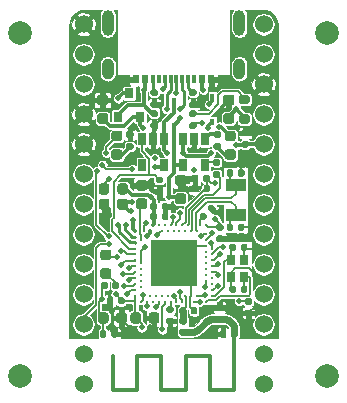
<source format=gbr>
%TF.GenerationSoftware,KiCad,Pcbnew,(5.1.9)-1*%
%TF.CreationDate,2021-01-07T21:57:21+08:00*%
%TF.ProjectId,akami,616b616d-692e-46b6-9963-61645f706362,rev?*%
%TF.SameCoordinates,Original*%
%TF.FileFunction,Copper,L1,Top*%
%TF.FilePolarity,Positive*%
%FSLAX46Y46*%
G04 Gerber Fmt 4.6, Leading zero omitted, Abs format (unit mm)*
G04 Created by KiCad (PCBNEW (5.1.9)-1) date 2021-01-07 21:57:21*
%MOMM*%
%LPD*%
G01*
G04 APERTURE LIST*
%TA.AperFunction,EtchedComponent*%
%ADD10C,0.100000*%
%TD*%
%TA.AperFunction,WasherPad*%
%ADD11C,2.000000*%
%TD*%
%TA.AperFunction,SMDPad,CuDef*%
%ADD12R,0.450000X0.600000*%
%TD*%
%TA.AperFunction,SMDPad,CuDef*%
%ADD13C,0.150000*%
%TD*%
%TA.AperFunction,ComponentPad*%
%ADD14C,1.524000*%
%TD*%
%TA.AperFunction,SMDPad,CuDef*%
%ADD15R,0.650000X1.060000*%
%TD*%
%TA.AperFunction,SMDPad,CuDef*%
%ADD16R,0.800000X0.900000*%
%TD*%
%TA.AperFunction,SMDPad,CuDef*%
%ADD17R,1.800000X1.000000*%
%TD*%
%TA.AperFunction,ConnectorPad*%
%ADD18C,0.300000*%
%TD*%
%TA.AperFunction,SMDPad,CuDef*%
%ADD19R,0.300000X0.800000*%
%TD*%
%TA.AperFunction,SMDPad,CuDef*%
%ADD20R,0.540000X0.800000*%
%TD*%
%TA.AperFunction,ComponentPad*%
%ADD21O,1.000000X1.800000*%
%TD*%
%TA.AperFunction,ComponentPad*%
%ADD22O,1.000000X2.200000*%
%TD*%
%TA.AperFunction,SMDPad,CuDef*%
%ADD23R,4.000000X4.000000*%
%TD*%
%TA.AperFunction,SMDPad,CuDef*%
%ADD24C,0.250000*%
%TD*%
%TA.AperFunction,ViaPad*%
%ADD25C,0.500000*%
%TD*%
%TA.AperFunction,ViaPad*%
%ADD26C,0.600000*%
%TD*%
%TA.AperFunction,Conductor*%
%ADD27C,0.200000*%
%TD*%
%TA.AperFunction,Conductor*%
%ADD28C,0.150000*%
%TD*%
%TA.AperFunction,Conductor*%
%ADD29C,0.300000*%
%TD*%
%TA.AperFunction,Conductor*%
%ADD30C,0.600000*%
%TD*%
%TA.AperFunction,Conductor*%
%ADD31C,0.261112*%
%TD*%
%TA.AperFunction,Conductor*%
%ADD32C,0.261100*%
%TD*%
%TA.AperFunction,Conductor*%
%ADD33C,0.500000*%
%TD*%
%TA.AperFunction,Conductor*%
%ADD34C,0.293300*%
%TD*%
%TA.AperFunction,Conductor*%
%ADD35C,0.125000*%
%TD*%
%TA.AperFunction,Conductor*%
%ADD36C,0.100000*%
%TD*%
G04 APERTURE END LIST*
D10*
%TO.C,NT1*%
G36*
X1575000Y-7175000D02*
G01*
X1575000Y-7475000D01*
X1425000Y-7475000D01*
X1425000Y-7175000D01*
X1575000Y-7175000D01*
G37*
%TD*%
D11*
%TO.P,DUMMY8,*%
%TO.N,*%
X12990000Y-14500000D03*
%TD*%
%TO.P,DUMMY7,*%
%TO.N,*%
X12990000Y14500000D03*
%TD*%
%TO.P,DUMMY6,*%
%TO.N,*%
X-12990000Y-14500000D03*
%TD*%
%TO.P,DUMMY5,*%
%TO.N,*%
X-12990000Y14500000D03*
%TD*%
%TO.P,R1,2*%
%TO.N,POWER_CTRL*%
%TA.AperFunction,SMDPad,CuDef*%
G36*
G01*
X-1015000Y1805000D02*
X-1385000Y1805000D01*
G75*
G02*
X-1520000Y1940000I0J135000D01*
G01*
X-1520000Y2210000D01*
G75*
G02*
X-1385000Y2345000I135000J0D01*
G01*
X-1015000Y2345000D01*
G75*
G02*
X-880000Y2210000I0J-135000D01*
G01*
X-880000Y1940000D01*
G75*
G02*
X-1015000Y1805000I-135000J0D01*
G01*
G37*
%TD.AperFunction*%
%TO.P,R1,1*%
%TO.N,GND*%
%TA.AperFunction,SMDPad,CuDef*%
G36*
G01*
X-1015000Y785000D02*
X-1385000Y785000D01*
G75*
G02*
X-1520000Y920000I0J135000D01*
G01*
X-1520000Y1190000D01*
G75*
G02*
X-1385000Y1325000I135000J0D01*
G01*
X-1015000Y1325000D01*
G75*
G02*
X-880000Y1190000I0J-135000D01*
G01*
X-880000Y920000D01*
G75*
G02*
X-1015000Y785000I-135000J0D01*
G01*
G37*
%TD.AperFunction*%
%TD*%
%TO.P,L4,2*%
%TO.N,Net-(L4-Pad2)*%
%TA.AperFunction,SMDPad,CuDef*%
G36*
G01*
X-5450000Y1556250D02*
X-5450000Y1043750D01*
G75*
G02*
X-5668750Y825000I-218750J0D01*
G01*
X-6106250Y825000D01*
G75*
G02*
X-6325000Y1043750I0J218750D01*
G01*
X-6325000Y1556250D01*
G75*
G02*
X-6106250Y1775000I218750J0D01*
G01*
X-5668750Y1775000D01*
G75*
G02*
X-5450000Y1556250I0J-218750D01*
G01*
G37*
%TD.AperFunction*%
%TO.P,L4,1*%
%TO.N,VDD_NRF*%
%TA.AperFunction,SMDPad,CuDef*%
G36*
G01*
X-3875000Y1556250D02*
X-3875000Y1043750D01*
G75*
G02*
X-4093750Y825000I-218750J0D01*
G01*
X-4531250Y825000D01*
G75*
G02*
X-4750000Y1043750I0J218750D01*
G01*
X-4750000Y1556250D01*
G75*
G02*
X-4531250Y1775000I218750J0D01*
G01*
X-4093750Y1775000D01*
G75*
G02*
X-3875000Y1556250I0J-218750D01*
G01*
G37*
%TD.AperFunction*%
%TD*%
D12*
%TO.P,D4,1*%
%TO.N,VDD_HV*%
X3300000Y7000000D03*
%TO.P,D4,2*%
%TO.N,EXT_VCC*%
X3300000Y9100000D03*
%TD*%
%TO.P,C24,1*%
%TO.N,EXT_VCC*%
%TA.AperFunction,SMDPad,CuDef*%
G36*
G01*
X6245000Y4795000D02*
X5905000Y4795000D01*
G75*
G02*
X5765000Y4935000I0J140000D01*
G01*
X5765000Y5215000D01*
G75*
G02*
X5905000Y5355000I140000J0D01*
G01*
X6245000Y5355000D01*
G75*
G02*
X6385000Y5215000I0J-140000D01*
G01*
X6385000Y4935000D01*
G75*
G02*
X6245000Y4795000I-140000J0D01*
G01*
G37*
%TD.AperFunction*%
%TO.P,C24,2*%
%TO.N,GND*%
%TA.AperFunction,SMDPad,CuDef*%
G36*
G01*
X6245000Y5755000D02*
X5905000Y5755000D01*
G75*
G02*
X5765000Y5895000I0J140000D01*
G01*
X5765000Y6175000D01*
G75*
G02*
X5905000Y6315000I140000J0D01*
G01*
X6245000Y6315000D01*
G75*
G02*
X6385000Y6175000I0J-140000D01*
G01*
X6385000Y5895000D01*
G75*
G02*
X6245000Y5755000I-140000J0D01*
G01*
G37*
%TD.AperFunction*%
%TD*%
%TO.P,C23,1*%
%TO.N,GND*%
%TA.AperFunction,SMDPad,CuDef*%
G36*
G01*
X-6325000Y-250000D02*
X-6325000Y250000D01*
G75*
G02*
X-6100000Y475000I225000J0D01*
G01*
X-5650000Y475000D01*
G75*
G02*
X-5425000Y250000I0J-225000D01*
G01*
X-5425000Y-250000D01*
G75*
G02*
X-5650000Y-475000I-225000J0D01*
G01*
X-6100000Y-475000D01*
G75*
G02*
X-6325000Y-250000I0J225000D01*
G01*
G37*
%TD.AperFunction*%
%TO.P,C23,2*%
%TO.N,VDD_HV*%
%TA.AperFunction,SMDPad,CuDef*%
G36*
G01*
X-4775000Y-250000D02*
X-4775000Y250000D01*
G75*
G02*
X-4550000Y475000I225000J0D01*
G01*
X-4100000Y475000D01*
G75*
G02*
X-3875000Y250000I0J-225000D01*
G01*
X-3875000Y-250000D01*
G75*
G02*
X-4100000Y-475000I-225000J0D01*
G01*
X-4550000Y-475000D01*
G75*
G02*
X-4775000Y-250000I0J225000D01*
G01*
G37*
%TD.AperFunction*%
%TD*%
D13*
%TO.P,NT1,2*%
%TO.N,GND*%
X1500000Y-7175000D03*
%TO.P,NT1,1*%
%TO.N,VSS_PA*%
X1500000Y-7475000D03*
%TD*%
D14*
%TO.P,U4,24*%
%TO.N,VBAT*%
X7620000Y12690000D03*
%TO.P,U4,23*%
%TO.N,GND*%
X7620000Y10150000D03*
%TO.P,U4,22*%
%TO.N,RESET*%
X7620000Y7610000D03*
%TO.P,U4,21*%
%TO.N,EXT_VCC*%
X7620000Y5070000D03*
%TO.P,U4,20*%
%TO.N,P0.31*%
X7620000Y2530000D03*
%TO.P,U4,19*%
%TO.N,P0.29*%
X7620000Y-10000D03*
%TO.P,U4,18*%
%TO.N,P0.02*%
X7620000Y-2550000D03*
%TO.P,U4,17*%
%TO.N,P1.15*%
X7620000Y-5090000D03*
%TO.P,U4,16*%
%TO.N,P1.13*%
X7620000Y-7630000D03*
%TO.P,U4,15*%
%TO.N,P1.11*%
X7620000Y-10170000D03*
%TO.P,U4,14*%
%TO.N,P0.10*%
X7620000Y-12710000D03*
%TO.P,U4,13*%
%TO.N,P0.09*%
X7620000Y-15250000D03*
%TO.P,U4,12*%
%TO.N,P1.06*%
X-7620000Y-15250000D03*
%TO.P,U4,11*%
%TO.N,P1.04*%
X-7620000Y-12710000D03*
%TO.P,U4,10*%
%TO.N,P0.11*%
X-7620000Y-10170000D03*
%TO.P,U4,9*%
%TO.N,P1.00*%
X-7620000Y-7630000D03*
%TO.P,U4,8*%
%TO.N,P0.24*%
X-7620000Y-5090000D03*
%TO.P,U4,7*%
%TO.N,P0.22*%
X-7620000Y-2550000D03*
%TO.P,U4,6*%
%TO.N,P0.20*%
X-7620000Y-10000D03*
%TO.P,U4,5*%
%TO.N,P0.17*%
X-7620000Y2530000D03*
%TO.P,U4,4*%
%TO.N,GND*%
X-7620000Y5070000D03*
%TO.P,U4,3*%
X-7620000Y7610000D03*
%TO.P,U4,2*%
%TO.N,P0.08*%
X-7620000Y10150000D03*
%TO.P,U4,1*%
%TO.N,P0.06*%
X-7620000Y12690000D03*
%TD*%
D12*
%TO.P,D2,1*%
%TO.N,VDD_HV*%
X0Y8750000D03*
%TO.P,D2,2*%
%TO.N,VBUS*%
X0Y6650000D03*
%TD*%
D15*
%TO.P,U2,5*%
%TO.N,Net-(R7-Pad2)*%
X2700000Y3300000D03*
%TO.P,U2,4*%
%TO.N,VBUS*%
X800000Y3300000D03*
%TO.P,U2,3*%
%TO.N,VBAT*%
X800000Y5500000D03*
%TO.P,U2,2*%
%TO.N,GND*%
X1750000Y5500000D03*
%TO.P,U2,1*%
%TO.N,Net-(R8-Pad1)*%
X2700000Y5500000D03*
%TD*%
%TO.P,U3,1*%
%TO.N,VDD_HV*%
X-800000Y5500000D03*
%TO.P,U3,2*%
%TO.N,GND*%
X-1750000Y5500000D03*
%TO.P,U3,3*%
%TO.N,POWER_CTRL*%
X-2700000Y5500000D03*
%TO.P,U3,4*%
%TO.N,Net-(U3-Pad4)*%
X-2700000Y3300000D03*
%TO.P,U3,5*%
%TO.N,EXT_VCC*%
X-800000Y3300000D03*
%TD*%
D16*
%TO.P,Q2,1*%
%TO.N,VBUS*%
X-4700000Y7400000D03*
%TO.P,Q2,2*%
%TO.N,VDD_HV*%
X-2800000Y7400000D03*
%TO.P,Q2,3*%
%TO.N,VBAT*%
X-3750000Y9400000D03*
%TD*%
D17*
%TO.P,Y2,1*%
%TO.N,Net-(C17-Pad2)*%
X5250000Y-900000D03*
%TO.P,Y2,2*%
%TO.N,Net-(C18-Pad2)*%
X5250000Y1600000D03*
%TD*%
D14*
%TO.P,J2,1*%
%TO.N,VBAT*%
X7620000Y15230000D03*
%TD*%
%TO.P,J3,1*%
%TO.N,GND*%
X-7620000Y15230000D03*
%TD*%
D18*
%TO.P,TP4,1*%
%TO.N,ANTENNA*%
X-5150000Y-12820000D03*
%TD*%
%TO.P,R11,2*%
%TO.N,Net-(R11-Pad2)*%
%TA.AperFunction,SMDPad,CuDef*%
G36*
G01*
X6275000Y8475000D02*
X5725000Y8475000D01*
G75*
G02*
X5525000Y8675000I0J200000D01*
G01*
X5525000Y9075000D01*
G75*
G02*
X5725000Y9275000I200000J0D01*
G01*
X6275000Y9275000D01*
G75*
G02*
X6475000Y9075000I0J-200000D01*
G01*
X6475000Y8675000D01*
G75*
G02*
X6275000Y8475000I-200000J0D01*
G01*
G37*
%TD.AperFunction*%
%TO.P,R11,1*%
%TO.N,VBAT*%
%TA.AperFunction,SMDPad,CuDef*%
G36*
G01*
X6275000Y6825000D02*
X5725000Y6825000D01*
G75*
G02*
X5525000Y7025000I0J200000D01*
G01*
X5525000Y7425000D01*
G75*
G02*
X5725000Y7625000I200000J0D01*
G01*
X6275000Y7625000D01*
G75*
G02*
X6475000Y7425000I0J-200000D01*
G01*
X6475000Y7025000D01*
G75*
G02*
X6275000Y6825000I-200000J0D01*
G01*
G37*
%TD.AperFunction*%
%TD*%
%TO.P,C16,2*%
%TO.N,Net-(C15-Pad2)*%
%TA.AperFunction,SMDPad,CuDef*%
G36*
G01*
X-5500000Y-9375000D02*
X-5500000Y-9875000D01*
G75*
G02*
X-5725000Y-10100000I-225000J0D01*
G01*
X-6175000Y-10100000D01*
G75*
G02*
X-6400000Y-9875000I0J225000D01*
G01*
X-6400000Y-9375000D01*
G75*
G02*
X-6175000Y-9150000I225000J0D01*
G01*
X-5725000Y-9150000D01*
G75*
G02*
X-5500000Y-9375000I0J-225000D01*
G01*
G37*
%TD.AperFunction*%
%TO.P,C16,1*%
%TO.N,GND*%
%TA.AperFunction,SMDPad,CuDef*%
G36*
G01*
X-3950000Y-9375000D02*
X-3950000Y-9875000D01*
G75*
G02*
X-4175000Y-10100000I-225000J0D01*
G01*
X-4625000Y-10100000D01*
G75*
G02*
X-4850000Y-9875000I0J225000D01*
G01*
X-4850000Y-9375000D01*
G75*
G02*
X-4625000Y-9150000I225000J0D01*
G01*
X-4175000Y-9150000D01*
G75*
G02*
X-3950000Y-9375000I0J-225000D01*
G01*
G37*
%TD.AperFunction*%
%TD*%
%TO.P,C22,2*%
%TO.N,ANTENNA*%
%TA.AperFunction,SMDPad,CuDef*%
G36*
G01*
X3730000Y-9425000D02*
X4070000Y-9425000D01*
G75*
G02*
X4210000Y-9565000I0J-140000D01*
G01*
X4210000Y-9845000D01*
G75*
G02*
X4070000Y-9985000I-140000J0D01*
G01*
X3730000Y-9985000D01*
G75*
G02*
X3590000Y-9845000I0J140000D01*
G01*
X3590000Y-9565000D01*
G75*
G02*
X3730000Y-9425000I140000J0D01*
G01*
G37*
%TD.AperFunction*%
%TO.P,C22,1*%
%TO.N,GND*%
%TA.AperFunction,SMDPad,CuDef*%
G36*
G01*
X3730000Y-8465000D02*
X4070000Y-8465000D01*
G75*
G02*
X4210000Y-8605000I0J-140000D01*
G01*
X4210000Y-8885000D01*
G75*
G02*
X4070000Y-9025000I-140000J0D01*
G01*
X3730000Y-9025000D01*
G75*
G02*
X3590000Y-8885000I0J140000D01*
G01*
X3590000Y-8605000D01*
G75*
G02*
X3730000Y-8465000I140000J0D01*
G01*
G37*
%TD.AperFunction*%
%TD*%
%TO.P,R4,1*%
%TO.N,BAT_VOLT*%
%TA.AperFunction,SMDPad,CuDef*%
G36*
G01*
X3080000Y1510000D02*
X3080000Y1140000D01*
G75*
G02*
X2945000Y1005000I-135000J0D01*
G01*
X2675000Y1005000D01*
G75*
G02*
X2540000Y1140000I0J135000D01*
G01*
X2540000Y1510000D01*
G75*
G02*
X2675000Y1645000I135000J0D01*
G01*
X2945000Y1645000D01*
G75*
G02*
X3080000Y1510000I0J-135000D01*
G01*
G37*
%TD.AperFunction*%
%TO.P,R4,2*%
%TO.N,GND*%
%TA.AperFunction,SMDPad,CuDef*%
G36*
G01*
X2060000Y1510000D02*
X2060000Y1140000D01*
G75*
G02*
X1925000Y1005000I-135000J0D01*
G01*
X1655000Y1005000D01*
G75*
G02*
X1520000Y1140000I0J135000D01*
G01*
X1520000Y1510000D01*
G75*
G02*
X1655000Y1645000I135000J0D01*
G01*
X1925000Y1645000D01*
G75*
G02*
X2060000Y1510000I0J-135000D01*
G01*
G37*
%TD.AperFunction*%
%TD*%
%TO.P,R3,2*%
%TO.N,BAT_VOLT*%
%TA.AperFunction,SMDPad,CuDef*%
G36*
G01*
X1455000Y6930000D02*
X1825000Y6930000D01*
G75*
G02*
X1960000Y6795000I0J-135000D01*
G01*
X1960000Y6525000D01*
G75*
G02*
X1825000Y6390000I-135000J0D01*
G01*
X1455000Y6390000D01*
G75*
G02*
X1320000Y6525000I0J135000D01*
G01*
X1320000Y6795000D01*
G75*
G02*
X1455000Y6930000I135000J0D01*
G01*
G37*
%TD.AperFunction*%
%TO.P,R3,1*%
%TO.N,Net-(R11-Pad2)*%
%TA.AperFunction,SMDPad,CuDef*%
G36*
G01*
X1455000Y7950000D02*
X1825000Y7950000D01*
G75*
G02*
X1960000Y7815000I0J-135000D01*
G01*
X1960000Y7545000D01*
G75*
G02*
X1825000Y7410000I-135000J0D01*
G01*
X1455000Y7410000D01*
G75*
G02*
X1320000Y7545000I0J135000D01*
G01*
X1320000Y7815000D01*
G75*
G02*
X1455000Y7950000I135000J0D01*
G01*
G37*
%TD.AperFunction*%
%TD*%
%TO.P,R10,2*%
%TO.N,GND*%
%TA.AperFunction,SMDPad,CuDef*%
G36*
G01*
X-1825000Y8710000D02*
X-1455000Y8710000D01*
G75*
G02*
X-1320000Y8575000I0J-135000D01*
G01*
X-1320000Y8305000D01*
G75*
G02*
X-1455000Y8170000I-135000J0D01*
G01*
X-1825000Y8170000D01*
G75*
G02*
X-1960000Y8305000I0J135000D01*
G01*
X-1960000Y8575000D01*
G75*
G02*
X-1825000Y8710000I135000J0D01*
G01*
G37*
%TD.AperFunction*%
%TO.P,R10,1*%
%TO.N,Net-(J1-PadB5)*%
%TA.AperFunction,SMDPad,CuDef*%
G36*
G01*
X-1825000Y9730000D02*
X-1455000Y9730000D01*
G75*
G02*
X-1320000Y9595000I0J-135000D01*
G01*
X-1320000Y9325000D01*
G75*
G02*
X-1455000Y9190000I-135000J0D01*
G01*
X-1825000Y9190000D01*
G75*
G02*
X-1960000Y9325000I0J135000D01*
G01*
X-1960000Y9595000D01*
G75*
G02*
X-1825000Y9730000I135000J0D01*
G01*
G37*
%TD.AperFunction*%
%TD*%
D16*
%TO.P,Y1,4*%
%TO.N,GND*%
X4850000Y-6125000D03*
%TO.P,Y1,3*%
%TO.N,Net-(C7-Pad1)*%
X4850000Y-4725000D03*
%TO.P,Y1,2*%
%TO.N,GND*%
X5950000Y-4725000D03*
%TO.P,Y1,1*%
%TO.N,Net-(C6-Pad1)*%
X5950000Y-6125000D03*
%TD*%
D19*
%TO.P,J1,B5*%
%TO.N,Net-(J1-PadB5)*%
X-1749700Y10573200D03*
%TO.P,J1,A5*%
%TO.N,Net-(J1-PadA5)*%
X1250300Y10573200D03*
%TO.P,J1,A6*%
%TO.N,USB_D+*%
X250300Y10573200D03*
%TO.P,J1,A7*%
%TO.N,USB_D-*%
X-249700Y10573200D03*
%TO.P,J1,B7*%
X750300Y10573200D03*
%TO.P,J1,B6*%
%TO.N,USB_D+*%
X-749700Y10573200D03*
D20*
%TO.P,J1,A4*%
%TO.N,VBUS*%
X-2399700Y10573200D03*
X2400300Y10573200D03*
%TO.P,J1,A1*%
%TO.N,GND*%
X3200300Y10573200D03*
X-3199700Y10573200D03*
D21*
%TO.P,J1,S1*%
%TO.N,Net-(J1-PadS1)*%
X-5575000Y11473200D03*
X5575600Y11473200D03*
D22*
X5575600Y15373200D03*
X-5575000Y15373200D03*
D19*
%TO.P,J1,A8*%
%TO.N,N/C*%
X-1249700Y10573200D03*
%TO.P,J1,B8*%
X1758300Y10573200D03*
%TD*%
D23*
%TO.P,U1,EP*%
%TO.N,GND*%
X0Y-5000000D03*
D24*
%TO.P,U1,B24*%
%TO.N,Net-(C6-Pad1)*%
X2750000Y-8250000D03*
%TO.P,U1,D23*%
%TO.N,Net-(C11-Pad1)*%
X2000000Y-7750000D03*
%TO.P,U1,A8*%
%TO.N,P0.31*%
X3250000Y-3750000D03*
%TO.P,U1,B3*%
%TO.N,Net-(L3-Pad2)*%
X2750000Y-2500000D03*
%TO.P,U1,AC21*%
%TO.N,Net-(U1-PadAC21)*%
X-2750000Y-7000000D03*
%TO.P,U1,AD23*%
%TO.N,VDD_NRF*%
X-3250000Y-7750000D03*
%TO.P,U1,AD2*%
%TO.N,VBUS*%
X-3250000Y-2250000D03*
%TO.P,U1,AB2*%
%TO.N,Net-(L4-Pad2)*%
X-2500000Y-2250000D03*
%TO.P,U1,Y2*%
%TO.N,VDD_HV*%
X-2000000Y-2250000D03*
%TO.P,U1,W1*%
%TO.N,VDD_NRF*%
X-1750000Y-1750000D03*
%TO.P,U1,U1*%
%TO.N,Net-(U1-PadU1)*%
X-1250000Y-1750000D03*
%TO.P,U1,R1*%
%TO.N,Net-(U1-PadR1)*%
X-750000Y-1750000D03*
%TO.P,U1,N1*%
%TO.N,P0.08*%
X-250000Y-1750000D03*
%TO.P,U1,L1*%
%TO.N,P0.06*%
X250000Y-1750000D03*
%TO.P,U1,J1*%
%TO.N,BAT_VOLT*%
X750000Y-1750000D03*
%TO.P,U1,G1*%
%TO.N,CHARGE_CTRL*%
X1250000Y-1750000D03*
%TO.P,U1,T2*%
%TO.N,P0.11*%
X-1000000Y-2250000D03*
%TO.P,U1,P2*%
%TO.N,Net-(U1-PadP2)*%
X-500000Y-2250000D03*
%TO.P,U1,M2*%
%TO.N,Net-(U1-PadM2)*%
X0Y-2250000D03*
%TO.P,U1,K2*%
%TO.N,Net-(U1-PadK2)*%
X500000Y-2250000D03*
%TO.P,U1,H2*%
%TO.N,Net-(U1-PadH2)*%
X1000000Y-2250000D03*
%TO.P,U1,F2*%
%TO.N,Net-(C18-Pad2)*%
X1500000Y-2250000D03*
%TO.P,U1,C1*%
%TO.N,Net-(C10-Pad1)*%
X2250000Y-1750000D03*
%TO.P,U1,D2*%
%TO.N,Net-(C17-Pad2)*%
X2000000Y-2250000D03*
%TO.P,U1,B1*%
%TO.N,VDD_NRF*%
X2750000Y-1750000D03*
%TO.P,U1,AD4*%
%TO.N,USB_D-*%
X-3250000Y-2750000D03*
%TO.P,U1,AD6*%
%TO.N,USB_D+*%
X-3250000Y-3250000D03*
%TO.P,U1,AD8*%
%TO.N,POWER_CTRL*%
X-3250000Y-3750000D03*
%TO.P,U1,AD10*%
%TO.N,BLUE_LED*%
X-3250000Y-4250000D03*
%TO.P,U1,AD12*%
%TO.N,P0.17*%
X-3250000Y-4750000D03*
%TO.P,U1,AD14*%
%TO.N,VDD_NRF*%
X-3250000Y-5250000D03*
%TO.P,U1,AD16*%
%TO.N,P0.20*%
X-3250000Y-5750000D03*
%TO.P,U1,AD18*%
%TO.N,P0.22*%
X-3250000Y-6250000D03*
%TO.P,U1,AD20*%
%TO.N,P0.24*%
X-3250000Y-6750000D03*
%TO.P,U1,AD22*%
%TO.N,P1.00*%
X-3250000Y-7250000D03*
%TO.P,U1,AC19*%
%TO.N,Net-(U1-PadAC19)*%
X-2750000Y-6500000D03*
%TO.P,U1,AC17*%
%TO.N,Net-(U1-PadAC17)*%
X-2750000Y-6000000D03*
%TO.P,U1,AC15*%
%TO.N,Net-(U1-PadAC15)*%
X-2750000Y-5500000D03*
%TO.P,U1,AC13*%
%TO.N,RESET*%
X-2750000Y-5000000D03*
%TO.P,U1,AC11*%
X-2750000Y-4500000D03*
%TO.P,U1,AC9*%
X-2750000Y-4000000D03*
%TO.P,U1,AC5*%
%TO.N,Net-(C13-Pad1)*%
X-2750000Y-3000000D03*
%TO.P,U1,B5*%
%TO.N,Net-(C15-Pad2)*%
X2750000Y-3000000D03*
%TO.P,U1,B7*%
%TO.N,GND*%
X2750000Y-3500000D03*
%TO.P,U1,B9*%
%TO.N,Net-(U1-PadB9)*%
X2750000Y-4000000D03*
%TO.P,U1,B11*%
%TO.N,Net-(U1-PadB11)*%
X2750000Y-4500000D03*
%TO.P,U1,B13*%
%TO.N,Net-(U1-PadB13)*%
X2750000Y-5000000D03*
%TO.P,U1,B15*%
%TO.N,Net-(U1-PadB15)*%
X2750000Y-5500000D03*
%TO.P,U1,B17*%
%TO.N,Net-(U1-PadB17)*%
X2750000Y-6000000D03*
%TO.P,U1,B19*%
%TO.N,P1.11*%
X2750000Y-6500000D03*
%TO.P,U1,A10*%
%TO.N,P0.29*%
X3250000Y-4250000D03*
%TO.P,U1,A12*%
%TO.N,P0.02*%
X3250000Y-4750000D03*
%TO.P,U1,A14*%
%TO.N,P1.15*%
X3250000Y-5250000D03*
%TO.P,U1,A16*%
%TO.N,P1.13*%
X3250000Y-5750000D03*
%TO.P,U1,A18*%
%TO.N,Net-(U1-PadA18)*%
X3250000Y-6250000D03*
%TO.P,U1,A20*%
%TO.N,P1.10*%
X3250000Y-6750000D03*
%TO.P,U1,A22*%
%TO.N,VDD_NRF*%
X3250000Y-7250000D03*
%TO.P,U1,A23*%
%TO.N,Net-(C7-Pad1)*%
X3250000Y-7750000D03*
%TO.P,U1,F23*%
%TO.N,VSS_PA*%
X1500000Y-7750000D03*
%TO.P,U1,H23*%
%TO.N,Net-(C9-Pad2)*%
X1000000Y-7750000D03*
%TO.P,U1,P23*%
%TO.N,Net-(U1-PadP23)*%
X-500000Y-7750000D03*
%TO.P,U1,T23*%
%TO.N,Net-(U1-PadT23)*%
X-1000000Y-7750000D03*
%TO.P,U1,V23*%
%TO.N,Net-(U1-PadV23)*%
X-1500000Y-7750000D03*
%TO.P,U1,Y23*%
%TO.N,Net-(U1-PadY23)*%
X-2000000Y-7750000D03*
%TO.P,U1,E24*%
%TO.N,Net-(C15-Pad2)*%
X1750000Y-8250000D03*
%TO.P,U1,J24*%
%TO.N,P0.10*%
X750000Y-8250000D03*
%TO.P,U1,L24*%
%TO.N,P0.09*%
X250000Y-8250000D03*
%TO.P,U1,N24*%
%TO.N,Net-(C12-Pad1)*%
X-250000Y-8250000D03*
%TO.P,U1,R24*%
%TO.N,P1.06*%
X-750000Y-8250000D03*
%TO.P,U1,U24*%
%TO.N,P1.04*%
X-1250000Y-8250000D03*
%TO.P,U1,W24*%
%TO.N,Net-(U1-PadW24)*%
X-1750000Y-8250000D03*
%TO.P,U1,AA24*%
%TO.N,SWC*%
X-2250000Y-8250000D03*
%TO.P,U1,AC24*%
%TO.N,SWD*%
X-2750000Y-8250000D03*
%TD*%
%TO.P,R9,2*%
%TO.N,GND*%
%TA.AperFunction,SMDPad,CuDef*%
G36*
G01*
X1455000Y8710000D02*
X1825000Y8710000D01*
G75*
G02*
X1960000Y8575000I0J-135000D01*
G01*
X1960000Y8305000D01*
G75*
G02*
X1825000Y8170000I-135000J0D01*
G01*
X1455000Y8170000D01*
G75*
G02*
X1320000Y8305000I0J135000D01*
G01*
X1320000Y8575000D01*
G75*
G02*
X1455000Y8710000I135000J0D01*
G01*
G37*
%TD.AperFunction*%
%TO.P,R9,1*%
%TO.N,Net-(J1-PadA5)*%
%TA.AperFunction,SMDPad,CuDef*%
G36*
G01*
X1455000Y9730000D02*
X1825000Y9730000D01*
G75*
G02*
X1960000Y9595000I0J-135000D01*
G01*
X1960000Y9325000D01*
G75*
G02*
X1825000Y9190000I-135000J0D01*
G01*
X1455000Y9190000D01*
G75*
G02*
X1320000Y9325000I0J135000D01*
G01*
X1320000Y9595000D01*
G75*
G02*
X1455000Y9730000I135000J0D01*
G01*
G37*
%TD.AperFunction*%
%TD*%
%TO.P,R8,2*%
%TO.N,Net-(D3-Pad1)*%
%TA.AperFunction,SMDPad,CuDef*%
G36*
G01*
X3515000Y5160000D02*
X3885000Y5160000D01*
G75*
G02*
X4020000Y5025000I0J-135000D01*
G01*
X4020000Y4755000D01*
G75*
G02*
X3885000Y4620000I-135000J0D01*
G01*
X3515000Y4620000D01*
G75*
G02*
X3380000Y4755000I0J135000D01*
G01*
X3380000Y5025000D01*
G75*
G02*
X3515000Y5160000I135000J0D01*
G01*
G37*
%TD.AperFunction*%
%TO.P,R8,1*%
%TO.N,Net-(R8-Pad1)*%
%TA.AperFunction,SMDPad,CuDef*%
G36*
G01*
X3515000Y6180000D02*
X3885000Y6180000D01*
G75*
G02*
X4020000Y6045000I0J-135000D01*
G01*
X4020000Y5775000D01*
G75*
G02*
X3885000Y5640000I-135000J0D01*
G01*
X3515000Y5640000D01*
G75*
G02*
X3380000Y5775000I0J135000D01*
G01*
X3380000Y6045000D01*
G75*
G02*
X3515000Y6180000I135000J0D01*
G01*
G37*
%TD.AperFunction*%
%TD*%
%TO.P,R7,2*%
%TO.N,Net-(R7-Pad2)*%
%TA.AperFunction,SMDPad,CuDef*%
G36*
G01*
X3810000Y3280000D02*
X3440000Y3280000D01*
G75*
G02*
X3305000Y3415000I0J135000D01*
G01*
X3305000Y3685000D01*
G75*
G02*
X3440000Y3820000I135000J0D01*
G01*
X3810000Y3820000D01*
G75*
G02*
X3945000Y3685000I0J-135000D01*
G01*
X3945000Y3415000D01*
G75*
G02*
X3810000Y3280000I-135000J0D01*
G01*
G37*
%TD.AperFunction*%
%TO.P,R7,1*%
%TO.N,CHARGE_CTRL*%
%TA.AperFunction,SMDPad,CuDef*%
G36*
G01*
X3810000Y2260000D02*
X3440000Y2260000D01*
G75*
G02*
X3305000Y2395000I0J135000D01*
G01*
X3305000Y2665000D01*
G75*
G02*
X3440000Y2800000I135000J0D01*
G01*
X3810000Y2800000D01*
G75*
G02*
X3945000Y2665000I0J-135000D01*
G01*
X3945000Y2395000D01*
G75*
G02*
X3810000Y2260000I-135000J0D01*
G01*
G37*
%TD.AperFunction*%
%TD*%
%TO.P,R6,2*%
%TO.N,GND*%
%TA.AperFunction,SMDPad,CuDef*%
G36*
G01*
X-1825000Y6930000D02*
X-1455000Y6930000D01*
G75*
G02*
X-1320000Y6795000I0J-135000D01*
G01*
X-1320000Y6525000D01*
G75*
G02*
X-1455000Y6390000I-135000J0D01*
G01*
X-1825000Y6390000D01*
G75*
G02*
X-1960000Y6525000I0J135000D01*
G01*
X-1960000Y6795000D01*
G75*
G02*
X-1825000Y6930000I135000J0D01*
G01*
G37*
%TD.AperFunction*%
%TO.P,R6,1*%
%TO.N,VBUS*%
%TA.AperFunction,SMDPad,CuDef*%
G36*
G01*
X-1825000Y7950000D02*
X-1455000Y7950000D01*
G75*
G02*
X-1320000Y7815000I0J-135000D01*
G01*
X-1320000Y7545000D01*
G75*
G02*
X-1455000Y7410000I-135000J0D01*
G01*
X-1825000Y7410000D01*
G75*
G02*
X-1960000Y7545000I0J135000D01*
G01*
X-1960000Y7815000D01*
G75*
G02*
X-1825000Y7950000I135000J0D01*
G01*
G37*
%TD.AperFunction*%
%TD*%
%TO.P,R5,2*%
%TO.N,Net-(D1-Pad1)*%
%TA.AperFunction,SMDPad,CuDef*%
G36*
G01*
X-3885000Y5160000D02*
X-3515000Y5160000D01*
G75*
G02*
X-3380000Y5025000I0J-135000D01*
G01*
X-3380000Y4755000D01*
G75*
G02*
X-3515000Y4620000I-135000J0D01*
G01*
X-3885000Y4620000D01*
G75*
G02*
X-4020000Y4755000I0J135000D01*
G01*
X-4020000Y5025000D01*
G75*
G02*
X-3885000Y5160000I135000J0D01*
G01*
G37*
%TD.AperFunction*%
%TO.P,R5,1*%
%TO.N,GND*%
%TA.AperFunction,SMDPad,CuDef*%
G36*
G01*
X-3885000Y6180000D02*
X-3515000Y6180000D01*
G75*
G02*
X-3380000Y6045000I0J-135000D01*
G01*
X-3380000Y5775000D01*
G75*
G02*
X-3515000Y5640000I-135000J0D01*
G01*
X-3885000Y5640000D01*
G75*
G02*
X-4020000Y5775000I0J135000D01*
G01*
X-4020000Y6045000D01*
G75*
G02*
X-3885000Y6180000I135000J0D01*
G01*
G37*
%TD.AperFunction*%
%TD*%
%TO.P,L3,2*%
%TO.N,Net-(L3-Pad2)*%
%TA.AperFunction,SMDPad,CuDef*%
G36*
G01*
X-5468750Y-4725000D02*
X-5981250Y-4725000D01*
G75*
G02*
X-6200000Y-4506250I0J218750D01*
G01*
X-6200000Y-4068750D01*
G75*
G02*
X-5981250Y-3850000I218750J0D01*
G01*
X-5468750Y-3850000D01*
G75*
G02*
X-5250000Y-4068750I0J-218750D01*
G01*
X-5250000Y-4506250D01*
G75*
G02*
X-5468750Y-4725000I-218750J0D01*
G01*
G37*
%TD.AperFunction*%
%TO.P,L3,1*%
%TO.N,Net-(L2-Pad2)*%
%TA.AperFunction,SMDPad,CuDef*%
G36*
G01*
X-5468750Y-6300000D02*
X-5981250Y-6300000D01*
G75*
G02*
X-6200000Y-6081250I0J218750D01*
G01*
X-6200000Y-5643750D01*
G75*
G02*
X-5981250Y-5425000I218750J0D01*
G01*
X-5468750Y-5425000D01*
G75*
G02*
X-5250000Y-5643750I0J-218750D01*
G01*
X-5250000Y-6081250D01*
G75*
G02*
X-5468750Y-6300000I-218750J0D01*
G01*
G37*
%TD.AperFunction*%
%TD*%
%TO.P,L2,2*%
%TO.N,Net-(L2-Pad2)*%
%TA.AperFunction,SMDPad,CuDef*%
G36*
G01*
X-5195000Y-7047500D02*
X-5195000Y-6702500D01*
G75*
G02*
X-5047500Y-6555000I147500J0D01*
G01*
X-4752500Y-6555000D01*
G75*
G02*
X-4605000Y-6702500I0J-147500D01*
G01*
X-4605000Y-7047500D01*
G75*
G02*
X-4752500Y-7195000I-147500J0D01*
G01*
X-5047500Y-7195000D01*
G75*
G02*
X-5195000Y-7047500I0J147500D01*
G01*
G37*
%TD.AperFunction*%
%TO.P,L2,1*%
%TO.N,Net-(C15-Pad2)*%
%TA.AperFunction,SMDPad,CuDef*%
G36*
G01*
X-6165000Y-7047500D02*
X-6165000Y-6702500D01*
G75*
G02*
X-6017500Y-6555000I147500J0D01*
G01*
X-5722500Y-6555000D01*
G75*
G02*
X-5575000Y-6702500I0J-147500D01*
G01*
X-5575000Y-7047500D01*
G75*
G02*
X-5722500Y-7195000I-147500J0D01*
G01*
X-6017500Y-7195000D01*
G75*
G02*
X-6165000Y-7047500I0J147500D01*
G01*
G37*
%TD.AperFunction*%
%TD*%
%TO.P,L1,2*%
%TO.N,Net-(C9-Pad2)*%
%TA.AperFunction,SMDPad,CuDef*%
G36*
G01*
X972500Y-10145000D02*
X627500Y-10145000D01*
G75*
G02*
X480000Y-9997500I0J147500D01*
G01*
X480000Y-9702500D01*
G75*
G02*
X627500Y-9555000I147500J0D01*
G01*
X972500Y-9555000D01*
G75*
G02*
X1120000Y-9702500I0J-147500D01*
G01*
X1120000Y-9997500D01*
G75*
G02*
X972500Y-10145000I-147500J0D01*
G01*
G37*
%TD.AperFunction*%
%TO.P,L1,1*%
%TO.N,ANTENNA*%
%TA.AperFunction,SMDPad,CuDef*%
G36*
G01*
X972500Y-11115000D02*
X627500Y-11115000D01*
G75*
G02*
X480000Y-10967500I0J147500D01*
G01*
X480000Y-10672500D01*
G75*
G02*
X627500Y-10525000I147500J0D01*
G01*
X972500Y-10525000D01*
G75*
G02*
X1120000Y-10672500I0J-147500D01*
G01*
X1120000Y-10967500D01*
G75*
G02*
X972500Y-11115000I-147500J0D01*
G01*
G37*
%TD.AperFunction*%
%TD*%
%TO.P,D3,2*%
%TO.N,VBUS*%
%TA.AperFunction,SMDPad,CuDef*%
G36*
G01*
X5056250Y5350000D02*
X4543750Y5350000D01*
G75*
G02*
X4325000Y5568750I0J218750D01*
G01*
X4325000Y6006250D01*
G75*
G02*
X4543750Y6225000I218750J0D01*
G01*
X5056250Y6225000D01*
G75*
G02*
X5275000Y6006250I0J-218750D01*
G01*
X5275000Y5568750D01*
G75*
G02*
X5056250Y5350000I-218750J0D01*
G01*
G37*
%TD.AperFunction*%
%TO.P,D3,1*%
%TO.N,Net-(D3-Pad1)*%
%TA.AperFunction,SMDPad,CuDef*%
G36*
G01*
X5056250Y3775000D02*
X4543750Y3775000D01*
G75*
G02*
X4325000Y3993750I0J218750D01*
G01*
X4325000Y4431250D01*
G75*
G02*
X4543750Y4650000I218750J0D01*
G01*
X5056250Y4650000D01*
G75*
G02*
X5275000Y4431250I0J-218750D01*
G01*
X5275000Y3993750D01*
G75*
G02*
X5056250Y3775000I-218750J0D01*
G01*
G37*
%TD.AperFunction*%
%TD*%
%TO.P,D1,2*%
%TO.N,BLUE_LED*%
%TA.AperFunction,SMDPad,CuDef*%
G36*
G01*
X-4543750Y5350000D02*
X-5056250Y5350000D01*
G75*
G02*
X-5275000Y5568750I0J218750D01*
G01*
X-5275000Y6006250D01*
G75*
G02*
X-5056250Y6225000I218750J0D01*
G01*
X-4543750Y6225000D01*
G75*
G02*
X-4325000Y6006250I0J-218750D01*
G01*
X-4325000Y5568750D01*
G75*
G02*
X-4543750Y5350000I-218750J0D01*
G01*
G37*
%TD.AperFunction*%
%TO.P,D1,1*%
%TO.N,Net-(D1-Pad1)*%
%TA.AperFunction,SMDPad,CuDef*%
G36*
G01*
X-4543750Y3775000D02*
X-5056250Y3775000D01*
G75*
G02*
X-5275000Y3993750I0J218750D01*
G01*
X-5275000Y4431250D01*
G75*
G02*
X-5056250Y4650000I218750J0D01*
G01*
X-4543750Y4650000D01*
G75*
G02*
X-4325000Y4431250I0J-218750D01*
G01*
X-4325000Y3993750D01*
G75*
G02*
X-4543750Y3775000I-218750J0D01*
G01*
G37*
%TD.AperFunction*%
%TD*%
%TO.P,C21,2*%
%TO.N,VBAT*%
%TA.AperFunction,SMDPad,CuDef*%
G36*
G01*
X4425000Y7725000D02*
X4925000Y7725000D01*
G75*
G02*
X5150000Y7500000I0J-225000D01*
G01*
X5150000Y7050000D01*
G75*
G02*
X4925000Y6825000I-225000J0D01*
G01*
X4425000Y6825000D01*
G75*
G02*
X4200000Y7050000I0J225000D01*
G01*
X4200000Y7500000D01*
G75*
G02*
X4425000Y7725000I225000J0D01*
G01*
G37*
%TD.AperFunction*%
%TO.P,C21,1*%
%TO.N,GND*%
%TA.AperFunction,SMDPad,CuDef*%
G36*
G01*
X4425000Y9275000D02*
X4925000Y9275000D01*
G75*
G02*
X5150000Y9050000I0J-225000D01*
G01*
X5150000Y8600000D01*
G75*
G02*
X4925000Y8375000I-225000J0D01*
G01*
X4425000Y8375000D01*
G75*
G02*
X4200000Y8600000I0J225000D01*
G01*
X4200000Y9050000D01*
G75*
G02*
X4425000Y9275000I225000J0D01*
G01*
G37*
%TD.AperFunction*%
%TD*%
%TO.P,C20,2*%
%TO.N,VDD_HV*%
%TA.AperFunction,SMDPad,CuDef*%
G36*
G01*
X-6250000Y7725000D02*
X-5750000Y7725000D01*
G75*
G02*
X-5525000Y7500000I0J-225000D01*
G01*
X-5525000Y7050000D01*
G75*
G02*
X-5750000Y6825000I-225000J0D01*
G01*
X-6250000Y6825000D01*
G75*
G02*
X-6475000Y7050000I0J225000D01*
G01*
X-6475000Y7500000D01*
G75*
G02*
X-6250000Y7725000I225000J0D01*
G01*
G37*
%TD.AperFunction*%
%TO.P,C20,1*%
%TO.N,GND*%
%TA.AperFunction,SMDPad,CuDef*%
G36*
G01*
X-6250000Y9275000D02*
X-5750000Y9275000D01*
G75*
G02*
X-5525000Y9050000I0J-225000D01*
G01*
X-5525000Y8600000D01*
G75*
G02*
X-5750000Y8375000I-225000J0D01*
G01*
X-6250000Y8375000D01*
G75*
G02*
X-6475000Y8600000I0J225000D01*
G01*
X-6475000Y9050000D01*
G75*
G02*
X-6250000Y9275000I225000J0D01*
G01*
G37*
%TD.AperFunction*%
%TD*%
%TO.P,C19,1*%
%TO.N,GND*%
%TA.AperFunction,SMDPad,CuDef*%
G36*
G01*
X1540000Y2030000D02*
X1540000Y2370000D01*
G75*
G02*
X1680000Y2510000I140000J0D01*
G01*
X1960000Y2510000D01*
G75*
G02*
X2100000Y2370000I0J-140000D01*
G01*
X2100000Y2030000D01*
G75*
G02*
X1960000Y1890000I-140000J0D01*
G01*
X1680000Y1890000D01*
G75*
G02*
X1540000Y2030000I0J140000D01*
G01*
G37*
%TD.AperFunction*%
%TO.P,C19,2*%
%TO.N,BAT_VOLT*%
%TA.AperFunction,SMDPad,CuDef*%
G36*
G01*
X2500000Y2030000D02*
X2500000Y2370000D01*
G75*
G02*
X2640000Y2510000I140000J0D01*
G01*
X2920000Y2510000D01*
G75*
G02*
X3060000Y2370000I0J-140000D01*
G01*
X3060000Y2030000D01*
G75*
G02*
X2920000Y1890000I-140000J0D01*
G01*
X2640000Y1890000D01*
G75*
G02*
X2500000Y2030000I0J140000D01*
G01*
G37*
%TD.AperFunction*%
%TD*%
%TO.P,C18,1*%
%TO.N,GND*%
%TA.AperFunction,SMDPad,CuDef*%
G36*
G01*
X6015000Y2820000D02*
X6015000Y2480000D01*
G75*
G02*
X5875000Y2340000I-140000J0D01*
G01*
X5595000Y2340000D01*
G75*
G02*
X5455000Y2480000I0J140000D01*
G01*
X5455000Y2820000D01*
G75*
G02*
X5595000Y2960000I140000J0D01*
G01*
X5875000Y2960000D01*
G75*
G02*
X6015000Y2820000I0J-140000D01*
G01*
G37*
%TD.AperFunction*%
%TO.P,C18,2*%
%TO.N,Net-(C18-Pad2)*%
%TA.AperFunction,SMDPad,CuDef*%
G36*
G01*
X5055000Y2820000D02*
X5055000Y2480000D01*
G75*
G02*
X4915000Y2340000I-140000J0D01*
G01*
X4635000Y2340000D01*
G75*
G02*
X4495000Y2480000I0J140000D01*
G01*
X4495000Y2820000D01*
G75*
G02*
X4635000Y2960000I140000J0D01*
G01*
X4915000Y2960000D01*
G75*
G02*
X5055000Y2820000I0J-140000D01*
G01*
G37*
%TD.AperFunction*%
%TD*%
%TO.P,C17,2*%
%TO.N,Net-(C17-Pad2)*%
%TA.AperFunction,SMDPad,CuDef*%
G36*
G01*
X5050000Y-1780000D02*
X5050000Y-2120000D01*
G75*
G02*
X4910000Y-2260000I-140000J0D01*
G01*
X4630000Y-2260000D01*
G75*
G02*
X4490000Y-2120000I0J140000D01*
G01*
X4490000Y-1780000D01*
G75*
G02*
X4630000Y-1640000I140000J0D01*
G01*
X4910000Y-1640000D01*
G75*
G02*
X5050000Y-1780000I0J-140000D01*
G01*
G37*
%TD.AperFunction*%
%TO.P,C17,1*%
%TO.N,GND*%
%TA.AperFunction,SMDPad,CuDef*%
G36*
G01*
X6010000Y-1780000D02*
X6010000Y-2120000D01*
G75*
G02*
X5870000Y-2260000I-140000J0D01*
G01*
X5590000Y-2260000D01*
G75*
G02*
X5450000Y-2120000I0J140000D01*
G01*
X5450000Y-1780000D01*
G75*
G02*
X5590000Y-1640000I140000J0D01*
G01*
X5870000Y-1640000D01*
G75*
G02*
X6010000Y-1780000I0J-140000D01*
G01*
G37*
%TD.AperFunction*%
%TD*%
%TO.P,C15,2*%
%TO.N,Net-(C15-Pad2)*%
%TA.AperFunction,SMDPad,CuDef*%
G36*
G01*
X-5680000Y-10805000D02*
X-5680000Y-11145000D01*
G75*
G02*
X-5820000Y-11285000I-140000J0D01*
G01*
X-6100000Y-11285000D01*
G75*
G02*
X-6240000Y-11145000I0J140000D01*
G01*
X-6240000Y-10805000D01*
G75*
G02*
X-6100000Y-10665000I140000J0D01*
G01*
X-5820000Y-10665000D01*
G75*
G02*
X-5680000Y-10805000I0J-140000D01*
G01*
G37*
%TD.AperFunction*%
%TO.P,C15,1*%
%TO.N,GND*%
%TA.AperFunction,SMDPad,CuDef*%
G36*
G01*
X-4720000Y-10805000D02*
X-4720000Y-11145000D01*
G75*
G02*
X-4860000Y-11285000I-140000J0D01*
G01*
X-5140000Y-11285000D01*
G75*
G02*
X-5280000Y-11145000I0J140000D01*
G01*
X-5280000Y-10805000D01*
G75*
G02*
X-5140000Y-10665000I140000J0D01*
G01*
X-4860000Y-10665000D01*
G75*
G02*
X-4720000Y-10805000I0J-140000D01*
G01*
G37*
%TD.AperFunction*%
%TD*%
%TO.P,C14,1*%
%TO.N,GND*%
%TA.AperFunction,SMDPad,CuDef*%
G36*
G01*
X350000Y2475000D02*
X850000Y2475000D01*
G75*
G02*
X1075000Y2250000I0J-225000D01*
G01*
X1075000Y1800000D01*
G75*
G02*
X850000Y1575000I-225000J0D01*
G01*
X350000Y1575000D01*
G75*
G02*
X125000Y1800000I0J225000D01*
G01*
X125000Y2250000D01*
G75*
G02*
X350000Y2475000I225000J0D01*
G01*
G37*
%TD.AperFunction*%
%TO.P,C14,2*%
%TO.N,VBUS*%
%TA.AperFunction,SMDPad,CuDef*%
G36*
G01*
X350000Y925000D02*
X850000Y925000D01*
G75*
G02*
X1075000Y700000I0J-225000D01*
G01*
X1075000Y250000D01*
G75*
G02*
X850000Y25000I-225000J0D01*
G01*
X350000Y25000D01*
G75*
G02*
X125000Y250000I0J225000D01*
G01*
X125000Y700000D01*
G75*
G02*
X350000Y925000I225000J0D01*
G01*
G37*
%TD.AperFunction*%
%TD*%
%TO.P,C13,2*%
%TO.N,GND*%
%TA.AperFunction,SMDPad,CuDef*%
G36*
G01*
X-2450000Y1150000D02*
X-2950000Y1150000D01*
G75*
G02*
X-3175000Y1375000I0J225000D01*
G01*
X-3175000Y1825000D01*
G75*
G02*
X-2950000Y2050000I225000J0D01*
G01*
X-2450000Y2050000D01*
G75*
G02*
X-2225000Y1825000I0J-225000D01*
G01*
X-2225000Y1375000D01*
G75*
G02*
X-2450000Y1150000I-225000J0D01*
G01*
G37*
%TD.AperFunction*%
%TO.P,C13,1*%
%TO.N,Net-(C13-Pad1)*%
%TA.AperFunction,SMDPad,CuDef*%
G36*
G01*
X-2450000Y-400000D02*
X-2950000Y-400000D01*
G75*
G02*
X-3175000Y-175000I0J225000D01*
G01*
X-3175000Y275000D01*
G75*
G02*
X-2950000Y500000I225000J0D01*
G01*
X-2450000Y500000D01*
G75*
G02*
X-2225000Y275000I0J-225000D01*
G01*
X-2225000Y-175000D01*
G75*
G02*
X-2450000Y-400000I-225000J0D01*
G01*
G37*
%TD.AperFunction*%
%TD*%
%TO.P,C12,2*%
%TO.N,GND*%
%TA.AperFunction,SMDPad,CuDef*%
G36*
G01*
X-470000Y-9600000D02*
X-130000Y-9600000D01*
G75*
G02*
X10000Y-9740000I0J-140000D01*
G01*
X10000Y-10020000D01*
G75*
G02*
X-130000Y-10160000I-140000J0D01*
G01*
X-470000Y-10160000D01*
G75*
G02*
X-610000Y-10020000I0J140000D01*
G01*
X-610000Y-9740000D01*
G75*
G02*
X-470000Y-9600000I140000J0D01*
G01*
G37*
%TD.AperFunction*%
%TO.P,C12,1*%
%TO.N,Net-(C12-Pad1)*%
%TA.AperFunction,SMDPad,CuDef*%
G36*
G01*
X-470000Y-8640000D02*
X-130000Y-8640000D01*
G75*
G02*
X10000Y-8780000I0J-140000D01*
G01*
X10000Y-9060000D01*
G75*
G02*
X-130000Y-9200000I-140000J0D01*
G01*
X-470000Y-9200000D01*
G75*
G02*
X-610000Y-9060000I0J140000D01*
G01*
X-610000Y-8780000D01*
G75*
G02*
X-470000Y-8640000I140000J0D01*
G01*
G37*
%TD.AperFunction*%
%TD*%
%TO.P,C11,1*%
%TO.N,Net-(C11-Pad1)*%
%TA.AperFunction,SMDPad,CuDef*%
G36*
G01*
X6170000Y-7950000D02*
X6510000Y-7950000D01*
G75*
G02*
X6650000Y-8090000I0J-140000D01*
G01*
X6650000Y-8370000D01*
G75*
G02*
X6510000Y-8510000I-140000J0D01*
G01*
X6170000Y-8510000D01*
G75*
G02*
X6030000Y-8370000I0J140000D01*
G01*
X6030000Y-8090000D01*
G75*
G02*
X6170000Y-7950000I140000J0D01*
G01*
G37*
%TD.AperFunction*%
%TO.P,C11,2*%
%TO.N,GND*%
%TA.AperFunction,SMDPad,CuDef*%
G36*
G01*
X6170000Y-8910000D02*
X6510000Y-8910000D01*
G75*
G02*
X6650000Y-9050000I0J-140000D01*
G01*
X6650000Y-9330000D01*
G75*
G02*
X6510000Y-9470000I-140000J0D01*
G01*
X6170000Y-9470000D01*
G75*
G02*
X6030000Y-9330000I0J140000D01*
G01*
X6030000Y-9050000D01*
G75*
G02*
X6170000Y-8910000I140000J0D01*
G01*
G37*
%TD.AperFunction*%
%TD*%
%TO.P,C10,2*%
%TO.N,GND*%
%TA.AperFunction,SMDPad,CuDef*%
G36*
G01*
X3122218Y-668198D02*
X2881802Y-427782D01*
G75*
G02*
X2881802Y-229792I98995J98995D01*
G01*
X3079792Y-31802D01*
G75*
G02*
X3277782Y-31802I98995J-98995D01*
G01*
X3518198Y-272218D01*
G75*
G02*
X3518198Y-470208I-98995J-98995D01*
G01*
X3320208Y-668198D01*
G75*
G02*
X3122218Y-668198I-98995J98995D01*
G01*
G37*
%TD.AperFunction*%
%TO.P,C10,1*%
%TO.N,Net-(C10-Pad1)*%
%TA.AperFunction,SMDPad,CuDef*%
G36*
G01*
X2443396Y-1347020D02*
X2202980Y-1106604D01*
G75*
G02*
X2202980Y-908614I98995J98995D01*
G01*
X2400970Y-710624D01*
G75*
G02*
X2598960Y-710624I98995J-98995D01*
G01*
X2839376Y-951040D01*
G75*
G02*
X2839376Y-1149030I-98995J-98995D01*
G01*
X2641386Y-1347020D01*
G75*
G02*
X2443396Y-1347020I-98995J98995D01*
G01*
G37*
%TD.AperFunction*%
%TD*%
%TO.P,C9,2*%
%TO.N,Net-(C9-Pad2)*%
%TA.AperFunction,SMDPad,CuDef*%
G36*
G01*
X1050000Y-8850000D02*
X1050000Y-9190000D01*
G75*
G02*
X910000Y-9330000I-140000J0D01*
G01*
X630000Y-9330000D01*
G75*
G02*
X490000Y-9190000I0J140000D01*
G01*
X490000Y-8850000D01*
G75*
G02*
X630000Y-8710000I140000J0D01*
G01*
X910000Y-8710000D01*
G75*
G02*
X1050000Y-8850000I0J-140000D01*
G01*
G37*
%TD.AperFunction*%
%TO.P,C9,1*%
%TO.N,VSS_PA*%
%TA.AperFunction,SMDPad,CuDef*%
G36*
G01*
X2010000Y-8850000D02*
X2010000Y-9190000D01*
G75*
G02*
X1870000Y-9330000I-140000J0D01*
G01*
X1590000Y-9330000D01*
G75*
G02*
X1450000Y-9190000I0J140000D01*
G01*
X1450000Y-8850000D01*
G75*
G02*
X1590000Y-8710000I140000J0D01*
G01*
X1870000Y-8710000D01*
G75*
G02*
X2010000Y-8850000I0J-140000D01*
G01*
G37*
%TD.AperFunction*%
%TD*%
%TO.P,C8,1*%
%TO.N,VDD_NRF*%
%TA.AperFunction,SMDPad,CuDef*%
G36*
G01*
X-1960000Y-345000D02*
X-1960000Y-5000D01*
G75*
G02*
X-1820000Y135000I140000J0D01*
G01*
X-1540000Y135000D01*
G75*
G02*
X-1400000Y-5000I0J-140000D01*
G01*
X-1400000Y-345000D01*
G75*
G02*
X-1540000Y-485000I-140000J0D01*
G01*
X-1820000Y-485000D01*
G75*
G02*
X-1960000Y-345000I0J140000D01*
G01*
G37*
%TD.AperFunction*%
%TO.P,C8,2*%
%TO.N,GND*%
%TA.AperFunction,SMDPad,CuDef*%
G36*
G01*
X-1000000Y-345000D02*
X-1000000Y-5000D01*
G75*
G02*
X-860000Y135000I140000J0D01*
G01*
X-580000Y135000D01*
G75*
G02*
X-440000Y-5000I0J-140000D01*
G01*
X-440000Y-345000D01*
G75*
G02*
X-580000Y-485000I-140000J0D01*
G01*
X-860000Y-485000D01*
G75*
G02*
X-1000000Y-345000I0J140000D01*
G01*
G37*
%TD.AperFunction*%
%TD*%
%TO.P,C7,2*%
%TO.N,GND*%
%TA.AperFunction,SMDPad,CuDef*%
G36*
G01*
X5700000Y-3820000D02*
X5700000Y-3480000D01*
G75*
G02*
X5840000Y-3340000I140000J0D01*
G01*
X6120000Y-3340000D01*
G75*
G02*
X6260000Y-3480000I0J-140000D01*
G01*
X6260000Y-3820000D01*
G75*
G02*
X6120000Y-3960000I-140000J0D01*
G01*
X5840000Y-3960000D01*
G75*
G02*
X5700000Y-3820000I0J140000D01*
G01*
G37*
%TD.AperFunction*%
%TO.P,C7,1*%
%TO.N,Net-(C7-Pad1)*%
%TA.AperFunction,SMDPad,CuDef*%
G36*
G01*
X4740000Y-3820000D02*
X4740000Y-3480000D01*
G75*
G02*
X4880000Y-3340000I140000J0D01*
G01*
X5160000Y-3340000D01*
G75*
G02*
X5300000Y-3480000I0J-140000D01*
G01*
X5300000Y-3820000D01*
G75*
G02*
X5160000Y-3960000I-140000J0D01*
G01*
X4880000Y-3960000D01*
G75*
G02*
X4740000Y-3820000I0J140000D01*
G01*
G37*
%TD.AperFunction*%
%TD*%
%TO.P,C6,2*%
%TO.N,GND*%
%TA.AperFunction,SMDPad,CuDef*%
G36*
G01*
X5300000Y-7030000D02*
X5300000Y-7370000D01*
G75*
G02*
X5160000Y-7510000I-140000J0D01*
G01*
X4880000Y-7510000D01*
G75*
G02*
X4740000Y-7370000I0J140000D01*
G01*
X4740000Y-7030000D01*
G75*
G02*
X4880000Y-6890000I140000J0D01*
G01*
X5160000Y-6890000D01*
G75*
G02*
X5300000Y-7030000I0J-140000D01*
G01*
G37*
%TD.AperFunction*%
%TO.P,C6,1*%
%TO.N,Net-(C6-Pad1)*%
%TA.AperFunction,SMDPad,CuDef*%
G36*
G01*
X6260000Y-7030000D02*
X6260000Y-7370000D01*
G75*
G02*
X6120000Y-7510000I-140000J0D01*
G01*
X5840000Y-7510000D01*
G75*
G02*
X5700000Y-7370000I0J140000D01*
G01*
X5700000Y-7030000D01*
G75*
G02*
X5840000Y-6890000I140000J0D01*
G01*
X6120000Y-6890000D01*
G75*
G02*
X6260000Y-7030000I0J-140000D01*
G01*
G37*
%TD.AperFunction*%
%TD*%
%TO.P,C5,2*%
%TO.N,ANTENNA*%
%TA.AperFunction,SMDPad,CuDef*%
G36*
G01*
X4870000Y-11170000D02*
X4870000Y-10830000D01*
G75*
G02*
X5010000Y-10690000I140000J0D01*
G01*
X5290000Y-10690000D01*
G75*
G02*
X5430000Y-10830000I0J-140000D01*
G01*
X5430000Y-11170000D01*
G75*
G02*
X5290000Y-11310000I-140000J0D01*
G01*
X5010000Y-11310000D01*
G75*
G02*
X4870000Y-11170000I0J140000D01*
G01*
G37*
%TD.AperFunction*%
%TO.P,C5,1*%
%TO.N,GND*%
%TA.AperFunction,SMDPad,CuDef*%
G36*
G01*
X3910000Y-11170000D02*
X3910000Y-10830000D01*
G75*
G02*
X4050000Y-10690000I140000J0D01*
G01*
X4330000Y-10690000D01*
G75*
G02*
X4470000Y-10830000I0J-140000D01*
G01*
X4470000Y-11170000D01*
G75*
G02*
X4330000Y-11310000I-140000J0D01*
G01*
X4050000Y-11310000D01*
G75*
G02*
X3910000Y-11170000I0J140000D01*
G01*
G37*
%TD.AperFunction*%
%TD*%
%TO.P,C4,1*%
%TO.N,VDD_NRF*%
%TA.AperFunction,SMDPad,CuDef*%
G36*
G01*
X3755000Y-1670000D02*
X4095000Y-1670000D01*
G75*
G02*
X4235000Y-1810000I0J-140000D01*
G01*
X4235000Y-2090000D01*
G75*
G02*
X4095000Y-2230000I-140000J0D01*
G01*
X3755000Y-2230000D01*
G75*
G02*
X3615000Y-2090000I0J140000D01*
G01*
X3615000Y-1810000D01*
G75*
G02*
X3755000Y-1670000I140000J0D01*
G01*
G37*
%TD.AperFunction*%
%TO.P,C4,2*%
%TO.N,GND*%
%TA.AperFunction,SMDPad,CuDef*%
G36*
G01*
X3755000Y-2630000D02*
X4095000Y-2630000D01*
G75*
G02*
X4235000Y-2770000I0J-140000D01*
G01*
X4235000Y-3050000D01*
G75*
G02*
X4095000Y-3190000I-140000J0D01*
G01*
X3755000Y-3190000D01*
G75*
G02*
X3615000Y-3050000I0J140000D01*
G01*
X3615000Y-2770000D01*
G75*
G02*
X3755000Y-2630000I140000J0D01*
G01*
G37*
%TD.AperFunction*%
%TD*%
%TO.P,C3,2*%
%TO.N,VDD_NRF*%
%TA.AperFunction,SMDPad,CuDef*%
G36*
G01*
X-4705000Y-8345000D02*
X-4705000Y-8005000D01*
G75*
G02*
X-4565000Y-7865000I140000J0D01*
G01*
X-4285000Y-7865000D01*
G75*
G02*
X-4145000Y-8005000I0J-140000D01*
G01*
X-4145000Y-8345000D01*
G75*
G02*
X-4285000Y-8485000I-140000J0D01*
G01*
X-4565000Y-8485000D01*
G75*
G02*
X-4705000Y-8345000I0J140000D01*
G01*
G37*
%TD.AperFunction*%
%TO.P,C3,1*%
%TO.N,GND*%
%TA.AperFunction,SMDPad,CuDef*%
G36*
G01*
X-5665000Y-8345000D02*
X-5665000Y-8005000D01*
G75*
G02*
X-5525000Y-7865000I140000J0D01*
G01*
X-5245000Y-7865000D01*
G75*
G02*
X-5105000Y-8005000I0J-140000D01*
G01*
X-5105000Y-8345000D01*
G75*
G02*
X-5245000Y-8485000I-140000J0D01*
G01*
X-5525000Y-8485000D01*
G75*
G02*
X-5665000Y-8345000I0J140000D01*
G01*
G37*
%TD.AperFunction*%
%TD*%
%TO.P,C2,2*%
%TO.N,VDD_NRF*%
%TA.AperFunction,SMDPad,CuDef*%
G36*
G01*
X-1400000Y-855000D02*
X-1400000Y-1195000D01*
G75*
G02*
X-1540000Y-1335000I-140000J0D01*
G01*
X-1820000Y-1335000D01*
G75*
G02*
X-1960000Y-1195000I0J140000D01*
G01*
X-1960000Y-855000D01*
G75*
G02*
X-1820000Y-715000I140000J0D01*
G01*
X-1540000Y-715000D01*
G75*
G02*
X-1400000Y-855000I0J-140000D01*
G01*
G37*
%TD.AperFunction*%
%TO.P,C2,1*%
%TO.N,GND*%
%TA.AperFunction,SMDPad,CuDef*%
G36*
G01*
X-440000Y-855000D02*
X-440000Y-1195000D01*
G75*
G02*
X-580000Y-1335000I-140000J0D01*
G01*
X-860000Y-1335000D01*
G75*
G02*
X-1000000Y-1195000I0J140000D01*
G01*
X-1000000Y-855000D01*
G75*
G02*
X-860000Y-715000I140000J0D01*
G01*
X-580000Y-715000D01*
G75*
G02*
X-440000Y-855000I0J-140000D01*
G01*
G37*
%TD.AperFunction*%
%TD*%
%TO.P,C1,2*%
%TO.N,VDD_NRF*%
%TA.AperFunction,SMDPad,CuDef*%
G36*
G01*
X-2750000Y-9375000D02*
X-2750000Y-9875000D01*
G75*
G02*
X-2975000Y-10100000I-225000J0D01*
G01*
X-3425000Y-10100000D01*
G75*
G02*
X-3650000Y-9875000I0J225000D01*
G01*
X-3650000Y-9375000D01*
G75*
G02*
X-3425000Y-9150000I225000J0D01*
G01*
X-2975000Y-9150000D01*
G75*
G02*
X-2750000Y-9375000I0J-225000D01*
G01*
G37*
%TD.AperFunction*%
%TO.P,C1,1*%
%TO.N,GND*%
%TA.AperFunction,SMDPad,CuDef*%
G36*
G01*
X-1200000Y-9375000D02*
X-1200000Y-9875000D01*
G75*
G02*
X-1425000Y-10100000I-225000J0D01*
G01*
X-1875000Y-10100000D01*
G75*
G02*
X-2100000Y-9875000I0J225000D01*
G01*
X-2100000Y-9375000D01*
G75*
G02*
X-1875000Y-9150000I225000J0D01*
G01*
X-1425000Y-9150000D01*
G75*
G02*
X-1200000Y-9375000I0J-225000D01*
G01*
G37*
%TD.AperFunction*%
%TD*%
D25*
%TO.N,VDD_NRF*%
X-3800000Y-5410000D03*
X3730000Y-6900000D03*
X-2700000Y-10425000D03*
X-4900000Y-7600000D03*
X-1912500Y587500D03*
X3550000Y-1275000D03*
X-1600000Y3900000D03*
%TO.N,Net-(C11-Pad1)*%
X5550000Y-8200000D03*
X2675000Y-7700000D03*
%TO.N,VBUS*%
X575000Y7275000D03*
X-2525000Y9700000D03*
X2525000Y9700000D03*
X3875000Y6575000D03*
X-375000Y625000D03*
X-3400000Y-1325000D03*
%TO.N,Net-(C15-Pad2)*%
X-6075000Y-8050000D03*
X2225000Y-8250000D03*
X3275000Y-2425000D03*
%TO.N,BAT_VOLT*%
X2400000Y6850000D03*
X3475000Y1800000D03*
%TO.N,VBAT*%
X-4692500Y8967500D03*
X3150000Y4350000D03*
X5325000Y8025000D03*
X800000Y4350000D03*
%TO.N,BLUE_LED*%
X-4450000Y-3950000D03*
X-5700000Y4350000D03*
%TO.N,USB_D+*%
X250000Y9450000D03*
X-920000Y9790000D03*
X-4687500Y-1760000D03*
%TO.N,USB_D-*%
X550000Y8075000D03*
X-580000Y8086681D03*
X-4010000Y-1760000D03*
%TO.N,Net-(L3-Pad2)*%
X2290000Y-2690000D03*
X-4800000Y-4500000D03*
%TO.N,SWD*%
X-2600000Y-7675000D03*
%TO.N,SWC*%
X-2260000Y-8640000D03*
%TO.N,RESET*%
X-2400000Y-3600000D03*
D26*
%TO.N,GND*%
X-1212500Y-5000000D03*
X1212500Y-5000000D03*
X0Y-5000000D03*
X0Y-6212500D03*
X0Y-3787500D03*
X-1212500Y-3787500D03*
X-1212500Y-6212500D03*
X1212500Y-3787500D03*
D25*
X4575000Y10175000D03*
X-4575000Y10175000D03*
X3500000Y-10990000D03*
X-7620000Y-8900000D03*
X7620000Y-8900000D03*
X1675000Y4675000D03*
X-6000000Y9725000D03*
X-1950000Y-10425000D03*
X-5825000Y-8700000D03*
D26*
X1212500Y-6212500D03*
D25*
X-3800000Y-10500000D03*
X-5275000Y-10335000D03*
X1550000Y-9750000D03*
X2850000Y-10990000D03*
X5825000Y-10050000D03*
X4600000Y-9000000D03*
X5950000Y3425000D03*
X-7620000Y-6360000D03*
X7620000Y-6360000D03*
X7620000Y-3820000D03*
X7620000Y-1280000D03*
X7620000Y1260000D03*
X7620000Y3800000D03*
X7620000Y6340000D03*
X7620000Y8880000D03*
X-7620000Y8880000D03*
X-7620000Y6340000D03*
X-7620000Y3800000D03*
X-7620000Y1260000D03*
X-7620000Y-1280000D03*
X-7620000Y-3820000D03*
X-75000Y-10800000D03*
X-1750000Y4575000D03*
X-3350000Y6475000D03*
%TO.N,P0.09*%
X60000Y-7790000D03*
%TO.N,P0.10*%
X590000Y-7400000D03*
%TO.N,P1.11*%
X2675000Y-6975000D03*
%TO.N,P1.13*%
X3800000Y-5950000D03*
%TO.N,P1.15*%
X3800000Y-5050000D03*
%TO.N,P0.02*%
X3925000Y-4225000D03*
%TO.N,P0.29*%
X4200000Y-3625000D03*
%TO.N,P1.04*%
X-1475000Y-8700000D03*
%TO.N,P1.06*%
X-950000Y-10600000D03*
%TO.N,P0.11*%
X-5475000Y-3375000D03*
X-1375000Y-2600000D03*
%TO.N,P1.00*%
X-3925000Y-7600000D03*
%TO.N,P0.24*%
X-4160000Y-6950000D03*
%TO.N,P0.22*%
X-3790000Y-6390000D03*
%TO.N,P0.20*%
X-4310000Y-5900000D03*
%TO.N,P0.17*%
X-4470000Y-5150000D03*
%TO.N,P0.08*%
X-5500000Y-2725000D03*
%TO.N,VDD_HV*%
X-2575000Y6500000D03*
X2950000Y6450000D03*
%TO.N,GND*%
X2250000Y8950000D03*
X4075000Y8075000D03*
X-1825000Y1250000D03*
X-7620000Y11420000D03*
X-7620000Y13960000D03*
X7620000Y11420000D03*
X7620000Y13960000D03*
X-1925000Y1975000D03*
X-5500000Y-825000D03*
X3825000Y-675000D03*
X4575000Y-2900000D03*
X1125000Y1275000D03*
X0Y-250000D03*
%TO.N,P0.31*%
X3200000Y-3250000D03*
%TO.N,P0.06*%
X-3500000Y2975000D03*
X-6025000Y3325000D03*
X550000Y-700000D03*
%TO.N,P0.08*%
X-6475000Y2825000D03*
X-25000Y-1075000D03*
%TO.N,VDD_HV*%
X-2225000Y-2675000D03*
X-3550000Y225000D03*
X-3575000Y-575000D03*
X-525000Y4350000D03*
%TO.N,EXT_VCC*%
X5325000Y5025000D03*
X3025000Y8450000D03*
X1725000Y2925000D03*
X-1575000Y3150000D03*
%TO.N,Net-(L4-Pad2)*%
X-2300000Y-1625000D03*
X-5475000Y2150000D03*
%TD*%
D27*
%TO.N,VDD_NRF*%
X-3640000Y-5250000D02*
X-3250000Y-5250000D01*
X-3800000Y-5410000D02*
X-3640000Y-5250000D01*
D28*
X3380000Y-7250000D02*
X3250000Y-7250000D01*
X3730000Y-6900000D02*
X3380000Y-7250000D01*
D27*
X-2700000Y-10125000D02*
X-3200000Y-9625000D01*
X-2700000Y-10425000D02*
X-2700000Y-10125000D01*
X-3250000Y-9575000D02*
X-3200000Y-9625000D01*
X-3275000Y-8175000D02*
X-3250000Y-8150000D01*
X-4425000Y-8175000D02*
X-3275000Y-8175000D01*
X-3250000Y-8150000D02*
X-3250000Y-9575000D01*
X-3250000Y-7750000D02*
X-3250000Y-8150000D01*
X-4425000Y-8075000D02*
X-4900000Y-7600000D01*
X-4425000Y-8175000D02*
X-4425000Y-8075000D01*
D29*
X-1680000Y-1025000D02*
X-1680000Y-175000D01*
X-1680000Y-1680000D02*
X-1750000Y-1750000D01*
X-1680000Y-1025000D02*
X-1680000Y-1680000D01*
X-3537500Y825000D02*
X-2150000Y825000D01*
X-1680000Y355000D02*
X-1680000Y-175000D01*
X-2150000Y825000D02*
X-1912500Y587500D01*
X-1912500Y587500D02*
X-1680000Y355000D01*
X-4012500Y1300000D02*
X-3537500Y825000D01*
X-4312500Y1300000D02*
X-4012500Y1300000D01*
D27*
X3925000Y-1650000D02*
X3550000Y-1275000D01*
X3925000Y-1950000D02*
X3925000Y-1650000D01*
X2950000Y-1950000D02*
X2750000Y-1750000D01*
X3925000Y-1950000D02*
X2950000Y-1950000D01*
D28*
%TO.N,VSS_PA*%
X1410000Y-8700000D02*
X1730000Y-9020000D01*
X1400000Y-8700000D02*
X1410000Y-8700000D01*
X1400000Y-7850000D02*
X1400000Y-8700000D01*
X1500000Y-7750000D02*
X1400000Y-7850000D01*
X1500000Y-7750000D02*
X1500000Y-7475000D01*
%TO.N,Net-(C6-Pad1)*%
X5980000Y-6155000D02*
X5980000Y-7200000D01*
X5950000Y-6125000D02*
X5980000Y-6155000D01*
X5950000Y-6125000D02*
X5795000Y-6125000D01*
X2920000Y-8080000D02*
X2750000Y-8250000D01*
X3910000Y-7740000D02*
X3570000Y-8080000D01*
X3570000Y-8080000D02*
X2920000Y-8080000D01*
X6385000Y-6125000D02*
X6500000Y-6240000D01*
X5950000Y-6125000D02*
X6385000Y-6125000D01*
X6500000Y-7590000D02*
X6350000Y-7740000D01*
X6500000Y-6240000D02*
X6500000Y-7590000D01*
X6350000Y-7740000D02*
X3910000Y-7740000D01*
%TO.N,Net-(C7-Pad1)*%
X4850000Y-3820000D02*
X5020000Y-3650000D01*
X4850000Y-4725000D02*
X4850000Y-3820000D01*
X3510000Y-7750000D02*
X3250000Y-7750000D01*
X4250000Y-7010000D02*
X3510000Y-7750000D01*
X4250000Y-4910000D02*
X4250000Y-7010000D01*
X4435000Y-4725000D02*
X4250000Y-4910000D01*
X4850000Y-4725000D02*
X4435000Y-4725000D01*
%TO.N,Net-(C9-Pad2)*%
X1100000Y-7850000D02*
X1100000Y-8690000D01*
X1100000Y-8690000D02*
X770000Y-9020000D01*
X1000000Y-7750000D02*
X1100000Y-7850000D01*
D30*
X770000Y-9820000D02*
X800000Y-9850000D01*
X770000Y-9020000D02*
X770000Y-9820000D01*
D27*
%TO.N,Net-(C10-Pad1)*%
X2250000Y-1300000D02*
X2521178Y-1028822D01*
X2250000Y-1750000D02*
X2250000Y-1300000D01*
D28*
%TO.N,Net-(C11-Pad1)*%
X6310000Y-8200000D02*
X6340000Y-8230000D01*
X5550000Y-8200000D02*
X6310000Y-8200000D01*
X2625000Y-7750000D02*
X2000000Y-7750000D01*
X2675000Y-7700000D02*
X2625000Y-7750000D01*
%TO.N,Net-(C12-Pad1)*%
X-250000Y-8870000D02*
X-300000Y-8920000D01*
X-250000Y-8250000D02*
X-250000Y-8870000D01*
D27*
%TO.N,Net-(C13-Pad1)*%
X-2850000Y-100000D02*
X-2700000Y50000D01*
X-2850000Y-2500000D02*
X-2850000Y-100000D01*
X-2750000Y-2600000D02*
X-2850000Y-2500000D01*
X-2750000Y-3000000D02*
X-2750000Y-2600000D01*
D29*
%TO.N,VBUS*%
X575000Y7225000D02*
X0Y6650000D01*
X575000Y7275000D02*
X575000Y7225000D01*
X-4700000Y7400000D02*
X-4700000Y7525000D01*
X-4700000Y7525000D02*
X-3825000Y8400000D01*
X-1805000Y7680000D02*
X-1640000Y7680000D01*
X-2525000Y8400000D02*
X-1805000Y7680000D01*
X-3825000Y8400000D02*
X-2525000Y8400000D01*
X-2390000Y10563500D02*
X-2399700Y10573200D01*
X-2390000Y9835000D02*
X-2390000Y10563500D01*
X-2525000Y9700000D02*
X-2390000Y9835000D01*
X-2525000Y9700000D02*
X-2525000Y8400000D01*
X2400300Y9824700D02*
X2400300Y10573200D01*
X2525000Y9700000D02*
X2400300Y9824700D01*
X4012500Y6575000D02*
X4800000Y5787500D01*
X3875000Y6575000D02*
X4012500Y6575000D01*
X0Y3300000D02*
X800000Y3300000D01*
X0Y6650000D02*
X0Y3300000D01*
X0Y3300000D02*
X0Y3300000D01*
X0Y2625000D02*
X0Y3300000D01*
X-375000Y2250000D02*
X0Y2625000D01*
X-375000Y625000D02*
X-375000Y2250000D01*
X-3400000Y-2100000D02*
X-3250000Y-2250000D01*
X-3400000Y-1325000D02*
X-3400000Y-2100000D01*
X450000Y625000D02*
X600000Y475000D01*
X-375000Y625000D02*
X450000Y625000D01*
D28*
%TO.N,Net-(C15-Pad2)*%
X-5950000Y-10965000D02*
X-5960000Y-10975000D01*
X-5950000Y-9625000D02*
X-5950000Y-10965000D01*
X-6275000Y-9300000D02*
X-5950000Y-9625000D01*
X-6275000Y-8250000D02*
X-6275000Y-9300000D01*
X-6075000Y-8050000D02*
X-6275000Y-8250000D01*
X1750000Y-8250000D02*
X2225000Y-8250000D01*
X-6075000Y-7080000D02*
X-5870000Y-6875000D01*
X-6075000Y-8050000D02*
X-6075000Y-7080000D01*
X3275000Y-2475000D02*
X2750000Y-3000000D01*
X3275000Y-2425000D02*
X3275000Y-2475000D01*
%TO.N,Net-(C17-Pad2)*%
X4770000Y-1380000D02*
X5250000Y-900000D01*
X4770000Y-1950000D02*
X4770000Y-1380000D01*
X2000000Y-2250000D02*
X1900000Y-2150000D01*
X1900000Y-700000D02*
X2825000Y225000D01*
X4875000Y225000D02*
X5250000Y-150000D01*
X1900000Y-2150000D02*
X1900000Y-700000D01*
X2825000Y225000D02*
X4875000Y225000D01*
X5250000Y-150000D02*
X5250000Y-900000D01*
%TO.N,Net-(C18-Pad2)*%
X4775000Y2075000D02*
X5250000Y1600000D01*
X4775000Y2650000D02*
X4775000Y2075000D01*
X2700000Y500000D02*
X4875000Y500000D01*
X1600000Y-2150000D02*
X1600000Y-600000D01*
X1600000Y-600000D02*
X2700000Y500000D01*
X4875000Y500000D02*
X5250000Y875000D01*
X5250000Y875000D02*
X5250000Y1600000D01*
X1500000Y-2250000D02*
X1600000Y-2150000D01*
%TO.N,BAT_VOLT*%
X2400000Y6850000D02*
X1830000Y6850000D01*
X1830000Y6850000D02*
X1640000Y6660000D01*
X2810000Y2170000D02*
X2810000Y1325000D01*
X2780000Y2200000D02*
X2810000Y2170000D01*
X3180000Y1800000D02*
X2780000Y2200000D01*
X3475000Y1800000D02*
X3180000Y1800000D01*
X1025000Y-1475000D02*
X750000Y-1750000D01*
X1025000Y-350000D02*
X1025000Y-1475000D01*
X2700000Y1325000D02*
X1025000Y-350000D01*
X2810000Y1325000D02*
X2700000Y1325000D01*
D29*
%TO.N,VDD_HV*%
X0Y7750000D02*
X0Y8750000D01*
X-800000Y6950000D02*
X0Y7750000D01*
X-800000Y5500000D02*
X-800000Y6950000D01*
%TO.N,VBAT*%
X-4260000Y9400000D02*
X-3750000Y9400000D01*
X-4692500Y8967500D02*
X-4260000Y9400000D01*
X4675000Y7375000D02*
X5325000Y8025000D01*
X4675000Y7275000D02*
X4675000Y7375000D01*
X6000000Y7350000D02*
X6000000Y7225000D01*
X5325000Y8025000D02*
X6000000Y7350000D01*
X2925000Y4125000D02*
X3150000Y4350000D01*
X1025000Y4125000D02*
X2925000Y4125000D01*
X800000Y4350000D02*
X1025000Y4125000D01*
X800000Y5500000D02*
X800000Y4350000D01*
D28*
%TO.N,BLUE_LED*%
X-4450000Y-3950000D02*
X-4200000Y-3950000D01*
X-4200000Y-3950000D02*
X-3900000Y-4250000D01*
X-3900000Y-4250000D02*
X-3250000Y-4250000D01*
X-5700000Y4887500D02*
X-4800000Y5787500D01*
X-5700000Y4350000D02*
X-5700000Y4887500D01*
D29*
%TO.N,Net-(D1-Pad1)*%
X-4377500Y4212500D02*
X-3700000Y4890000D01*
X-4800000Y4212500D02*
X-4377500Y4212500D01*
%TO.N,Net-(D3-Pad1)*%
X4377500Y4212500D02*
X4800000Y4212500D01*
X3700000Y4890000D02*
X4377500Y4212500D01*
D31*
%TO.N,USB_D+*%
X-750000Y10510000D02*
X-750000Y10760000D01*
D27*
X262712Y10747288D02*
X250000Y10760000D01*
D32*
X250300Y10573200D02*
X250300Y9450300D01*
X250300Y9450300D02*
X250000Y9450000D01*
X-749700Y9960300D02*
X-749700Y10573200D01*
X-920000Y9790000D02*
X-749700Y9960300D01*
D31*
X-3267844Y-3232156D02*
X-3250000Y-3250000D01*
X-3671164Y-3232156D02*
X-3267844Y-3232156D01*
X-4582156Y-2321164D02*
X-3671164Y-3232156D01*
X-4687500Y-1762500D02*
X-4582156Y-1867844D01*
X-4582156Y-1867844D02*
X-4582156Y-2321164D01*
%TO.N,USB_D-*%
X-250000Y10510000D02*
X-250000Y10760000D01*
D27*
X762713Y10747287D02*
X750000Y10760000D01*
D32*
X750300Y9699700D02*
X750300Y10573200D01*
X850000Y9600000D02*
X750300Y9699700D01*
X850000Y8375000D02*
X850000Y9600000D01*
X550000Y8075000D02*
X850000Y8375000D01*
X-580000Y9370000D02*
X-249700Y9700300D01*
X-249700Y9700300D02*
X-249700Y10573200D01*
X-580000Y9370000D02*
X-580000Y8086681D01*
D31*
X-3478836Y-2767844D02*
X-3267844Y-2767844D01*
X-4010000Y-1760000D02*
X-4117844Y-1867844D01*
X-4117844Y-2128836D02*
X-3478836Y-2767844D01*
X-3267844Y-2767844D02*
X-3250000Y-2750000D01*
X-4117844Y-1867844D02*
X-4117844Y-2128836D01*
D32*
%TO.N,Net-(J1-PadA5)*%
X1250300Y9849700D02*
X1640000Y9460000D01*
X1250300Y10573200D02*
X1250300Y9849700D01*
%TO.N,Net-(J1-PadB5)*%
X-1749700Y9569700D02*
X-1640000Y9460000D01*
X-1749700Y10573200D02*
X-1749700Y9569700D01*
D27*
%TO.N,Net-(L2-Pad2)*%
X-4900000Y-6687500D02*
X-4900000Y-6875000D01*
X-5725000Y-5862500D02*
X-4900000Y-6687500D01*
D28*
%TO.N,Net-(L3-Pad2)*%
X-4800000Y-4500000D02*
X-5512500Y-4500000D01*
X-5512500Y-4500000D02*
X-5725000Y-4287500D01*
X2750000Y-2500000D02*
X2480000Y-2500000D01*
X2480000Y-2500000D02*
X2290000Y-2690000D01*
%TO.N,POWER_CTRL*%
X-2700000Y4525000D02*
X-2700000Y5500000D01*
X-2050000Y3875000D02*
X-2700000Y4525000D01*
X-2050000Y2475000D02*
X-2050000Y3875000D01*
X-1600000Y2475000D02*
X-2050000Y2475000D01*
X-1200000Y2075000D02*
X-1600000Y2475000D01*
X-4500000Y2475000D02*
X-2050000Y2475000D01*
X-5050000Y-1125000D02*
X-5050000Y1925000D01*
X-5200000Y-2300000D02*
X-5200000Y-1275000D01*
X-5050000Y1925000D02*
X-4500000Y2475000D01*
X-3750000Y-3750000D02*
X-5200000Y-2300000D01*
X-5200000Y-1275000D02*
X-5050000Y-1125000D01*
X-3250000Y-3750000D02*
X-3750000Y-3750000D01*
%TO.N,Net-(R11-Pad2)*%
X6000000Y8875000D02*
X6000000Y8975000D01*
X3030000Y7680000D02*
X1640000Y7680000D01*
X3800000Y8450000D02*
X3030000Y7680000D01*
X3800000Y9275000D02*
X3800000Y8450000D01*
X4100000Y9575000D02*
X3800000Y9275000D01*
X5450000Y9575000D02*
X4100000Y9575000D01*
X6000000Y9025000D02*
X5450000Y9575000D01*
X6000000Y8875000D02*
X6000000Y9025000D01*
%TO.N,Net-(R7-Pad2)*%
X2950000Y3550000D02*
X2700000Y3300000D01*
X3625000Y3550000D02*
X2950000Y3550000D01*
%TO.N,CHARGE_CTRL*%
X1300000Y-1700000D02*
X1250000Y-1750000D01*
X1300000Y-500000D02*
X1300000Y-1700000D01*
X3375000Y800000D02*
X2600000Y800000D01*
X3950000Y1375000D02*
X3375000Y800000D01*
X3950000Y2205000D02*
X3950000Y1375000D01*
X2600000Y800000D02*
X1300000Y-500000D01*
X3625000Y2530000D02*
X3950000Y2205000D01*
D29*
%TO.N,Net-(R8-Pad1)*%
X3110000Y5910000D02*
X2700000Y5500000D01*
X3700000Y5910000D02*
X3110000Y5910000D01*
D28*
%TO.N,SWD*%
X-2600000Y-8100000D02*
X-2750000Y-8250000D01*
X-2600000Y-7675000D02*
X-2600000Y-8100000D01*
%TO.N,SWC*%
X-2250000Y-8250000D02*
X-2250000Y-8630000D01*
X-2250000Y-8630000D02*
X-2260000Y-8640000D01*
%TO.N,RESET*%
X-2750000Y-5000000D02*
X-2750000Y-4500000D01*
X-2750000Y-4500000D02*
X-2750000Y-4000000D01*
X-2400000Y-3600000D02*
X-2750000Y-3950000D01*
X-2750000Y-3950000D02*
X-2750000Y-4000000D01*
D27*
%TO.N,GND*%
X1500000Y-3500000D02*
X1212500Y-3787500D01*
X2750000Y-3500000D02*
X1500000Y-3500000D01*
D33*
X3224990Y10700000D02*
X3200000Y10724990D01*
D29*
X4176800Y10573200D02*
X4575000Y10175000D01*
X3200300Y10573200D02*
X4176800Y10573200D01*
X-4176800Y10573200D02*
X-4575000Y10175000D01*
X-3199700Y10573200D02*
X-4176800Y10573200D01*
D32*
X-1750000Y6550000D02*
X-1640000Y6660000D01*
X-1750000Y5500000D02*
X-1750000Y6550000D01*
D28*
X4850000Y-7030000D02*
X5020000Y-7200000D01*
X4850000Y-6125000D02*
X4850000Y-7030000D01*
X5980000Y-4695000D02*
X5980000Y-3650000D01*
X5950000Y-4725000D02*
X5980000Y-4695000D01*
D34*
X3510000Y-11000000D02*
X3500000Y-10990000D01*
X4190000Y-11000000D02*
X3510000Y-11000000D01*
D29*
X1750000Y4750000D02*
X1750000Y5500000D01*
X1675000Y4675000D02*
X1750000Y4750000D01*
X-6000000Y9725000D02*
X-6000000Y8825000D01*
D28*
X-1100000Y7200000D02*
X-1640000Y6660000D01*
X-1100000Y8100000D02*
X-1100000Y7200000D01*
X-1440000Y8440000D02*
X-1100000Y8100000D01*
X-1640000Y8440000D02*
X-1440000Y8440000D01*
D27*
X-1650000Y-10125000D02*
X-1650000Y-9625000D01*
X-1950000Y-10425000D02*
X-1650000Y-10125000D01*
X-5385000Y-8260000D02*
X-5385000Y-8175000D01*
X-5825000Y-8700000D02*
X-5385000Y-8260000D01*
D28*
X1500000Y-6500000D02*
X1212500Y-6212500D01*
X1500000Y-7175000D02*
X1500000Y-6500000D01*
D27*
X-4400000Y-9750000D02*
X-4400000Y-9625000D01*
X-3800000Y-10350000D02*
X-4400000Y-9750000D01*
X-3800000Y-10500000D02*
X-3800000Y-10350000D01*
X-5275000Y-10700000D02*
X-5000000Y-10975000D01*
X-5275000Y-10335000D02*
X-5275000Y-10700000D01*
D28*
X5950000Y3425000D02*
X5735000Y3210000D01*
X5735000Y3210000D02*
X5735000Y2650000D01*
X3905000Y-8750000D02*
X3900000Y-8745000D01*
X4350000Y-8750000D02*
X3905000Y-8750000D01*
X4600000Y-9000000D02*
X4350000Y-8750000D01*
X7340000Y-6360000D02*
X7620000Y-6360000D01*
X6410000Y-5430000D02*
X7340000Y-6360000D01*
X5210000Y-5430000D02*
X6410000Y-5430000D01*
X4850000Y-5790000D02*
X5210000Y-5430000D01*
X4850000Y-6125000D02*
X4850000Y-5790000D01*
X6630000Y-8900000D02*
X7620000Y-8900000D01*
X6340000Y-9190000D02*
X6630000Y-8900000D01*
X6150000Y-3820000D02*
X7620000Y-3820000D01*
X5980000Y-3650000D02*
X6150000Y-3820000D01*
X5730000Y-1950000D02*
X6350000Y-1950000D01*
X7020000Y-1280000D02*
X7620000Y-1280000D01*
X6350000Y-1950000D02*
X7020000Y-1280000D01*
D27*
X-300000Y-10575000D02*
X-300000Y-9880000D01*
X-75000Y-10800000D02*
X-300000Y-10575000D01*
X-1750000Y5500000D02*
X-1750000Y4575000D01*
D29*
X-3700000Y6125000D02*
X-3350000Y6475000D01*
X-3700000Y5910000D02*
X-3700000Y6125000D01*
X6380000Y6340000D02*
X7620000Y6340000D01*
X6075000Y6035000D02*
X6380000Y6340000D01*
D28*
%TO.N,P0.09*%
X250000Y-7980000D02*
X60000Y-7790000D01*
X250000Y-8250000D02*
X250000Y-7980000D01*
%TO.N,P0.10*%
X750000Y-8080000D02*
X750000Y-8250000D01*
X570000Y-7900000D02*
X750000Y-8080000D01*
X570000Y-7420000D02*
X570000Y-7900000D01*
X590000Y-7400000D02*
X570000Y-7420000D01*
%TO.N,P1.11*%
X2750000Y-6900000D02*
X2750000Y-6500000D01*
X2675000Y-6975000D02*
X2750000Y-6900000D01*
%TO.N,P1.13*%
X3600000Y-5750000D02*
X3250000Y-5750000D01*
X3800000Y-5950000D02*
X3600000Y-5750000D01*
%TO.N,P1.15*%
X3600000Y-5250000D02*
X3250000Y-5250000D01*
X3800000Y-5050000D02*
X3600000Y-5250000D01*
%TO.N,P0.02*%
X3400000Y-4750000D02*
X3250000Y-4750000D01*
X3925000Y-4225000D02*
X3400000Y-4750000D01*
%TO.N,P0.29*%
X3875000Y-3625000D02*
X3250000Y-4250000D01*
X4200000Y-3625000D02*
X3875000Y-3625000D01*
%TO.N,P1.04*%
X-1250000Y-8475000D02*
X-1250000Y-8250000D01*
X-1475000Y-8700000D02*
X-1250000Y-8475000D01*
%TO.N,P1.06*%
X-750000Y-8470000D02*
X-750000Y-8250000D01*
X-950000Y-8670000D02*
X-750000Y-8470000D01*
X-950000Y-10600000D02*
X-950000Y-8670000D01*
%TO.N,P0.11*%
X-6550000Y-8500000D02*
X-7620000Y-9570000D01*
X-6550000Y-3675000D02*
X-6550000Y-8500000D01*
X-6250000Y-3375000D02*
X-6550000Y-3675000D01*
X-7620000Y-9570000D02*
X-7620000Y-10170000D01*
X-5475000Y-3375000D02*
X-6250000Y-3375000D01*
X-1025000Y-2250000D02*
X-1000000Y-2250000D01*
X-1375000Y-2600000D02*
X-1025000Y-2250000D01*
%TO.N,P1.00*%
X-3575000Y-7250000D02*
X-3250000Y-7250000D01*
X-3925000Y-7600000D02*
X-3575000Y-7250000D01*
%TO.N,P0.24*%
X-3450000Y-6950000D02*
X-3250000Y-6750000D01*
X-4160000Y-6950000D02*
X-3450000Y-6950000D01*
%TO.N,P0.22*%
X-3650000Y-6250000D02*
X-3250000Y-6250000D01*
X-3790000Y-6390000D02*
X-3650000Y-6250000D01*
%TO.N,P0.20*%
X-3400000Y-5900000D02*
X-3250000Y-5750000D01*
X-4310000Y-5900000D02*
X-3400000Y-5900000D01*
%TO.N,P0.17*%
X-4470000Y-5150000D02*
X-4110000Y-4790000D01*
X-4110000Y-4790000D02*
X-3290000Y-4790000D01*
X-3290000Y-4790000D02*
X-3250000Y-4750000D01*
D29*
%TO.N,ANTENNA*%
X-5150000Y-15760000D02*
X-5150000Y-12820000D01*
X-3090000Y-12820000D02*
X-3090000Y-15760000D01*
X-1030000Y-12820000D02*
X-3090000Y-12820000D01*
X1030000Y-12820000D02*
X1030000Y-15760000D01*
X-3090000Y-15760000D02*
X-5150000Y-15760000D01*
X-1030000Y-15760000D02*
X-1030000Y-12820000D01*
X5150000Y-15760000D02*
X3090000Y-15760000D01*
X5150000Y-15760000D02*
X5150000Y-11340000D01*
X3090000Y-12820000D02*
X1030000Y-12820000D01*
X1030000Y-15760000D02*
X-1030000Y-15760000D01*
X3090000Y-15760000D02*
X3090000Y-12820000D01*
D34*
X5150000Y-11000000D02*
X5150000Y-11340000D01*
D30*
X3395000Y-9705000D02*
X3900000Y-9705000D01*
X2162842Y-10537157D02*
X2712157Y-9987842D01*
X2128513Y-10569839D02*
X2162842Y-10537157D01*
X2092623Y-10600798D02*
X2128513Y-10569839D01*
X2055257Y-10629959D02*
X2092623Y-10600798D01*
X2016505Y-10657252D02*
X2055257Y-10629959D01*
X1976460Y-10682610D02*
X2016505Y-10657252D01*
X1935220Y-10705972D02*
X1976460Y-10682610D01*
X1892883Y-10727283D02*
X1935220Y-10705972D01*
X1849551Y-10746491D02*
X1892883Y-10727283D01*
X1805329Y-10763549D02*
X1849551Y-10746491D01*
X1760323Y-10778417D02*
X1805329Y-10763549D01*
X1714642Y-10791059D02*
X1760323Y-10778417D01*
X1668395Y-10801444D02*
X1714642Y-10791059D01*
X1621695Y-10809547D02*
X1668395Y-10801444D01*
X1574653Y-10815349D02*
X1621695Y-10809547D01*
X1527383Y-10818836D02*
X1574653Y-10815349D01*
X1480000Y-10820000D02*
X1527383Y-10818836D01*
X1480000Y-10820000D02*
X800000Y-10820000D01*
X2746484Y-9955158D02*
X2712157Y-9987842D01*
X2782375Y-9924199D02*
X2746484Y-9955158D01*
X2819741Y-9895038D02*
X2782375Y-9924199D01*
X2858493Y-9867746D02*
X2819741Y-9895038D01*
X2898538Y-9842388D02*
X2858493Y-9867746D01*
X2939778Y-9819026D02*
X2898538Y-9842388D01*
X2982116Y-9797715D02*
X2939778Y-9819026D01*
X3025448Y-9778507D02*
X2982116Y-9797715D01*
X3069670Y-9761449D02*
X3025448Y-9778507D01*
X3114676Y-9746581D02*
X3069670Y-9761449D01*
X3160357Y-9733939D02*
X3114676Y-9746581D01*
X3206604Y-9723554D02*
X3160357Y-9733939D01*
X3253304Y-9715451D02*
X3206604Y-9723554D01*
X3300346Y-9709649D02*
X3253304Y-9715451D01*
X3347616Y-9706162D02*
X3300346Y-9709649D01*
X3395000Y-9705000D02*
X3347616Y-9706162D01*
X4887842Y-9987842D02*
X4853514Y-9955159D01*
X4902512Y-10002512D02*
X4887842Y-9987842D01*
X4931109Y-10032548D02*
X4902512Y-10002512D01*
X4958199Y-10063952D02*
X4931109Y-10032548D01*
X4983715Y-10096648D02*
X4958199Y-10063952D01*
X5007595Y-10130556D02*
X4983715Y-10096648D01*
X5029784Y-10165595D02*
X5007595Y-10130556D01*
X5050226Y-10201681D02*
X5029784Y-10165595D01*
X5068873Y-10238726D02*
X5050226Y-10201681D01*
X5085680Y-10276641D02*
X5068873Y-10238726D01*
X5100606Y-10315336D02*
X5085680Y-10276641D01*
X5113615Y-10354716D02*
X5100606Y-10315336D01*
X5124677Y-10394687D02*
X5113615Y-10354716D01*
X5133764Y-10435153D02*
X5124677Y-10394687D01*
X5140854Y-10476016D02*
X5133764Y-10435153D01*
X5145931Y-10517177D02*
X5140854Y-10476016D01*
X5148982Y-10558538D02*
X5145931Y-10517177D01*
X5150000Y-10600000D02*
X5148982Y-10558538D01*
X5150000Y-10600000D02*
X5150000Y-11000000D01*
X4205000Y-9705000D02*
X3900000Y-9705000D01*
X4252383Y-9706162D02*
X4205000Y-9705000D01*
X4299653Y-9709649D02*
X4252383Y-9706162D01*
X4346695Y-9715451D02*
X4299653Y-9709649D01*
X4393395Y-9723554D02*
X4346695Y-9715451D01*
X4439642Y-9733939D02*
X4393395Y-9723554D01*
X4485323Y-9746581D02*
X4439642Y-9733939D01*
X4530329Y-9761449D02*
X4485323Y-9746581D01*
X4574551Y-9778507D02*
X4530329Y-9761449D01*
X4617883Y-9797715D02*
X4574551Y-9778507D01*
X4660220Y-9819026D02*
X4617883Y-9797715D01*
X4701461Y-9842388D02*
X4660220Y-9819026D01*
X4741505Y-9867746D02*
X4701461Y-9842388D01*
X4780257Y-9895039D02*
X4741505Y-9867746D01*
X4817623Y-9924199D02*
X4780257Y-9895039D01*
X4853514Y-9955159D02*
X4817623Y-9924199D01*
D29*
%TO.N,VDD_HV*%
X-6000000Y7275000D02*
X-6000000Y7250000D01*
X-6000000Y7250000D02*
X-5400000Y6650000D01*
X-5400000Y6650000D02*
X-4200000Y6650000D01*
X-3450000Y7400000D02*
X-2800000Y7400000D01*
X-4200000Y6650000D02*
X-3450000Y7400000D01*
X-2800000Y6725000D02*
X-2575000Y6500000D01*
X-2800000Y7400000D02*
X-2800000Y6725000D01*
X2950000Y6650000D02*
X3300000Y7000000D01*
X2950000Y6450000D02*
X2950000Y6650000D01*
%TO.N,GND*%
X1790000Y2170000D02*
X1820000Y2200000D01*
X1790000Y1325000D02*
X1790000Y2170000D01*
D32*
X1740000Y8440000D02*
X1640000Y8440000D01*
X2250000Y8950000D02*
X1740000Y8440000D01*
D29*
X4075000Y8225000D02*
X4675000Y8825000D01*
X4075000Y8075000D02*
X4075000Y8225000D01*
D28*
X-1395000Y1250000D02*
X-1200000Y1055000D01*
X-1825000Y1250000D02*
X-1395000Y1250000D01*
D29*
X-720000Y-175000D02*
X-720000Y-1025000D01*
X-2300000Y1600000D02*
X-1925000Y1975000D01*
X-2700000Y1600000D02*
X-2300000Y1600000D01*
X-5500000Y-375000D02*
X-5500000Y-825000D01*
X-5875000Y0D02*
X-5500000Y-375000D01*
D27*
X3200000Y-350000D02*
X3525000Y-675000D01*
X3525000Y-675000D02*
X3825000Y-675000D01*
X4565000Y-2910000D02*
X4575000Y-2900000D01*
X3925000Y-2910000D02*
X4565000Y-2910000D01*
D29*
X775000Y2200000D02*
X600000Y2025000D01*
X1820000Y2200000D02*
X775000Y2200000D01*
X600000Y1800000D02*
X1125000Y1275000D01*
X600000Y2025000D02*
X600000Y1800000D01*
D27*
X-75000Y-175000D02*
X-720000Y-175000D01*
X0Y-250000D02*
X-75000Y-175000D01*
D28*
%TO.N,P0.31*%
X3250000Y-3300000D02*
X3250000Y-3750000D01*
X3200000Y-3250000D02*
X3250000Y-3300000D01*
%TO.N,P0.06*%
X-5675000Y2975000D02*
X-3500000Y2975000D01*
X-6025000Y3325000D02*
X-5675000Y2975000D01*
X250000Y-1550000D02*
X250000Y-1750000D01*
X550000Y-1250000D02*
X250000Y-1550000D01*
X550000Y-700000D02*
X550000Y-1250000D01*
%TO.N,P0.08*%
X-5550000Y-2725000D02*
X-5500000Y-2725000D01*
X-6475000Y2825000D02*
X-6550000Y2750000D01*
X-6550000Y2750000D02*
X-6550000Y-1725000D01*
X-6550000Y-1725000D02*
X-5550000Y-2725000D01*
X-25000Y-1525000D02*
X-250000Y-1750000D01*
X-25000Y-1075000D02*
X-25000Y-1525000D01*
D29*
%TO.N,VDD_HV*%
X-2000000Y-2250000D02*
X-2000000Y-2450000D01*
X-2000000Y-2450000D02*
X-2225000Y-2675000D01*
X-4100000Y225000D02*
X-4325000Y0D01*
X-3550000Y225000D02*
X-4100000Y225000D01*
X-3750000Y-575000D02*
X-3575000Y-575000D01*
X-4325000Y0D02*
X-3750000Y-575000D01*
X-800000Y4625000D02*
X-800000Y5500000D01*
X-525000Y4350000D02*
X-800000Y4625000D01*
%TO.N,EXT_VCC*%
X7615000Y5075000D02*
X7620000Y5070000D01*
X6075000Y5075000D02*
X7615000Y5075000D01*
X6025000Y5025000D02*
X6075000Y5075000D01*
X5325000Y5025000D02*
X6025000Y5025000D01*
X3300000Y8725000D02*
X3300000Y9100000D01*
X3025000Y8450000D02*
X3300000Y8725000D01*
X-950000Y3150000D02*
X-800000Y3300000D01*
X-1575000Y3150000D02*
X-950000Y3150000D01*
D27*
%TO.N,Net-(L4-Pad2)*%
X-2500000Y-1825000D02*
X-2500000Y-2250000D01*
X-2300000Y-1625000D02*
X-2500000Y-1825000D01*
X-5887500Y1737500D02*
X-5887500Y1300000D01*
X-5475000Y2150000D02*
X-5887500Y1737500D01*
%TD*%
D35*
%TO.N,GND*%
X-5372336Y-6621749D02*
X-5376953Y-6636968D01*
X-5383407Y-6702500D01*
X-5383407Y-7047500D01*
X-5376953Y-7113032D01*
X-5357838Y-7176046D01*
X-5326796Y-7234120D01*
X-5285022Y-7285022D01*
X-5240261Y-7321756D01*
X-5287708Y-7392766D01*
X-5320687Y-7472386D01*
X-5337500Y-7556910D01*
X-5337500Y-7643090D01*
X-5320687Y-7727614D01*
X-5287708Y-7807234D01*
X-5239829Y-7878890D01*
X-5193500Y-7925219D01*
X-5193500Y-7983500D01*
X-5173500Y-7983500D01*
X-5173500Y-8366500D01*
X-5193500Y-8366500D01*
X-5193500Y-8681875D01*
X-5127875Y-8747500D01*
X-5105000Y-8748770D01*
X-5053541Y-8743702D01*
X-5004060Y-8728692D01*
X-4958457Y-8704317D01*
X-4918486Y-8671514D01*
X-4885683Y-8631543D01*
X-4861308Y-8585940D01*
X-4846298Y-8536459D01*
X-4844267Y-8515840D01*
X-4838060Y-8527453D01*
X-4797219Y-8577219D01*
X-4747453Y-8618060D01*
X-4690676Y-8648409D01*
X-4629069Y-8667097D01*
X-4565000Y-8673407D01*
X-4285000Y-8673407D01*
X-4220931Y-8667097D01*
X-4159324Y-8648409D01*
X-4102547Y-8618060D01*
X-4052781Y-8577219D01*
X-4011940Y-8527453D01*
X-3981591Y-8470676D01*
X-3979111Y-8462500D01*
X-3562500Y-8462500D01*
X-3562500Y-8500000D01*
X-3561299Y-8512193D01*
X-3557742Y-8523918D01*
X-3551967Y-8534723D01*
X-3544194Y-8544194D01*
X-3537500Y-8549688D01*
X-3537499Y-8979197D01*
X-3583204Y-8993062D01*
X-3654677Y-9031265D01*
X-3700339Y-9068738D01*
X-3706308Y-9049060D01*
X-3730683Y-9003457D01*
X-3763486Y-8963486D01*
X-3803457Y-8930683D01*
X-3849060Y-8906308D01*
X-3898541Y-8891298D01*
X-3950000Y-8886230D01*
X-4142875Y-8887500D01*
X-4208500Y-8953125D01*
X-4208500Y-9433500D01*
X-4188500Y-9433500D01*
X-4188500Y-9816500D01*
X-4208500Y-9816500D01*
X-4208500Y-10296875D01*
X-4142875Y-10362500D01*
X-3950000Y-10363770D01*
X-3898541Y-10358702D01*
X-3849060Y-10343692D01*
X-3803457Y-10319317D01*
X-3763486Y-10286514D01*
X-3730683Y-10246543D01*
X-3706308Y-10200940D01*
X-3700339Y-10181262D01*
X-3654677Y-10218735D01*
X-3583204Y-10256938D01*
X-3505652Y-10280464D01*
X-3425000Y-10288407D01*
X-3116968Y-10288407D01*
X-3120687Y-10297386D01*
X-3137500Y-10381910D01*
X-3137500Y-10468090D01*
X-3120687Y-10552614D01*
X-3087708Y-10632234D01*
X-3039829Y-10703890D01*
X-2978890Y-10764829D01*
X-2907234Y-10812708D01*
X-2827614Y-10845687D01*
X-2743090Y-10862500D01*
X-2656910Y-10862500D01*
X-2572386Y-10845687D01*
X-2492766Y-10812708D01*
X-2421110Y-10764829D01*
X-2360171Y-10703890D01*
X-2312292Y-10632234D01*
X-2279313Y-10552614D01*
X-2262500Y-10468090D01*
X-2262500Y-10381910D01*
X-2279313Y-10297386D01*
X-2282427Y-10289868D01*
X-2246543Y-10319317D01*
X-2200940Y-10343692D01*
X-2151459Y-10358702D01*
X-2100000Y-10363770D01*
X-1907125Y-10362500D01*
X-1841500Y-10296875D01*
X-1841500Y-9816500D01*
X-2296875Y-9816500D01*
X-2362500Y-9882125D01*
X-2363770Y-10100000D01*
X-2359066Y-10147764D01*
X-2360171Y-10146110D01*
X-2414368Y-10091913D01*
X-2416660Y-10068640D01*
X-2433100Y-10014446D01*
X-2459796Y-9964501D01*
X-2495723Y-9920723D01*
X-2506697Y-9911717D01*
X-2561593Y-9856821D01*
X-2561593Y-9375000D01*
X-2569536Y-9294348D01*
X-2593062Y-9216796D01*
X-2631265Y-9145323D01*
X-2682677Y-9082677D01*
X-2745323Y-9031265D01*
X-2816796Y-8993062D01*
X-2894348Y-8969536D01*
X-2962500Y-8962824D01*
X-2962500Y-8562500D01*
X-2690655Y-8562500D01*
X-2697500Y-8596910D01*
X-2697500Y-8683090D01*
X-2680687Y-8767614D01*
X-2647708Y-8847234D01*
X-2599829Y-8918890D01*
X-2538890Y-8979829D01*
X-2467234Y-9027708D01*
X-2387614Y-9060687D01*
X-2349518Y-9068265D01*
X-2358702Y-9098541D01*
X-2363770Y-9150000D01*
X-2362500Y-9367875D01*
X-2296875Y-9433500D01*
X-1841500Y-9433500D01*
X-1841500Y-9413500D01*
X-1458500Y-9413500D01*
X-1458500Y-9433500D01*
X-1438500Y-9433500D01*
X-1438500Y-9816500D01*
X-1458500Y-9816500D01*
X-1458500Y-10296875D01*
X-1392875Y-10362500D01*
X-1317815Y-10362994D01*
X-1337708Y-10392766D01*
X-1370687Y-10472386D01*
X-1387500Y-10556910D01*
X-1387500Y-10643090D01*
X-1370687Y-10727614D01*
X-1337708Y-10807234D01*
X-1289829Y-10878890D01*
X-1228890Y-10939829D01*
X-1157234Y-10987708D01*
X-1077614Y-11020687D01*
X-993090Y-11037500D01*
X-906910Y-11037500D01*
X-822386Y-11020687D01*
X-742766Y-10987708D01*
X-671110Y-10939829D01*
X-610171Y-10878890D01*
X-562292Y-10807234D01*
X-529313Y-10727614D01*
X-512500Y-10643090D01*
X-512500Y-10556910D01*
X-529313Y-10472386D01*
X-552070Y-10417445D01*
X-491500Y-10356875D01*
X-491500Y-10071500D01*
X-108500Y-10071500D01*
X-108500Y-10356875D01*
X-42875Y-10422500D01*
X10000Y-10423770D01*
X61459Y-10418702D01*
X110940Y-10403692D01*
X156543Y-10379317D01*
X196514Y-10346514D01*
X229317Y-10306543D01*
X253692Y-10260940D01*
X268702Y-10211459D01*
X273770Y-10160000D01*
X272500Y-10137125D01*
X206875Y-10071500D01*
X-108500Y-10071500D01*
X-491500Y-10071500D01*
X-511500Y-10071500D01*
X-511500Y-9688500D01*
X-491500Y-9688500D01*
X-491500Y-9668500D01*
X-108500Y-9668500D01*
X-108500Y-9688500D01*
X206875Y-9688500D01*
X272500Y-9622875D01*
X273770Y-9600000D01*
X268702Y-9548541D01*
X253692Y-9499060D01*
X229317Y-9453457D01*
X196514Y-9413486D01*
X156543Y-9380683D01*
X110940Y-9356308D01*
X61459Y-9341298D01*
X40840Y-9339267D01*
X52453Y-9333060D01*
X102219Y-9292219D01*
X143060Y-9242453D01*
X173409Y-9185676D01*
X192097Y-9124069D01*
X198407Y-9060000D01*
X198407Y-8780000D01*
X192097Y-8715931D01*
X173409Y-8654324D01*
X143060Y-8597547D01*
X114298Y-8562500D01*
X474561Y-8562500D01*
X447547Y-8576940D01*
X397781Y-8617781D01*
X356940Y-8667547D01*
X326591Y-8724324D01*
X307903Y-8785931D01*
X301593Y-8850000D01*
X301593Y-8884747D01*
X289554Y-8924434D01*
X282500Y-8996058D01*
X282501Y-9796051D01*
X280142Y-9820000D01*
X286524Y-9884796D01*
X289555Y-9915567D01*
X291593Y-9922285D01*
X291593Y-9997500D01*
X297500Y-10057478D01*
X297500Y-10612522D01*
X291593Y-10672500D01*
X291593Y-10967500D01*
X298047Y-11033032D01*
X317162Y-11096046D01*
X348204Y-11154120D01*
X389978Y-11205022D01*
X440880Y-11246796D01*
X498954Y-11277838D01*
X561968Y-11296953D01*
X627500Y-11303407D01*
X734498Y-11303407D01*
X776057Y-11307500D01*
X1462069Y-11307500D01*
X1468037Y-11307940D01*
X1485948Y-11307500D01*
X1503943Y-11307500D01*
X1509923Y-11306911D01*
X1527389Y-11306482D01*
X1539369Y-11306776D01*
X1551326Y-11305894D01*
X1563290Y-11305600D01*
X1575165Y-11304135D01*
X1598594Y-11302407D01*
X1610564Y-11302113D01*
X1622450Y-11300647D01*
X1634394Y-11299766D01*
X1646190Y-11297719D01*
X1669506Y-11294844D01*
X1681446Y-11293963D01*
X1693240Y-11291916D01*
X1705131Y-11290450D01*
X1716823Y-11287825D01*
X1739957Y-11283810D01*
X1751844Y-11282344D01*
X1763529Y-11279720D01*
X1775327Y-11277673D01*
X1786867Y-11274480D01*
X1809797Y-11269331D01*
X1821592Y-11267284D01*
X1833117Y-11264094D01*
X1844814Y-11261468D01*
X1856202Y-11257706D01*
X1878817Y-11251447D01*
X1890508Y-11248822D01*
X1901888Y-11245062D01*
X1913424Y-11241870D01*
X1924590Y-11237563D01*
X1946901Y-11230192D01*
X1958436Y-11227000D01*
X1969605Y-11222692D01*
X1980983Y-11218933D01*
X1991934Y-11214079D01*
X2013838Y-11205630D01*
X2025219Y-11201870D01*
X2036169Y-11197016D01*
X2047335Y-11192709D01*
X2058037Y-11187322D01*
X2079512Y-11177803D01*
X2090684Y-11173493D01*
X2101380Y-11168109D01*
X2112328Y-11163256D01*
X2122747Y-11157354D01*
X2143723Y-11146795D01*
X2154674Y-11141941D01*
X2165098Y-11136036D01*
X2175794Y-11130652D01*
X2185909Y-11124247D01*
X2206347Y-11112669D01*
X2217041Y-11107286D01*
X2227154Y-11100882D01*
X2237578Y-11094977D01*
X2247373Y-11088078D01*
X2267219Y-11075512D01*
X2277641Y-11069607D01*
X2287425Y-11062716D01*
X2297543Y-11056309D01*
X2306991Y-11048936D01*
X2326187Y-11035416D01*
X2336308Y-11029007D01*
X2345755Y-11021635D01*
X2355544Y-11014740D01*
X2364611Y-11006919D01*
X2383124Y-10992471D01*
X2392915Y-10985575D01*
X2401985Y-10977751D01*
X2411425Y-10970384D01*
X2420096Y-10962128D01*
X2437875Y-10946793D01*
X2447312Y-10939428D01*
X2455992Y-10931164D01*
X2465065Y-10923338D01*
X2473317Y-10914671D01*
X2485990Y-10902606D01*
X2490626Y-10898801D01*
X2503318Y-10886109D01*
X2516323Y-10873728D01*
X2520242Y-10869185D01*
X2699427Y-10690000D01*
X3646230Y-10690000D01*
X3647500Y-10742875D01*
X3713125Y-10808500D01*
X3998500Y-10808500D01*
X3998500Y-10493125D01*
X3932875Y-10427500D01*
X3910000Y-10426230D01*
X3858541Y-10431298D01*
X3809060Y-10446308D01*
X3763457Y-10470683D01*
X3723486Y-10503486D01*
X3690683Y-10543457D01*
X3666308Y-10589060D01*
X3651298Y-10638541D01*
X3646230Y-10690000D01*
X2699427Y-10690000D01*
X3052684Y-10336745D01*
X3073964Y-10316483D01*
X3091739Y-10301151D01*
X3110224Y-10286725D01*
X3129417Y-10273208D01*
X3149233Y-10260660D01*
X3169658Y-10249089D01*
X3190607Y-10238544D01*
X3212064Y-10229033D01*
X3233950Y-10220591D01*
X3256242Y-10213226D01*
X3278841Y-10206972D01*
X3301742Y-10201830D01*
X3324850Y-10197820D01*
X3348146Y-10194947D01*
X3371536Y-10193221D01*
X3400956Y-10192500D01*
X4199043Y-10192500D01*
X4228461Y-10193221D01*
X4251852Y-10194947D01*
X4275153Y-10197821D01*
X4298255Y-10201829D01*
X4321158Y-10206972D01*
X4343757Y-10213226D01*
X4366049Y-10220591D01*
X4387937Y-10229033D01*
X4409378Y-10238537D01*
X4430353Y-10249095D01*
X4450764Y-10260658D01*
X4470573Y-10273202D01*
X4489761Y-10286716D01*
X4508266Y-10301157D01*
X4526039Y-10316488D01*
X4547351Y-10336779D01*
X4553566Y-10342994D01*
X4569791Y-10360036D01*
X4581242Y-10373310D01*
X4592031Y-10387135D01*
X4602133Y-10401479D01*
X4611514Y-10416293D01*
X4620161Y-10431557D01*
X4628047Y-10447223D01*
X4635153Y-10463254D01*
X4641464Y-10479615D01*
X4646685Y-10495419D01*
X4616543Y-10470683D01*
X4570940Y-10446308D01*
X4521459Y-10431298D01*
X4470000Y-10426230D01*
X4447125Y-10427500D01*
X4381500Y-10493125D01*
X4381500Y-10808500D01*
X4401500Y-10808500D01*
X4401500Y-11191500D01*
X4381500Y-11191500D01*
X4381500Y-11211500D01*
X3998500Y-11211500D01*
X3998500Y-11191500D01*
X3713125Y-11191500D01*
X3647500Y-11257125D01*
X3646230Y-11310000D01*
X3648938Y-11337500D01*
X-4461614Y-11337500D01*
X-4461298Y-11336459D01*
X-4456230Y-11285000D01*
X-4457500Y-11232125D01*
X-4523125Y-11166500D01*
X-4808500Y-11166500D01*
X-4808500Y-11186500D01*
X-5191500Y-11186500D01*
X-5191500Y-11166500D01*
X-5211500Y-11166500D01*
X-5211500Y-10783500D01*
X-5191500Y-10783500D01*
X-5191500Y-10468125D01*
X-4808500Y-10468125D01*
X-4808500Y-10783500D01*
X-4523125Y-10783500D01*
X-4457500Y-10717875D01*
X-4456230Y-10665000D01*
X-4461298Y-10613541D01*
X-4476308Y-10564060D01*
X-4500683Y-10518457D01*
X-4533486Y-10478486D01*
X-4573457Y-10445683D01*
X-4619060Y-10421308D01*
X-4668541Y-10406298D01*
X-4720000Y-10401230D01*
X-4742875Y-10402500D01*
X-4808500Y-10468125D01*
X-5191500Y-10468125D01*
X-5257125Y-10402500D01*
X-5280000Y-10401230D01*
X-5331459Y-10406298D01*
X-5380940Y-10421308D01*
X-5426543Y-10445683D01*
X-5466514Y-10478486D01*
X-5499317Y-10518457D01*
X-5523692Y-10564060D01*
X-5538702Y-10613541D01*
X-5540733Y-10634160D01*
X-5546940Y-10622547D01*
X-5587781Y-10572781D01*
X-5637547Y-10531940D01*
X-5687500Y-10505239D01*
X-5687500Y-10284714D01*
X-5644348Y-10280464D01*
X-5566796Y-10256938D01*
X-5495323Y-10218735D01*
X-5432677Y-10167323D01*
X-5381265Y-10104677D01*
X-5378766Y-10100000D01*
X-5113770Y-10100000D01*
X-5108702Y-10151459D01*
X-5093692Y-10200940D01*
X-5069317Y-10246543D01*
X-5036514Y-10286514D01*
X-4996543Y-10319317D01*
X-4950940Y-10343692D01*
X-4901459Y-10358702D01*
X-4850000Y-10363770D01*
X-4657125Y-10362500D01*
X-4591500Y-10296875D01*
X-4591500Y-9816500D01*
X-5046875Y-9816500D01*
X-5112500Y-9882125D01*
X-5113770Y-10100000D01*
X-5378766Y-10100000D01*
X-5343062Y-10033204D01*
X-5319536Y-9955652D01*
X-5311593Y-9875000D01*
X-5311593Y-9375000D01*
X-5319536Y-9294348D01*
X-5343062Y-9216796D01*
X-5378765Y-9150000D01*
X-5113770Y-9150000D01*
X-5112500Y-9367875D01*
X-5046875Y-9433500D01*
X-4591500Y-9433500D01*
X-4591500Y-8953125D01*
X-4657125Y-8887500D01*
X-4850000Y-8886230D01*
X-4901459Y-8891298D01*
X-4950940Y-8906308D01*
X-4996543Y-8930683D01*
X-5036514Y-8963486D01*
X-5069317Y-9003457D01*
X-5093692Y-9049060D01*
X-5108702Y-9098541D01*
X-5113770Y-9150000D01*
X-5378765Y-9150000D01*
X-5381265Y-9145323D01*
X-5432677Y-9082677D01*
X-5495323Y-9031265D01*
X-5566796Y-8993062D01*
X-5644348Y-8969536D01*
X-5725000Y-8961593D01*
X-6012500Y-8961593D01*
X-6012500Y-8483639D01*
X-5947386Y-8470687D01*
X-5928236Y-8462755D01*
X-5928770Y-8485000D01*
X-5923702Y-8536459D01*
X-5908692Y-8585940D01*
X-5884317Y-8631543D01*
X-5851514Y-8671514D01*
X-5811543Y-8704317D01*
X-5765940Y-8728692D01*
X-5716459Y-8743702D01*
X-5665000Y-8748770D01*
X-5642125Y-8747500D01*
X-5576500Y-8681875D01*
X-5576500Y-8366500D01*
X-5596500Y-8366500D01*
X-5596500Y-7983500D01*
X-5576500Y-7983500D01*
X-5576500Y-7668125D01*
X-5642125Y-7602500D01*
X-5665000Y-7601230D01*
X-5716459Y-7606298D01*
X-5765940Y-7621308D01*
X-5811543Y-7645683D01*
X-5812500Y-7646468D01*
X-5812500Y-7383407D01*
X-5722500Y-7383407D01*
X-5656968Y-7376953D01*
X-5593954Y-7357838D01*
X-5535880Y-7326796D01*
X-5484978Y-7285022D01*
X-5443204Y-7234120D01*
X-5412162Y-7176046D01*
X-5393047Y-7113032D01*
X-5386593Y-7047500D01*
X-5386593Y-6702500D01*
X-5393047Y-6636968D01*
X-5408692Y-6585394D01*
X-5372336Y-6621749D01*
%TA.AperFunction,Conductor*%
D36*
G36*
X-5372336Y-6621749D02*
G01*
X-5376953Y-6636968D01*
X-5383407Y-6702500D01*
X-5383407Y-7047500D01*
X-5376953Y-7113032D01*
X-5357838Y-7176046D01*
X-5326796Y-7234120D01*
X-5285022Y-7285022D01*
X-5240261Y-7321756D01*
X-5287708Y-7392766D01*
X-5320687Y-7472386D01*
X-5337500Y-7556910D01*
X-5337500Y-7643090D01*
X-5320687Y-7727614D01*
X-5287708Y-7807234D01*
X-5239829Y-7878890D01*
X-5193500Y-7925219D01*
X-5193500Y-7983500D01*
X-5173500Y-7983500D01*
X-5173500Y-8366500D01*
X-5193500Y-8366500D01*
X-5193500Y-8681875D01*
X-5127875Y-8747500D01*
X-5105000Y-8748770D01*
X-5053541Y-8743702D01*
X-5004060Y-8728692D01*
X-4958457Y-8704317D01*
X-4918486Y-8671514D01*
X-4885683Y-8631543D01*
X-4861308Y-8585940D01*
X-4846298Y-8536459D01*
X-4844267Y-8515840D01*
X-4838060Y-8527453D01*
X-4797219Y-8577219D01*
X-4747453Y-8618060D01*
X-4690676Y-8648409D01*
X-4629069Y-8667097D01*
X-4565000Y-8673407D01*
X-4285000Y-8673407D01*
X-4220931Y-8667097D01*
X-4159324Y-8648409D01*
X-4102547Y-8618060D01*
X-4052781Y-8577219D01*
X-4011940Y-8527453D01*
X-3981591Y-8470676D01*
X-3979111Y-8462500D01*
X-3562500Y-8462500D01*
X-3562500Y-8500000D01*
X-3561299Y-8512193D01*
X-3557742Y-8523918D01*
X-3551967Y-8534723D01*
X-3544194Y-8544194D01*
X-3537500Y-8549688D01*
X-3537499Y-8979197D01*
X-3583204Y-8993062D01*
X-3654677Y-9031265D01*
X-3700339Y-9068738D01*
X-3706308Y-9049060D01*
X-3730683Y-9003457D01*
X-3763486Y-8963486D01*
X-3803457Y-8930683D01*
X-3849060Y-8906308D01*
X-3898541Y-8891298D01*
X-3950000Y-8886230D01*
X-4142875Y-8887500D01*
X-4208500Y-8953125D01*
X-4208500Y-9433500D01*
X-4188500Y-9433500D01*
X-4188500Y-9816500D01*
X-4208500Y-9816500D01*
X-4208500Y-10296875D01*
X-4142875Y-10362500D01*
X-3950000Y-10363770D01*
X-3898541Y-10358702D01*
X-3849060Y-10343692D01*
X-3803457Y-10319317D01*
X-3763486Y-10286514D01*
X-3730683Y-10246543D01*
X-3706308Y-10200940D01*
X-3700339Y-10181262D01*
X-3654677Y-10218735D01*
X-3583204Y-10256938D01*
X-3505652Y-10280464D01*
X-3425000Y-10288407D01*
X-3116968Y-10288407D01*
X-3120687Y-10297386D01*
X-3137500Y-10381910D01*
X-3137500Y-10468090D01*
X-3120687Y-10552614D01*
X-3087708Y-10632234D01*
X-3039829Y-10703890D01*
X-2978890Y-10764829D01*
X-2907234Y-10812708D01*
X-2827614Y-10845687D01*
X-2743090Y-10862500D01*
X-2656910Y-10862500D01*
X-2572386Y-10845687D01*
X-2492766Y-10812708D01*
X-2421110Y-10764829D01*
X-2360171Y-10703890D01*
X-2312292Y-10632234D01*
X-2279313Y-10552614D01*
X-2262500Y-10468090D01*
X-2262500Y-10381910D01*
X-2279313Y-10297386D01*
X-2282427Y-10289868D01*
X-2246543Y-10319317D01*
X-2200940Y-10343692D01*
X-2151459Y-10358702D01*
X-2100000Y-10363770D01*
X-1907125Y-10362500D01*
X-1841500Y-10296875D01*
X-1841500Y-9816500D01*
X-2296875Y-9816500D01*
X-2362500Y-9882125D01*
X-2363770Y-10100000D01*
X-2359066Y-10147764D01*
X-2360171Y-10146110D01*
X-2414368Y-10091913D01*
X-2416660Y-10068640D01*
X-2433100Y-10014446D01*
X-2459796Y-9964501D01*
X-2495723Y-9920723D01*
X-2506697Y-9911717D01*
X-2561593Y-9856821D01*
X-2561593Y-9375000D01*
X-2569536Y-9294348D01*
X-2593062Y-9216796D01*
X-2631265Y-9145323D01*
X-2682677Y-9082677D01*
X-2745323Y-9031265D01*
X-2816796Y-8993062D01*
X-2894348Y-8969536D01*
X-2962500Y-8962824D01*
X-2962500Y-8562500D01*
X-2690655Y-8562500D01*
X-2697500Y-8596910D01*
X-2697500Y-8683090D01*
X-2680687Y-8767614D01*
X-2647708Y-8847234D01*
X-2599829Y-8918890D01*
X-2538890Y-8979829D01*
X-2467234Y-9027708D01*
X-2387614Y-9060687D01*
X-2349518Y-9068265D01*
X-2358702Y-9098541D01*
X-2363770Y-9150000D01*
X-2362500Y-9367875D01*
X-2296875Y-9433500D01*
X-1841500Y-9433500D01*
X-1841500Y-9413500D01*
X-1458500Y-9413500D01*
X-1458500Y-9433500D01*
X-1438500Y-9433500D01*
X-1438500Y-9816500D01*
X-1458500Y-9816500D01*
X-1458500Y-10296875D01*
X-1392875Y-10362500D01*
X-1317815Y-10362994D01*
X-1337708Y-10392766D01*
X-1370687Y-10472386D01*
X-1387500Y-10556910D01*
X-1387500Y-10643090D01*
X-1370687Y-10727614D01*
X-1337708Y-10807234D01*
X-1289829Y-10878890D01*
X-1228890Y-10939829D01*
X-1157234Y-10987708D01*
X-1077614Y-11020687D01*
X-993090Y-11037500D01*
X-906910Y-11037500D01*
X-822386Y-11020687D01*
X-742766Y-10987708D01*
X-671110Y-10939829D01*
X-610171Y-10878890D01*
X-562292Y-10807234D01*
X-529313Y-10727614D01*
X-512500Y-10643090D01*
X-512500Y-10556910D01*
X-529313Y-10472386D01*
X-552070Y-10417445D01*
X-491500Y-10356875D01*
X-491500Y-10071500D01*
X-108500Y-10071500D01*
X-108500Y-10356875D01*
X-42875Y-10422500D01*
X10000Y-10423770D01*
X61459Y-10418702D01*
X110940Y-10403692D01*
X156543Y-10379317D01*
X196514Y-10346514D01*
X229317Y-10306543D01*
X253692Y-10260940D01*
X268702Y-10211459D01*
X273770Y-10160000D01*
X272500Y-10137125D01*
X206875Y-10071500D01*
X-108500Y-10071500D01*
X-491500Y-10071500D01*
X-511500Y-10071500D01*
X-511500Y-9688500D01*
X-491500Y-9688500D01*
X-491500Y-9668500D01*
X-108500Y-9668500D01*
X-108500Y-9688500D01*
X206875Y-9688500D01*
X272500Y-9622875D01*
X273770Y-9600000D01*
X268702Y-9548541D01*
X253692Y-9499060D01*
X229317Y-9453457D01*
X196514Y-9413486D01*
X156543Y-9380683D01*
X110940Y-9356308D01*
X61459Y-9341298D01*
X40840Y-9339267D01*
X52453Y-9333060D01*
X102219Y-9292219D01*
X143060Y-9242453D01*
X173409Y-9185676D01*
X192097Y-9124069D01*
X198407Y-9060000D01*
X198407Y-8780000D01*
X192097Y-8715931D01*
X173409Y-8654324D01*
X143060Y-8597547D01*
X114298Y-8562500D01*
X474561Y-8562500D01*
X447547Y-8576940D01*
X397781Y-8617781D01*
X356940Y-8667547D01*
X326591Y-8724324D01*
X307903Y-8785931D01*
X301593Y-8850000D01*
X301593Y-8884747D01*
X289554Y-8924434D01*
X282500Y-8996058D01*
X282501Y-9796051D01*
X280142Y-9820000D01*
X286524Y-9884796D01*
X289555Y-9915567D01*
X291593Y-9922285D01*
X291593Y-9997500D01*
X297500Y-10057478D01*
X297500Y-10612522D01*
X291593Y-10672500D01*
X291593Y-10967500D01*
X298047Y-11033032D01*
X317162Y-11096046D01*
X348204Y-11154120D01*
X389978Y-11205022D01*
X440880Y-11246796D01*
X498954Y-11277838D01*
X561968Y-11296953D01*
X627500Y-11303407D01*
X734498Y-11303407D01*
X776057Y-11307500D01*
X1462069Y-11307500D01*
X1468037Y-11307940D01*
X1485948Y-11307500D01*
X1503943Y-11307500D01*
X1509923Y-11306911D01*
X1527389Y-11306482D01*
X1539369Y-11306776D01*
X1551326Y-11305894D01*
X1563290Y-11305600D01*
X1575165Y-11304135D01*
X1598594Y-11302407D01*
X1610564Y-11302113D01*
X1622450Y-11300647D01*
X1634394Y-11299766D01*
X1646190Y-11297719D01*
X1669506Y-11294844D01*
X1681446Y-11293963D01*
X1693240Y-11291916D01*
X1705131Y-11290450D01*
X1716823Y-11287825D01*
X1739957Y-11283810D01*
X1751844Y-11282344D01*
X1763529Y-11279720D01*
X1775327Y-11277673D01*
X1786867Y-11274480D01*
X1809797Y-11269331D01*
X1821592Y-11267284D01*
X1833117Y-11264094D01*
X1844814Y-11261468D01*
X1856202Y-11257706D01*
X1878817Y-11251447D01*
X1890508Y-11248822D01*
X1901888Y-11245062D01*
X1913424Y-11241870D01*
X1924590Y-11237563D01*
X1946901Y-11230192D01*
X1958436Y-11227000D01*
X1969605Y-11222692D01*
X1980983Y-11218933D01*
X1991934Y-11214079D01*
X2013838Y-11205630D01*
X2025219Y-11201870D01*
X2036169Y-11197016D01*
X2047335Y-11192709D01*
X2058037Y-11187322D01*
X2079512Y-11177803D01*
X2090684Y-11173493D01*
X2101380Y-11168109D01*
X2112328Y-11163256D01*
X2122747Y-11157354D01*
X2143723Y-11146795D01*
X2154674Y-11141941D01*
X2165098Y-11136036D01*
X2175794Y-11130652D01*
X2185909Y-11124247D01*
X2206347Y-11112669D01*
X2217041Y-11107286D01*
X2227154Y-11100882D01*
X2237578Y-11094977D01*
X2247373Y-11088078D01*
X2267219Y-11075512D01*
X2277641Y-11069607D01*
X2287425Y-11062716D01*
X2297543Y-11056309D01*
X2306991Y-11048936D01*
X2326187Y-11035416D01*
X2336308Y-11029007D01*
X2345755Y-11021635D01*
X2355544Y-11014740D01*
X2364611Y-11006919D01*
X2383124Y-10992471D01*
X2392915Y-10985575D01*
X2401985Y-10977751D01*
X2411425Y-10970384D01*
X2420096Y-10962128D01*
X2437875Y-10946793D01*
X2447312Y-10939428D01*
X2455992Y-10931164D01*
X2465065Y-10923338D01*
X2473317Y-10914671D01*
X2485990Y-10902606D01*
X2490626Y-10898801D01*
X2503318Y-10886109D01*
X2516323Y-10873728D01*
X2520242Y-10869185D01*
X2699427Y-10690000D01*
X3646230Y-10690000D01*
X3647500Y-10742875D01*
X3713125Y-10808500D01*
X3998500Y-10808500D01*
X3998500Y-10493125D01*
X3932875Y-10427500D01*
X3910000Y-10426230D01*
X3858541Y-10431298D01*
X3809060Y-10446308D01*
X3763457Y-10470683D01*
X3723486Y-10503486D01*
X3690683Y-10543457D01*
X3666308Y-10589060D01*
X3651298Y-10638541D01*
X3646230Y-10690000D01*
X2699427Y-10690000D01*
X3052684Y-10336745D01*
X3073964Y-10316483D01*
X3091739Y-10301151D01*
X3110224Y-10286725D01*
X3129417Y-10273208D01*
X3149233Y-10260660D01*
X3169658Y-10249089D01*
X3190607Y-10238544D01*
X3212064Y-10229033D01*
X3233950Y-10220591D01*
X3256242Y-10213226D01*
X3278841Y-10206972D01*
X3301742Y-10201830D01*
X3324850Y-10197820D01*
X3348146Y-10194947D01*
X3371536Y-10193221D01*
X3400956Y-10192500D01*
X4199043Y-10192500D01*
X4228461Y-10193221D01*
X4251852Y-10194947D01*
X4275153Y-10197821D01*
X4298255Y-10201829D01*
X4321158Y-10206972D01*
X4343757Y-10213226D01*
X4366049Y-10220591D01*
X4387937Y-10229033D01*
X4409378Y-10238537D01*
X4430353Y-10249095D01*
X4450764Y-10260658D01*
X4470573Y-10273202D01*
X4489761Y-10286716D01*
X4508266Y-10301157D01*
X4526039Y-10316488D01*
X4547351Y-10336779D01*
X4553566Y-10342994D01*
X4569791Y-10360036D01*
X4581242Y-10373310D01*
X4592031Y-10387135D01*
X4602133Y-10401479D01*
X4611514Y-10416293D01*
X4620161Y-10431557D01*
X4628047Y-10447223D01*
X4635153Y-10463254D01*
X4641464Y-10479615D01*
X4646685Y-10495419D01*
X4616543Y-10470683D01*
X4570940Y-10446308D01*
X4521459Y-10431298D01*
X4470000Y-10426230D01*
X4447125Y-10427500D01*
X4381500Y-10493125D01*
X4381500Y-10808500D01*
X4401500Y-10808500D01*
X4401500Y-11191500D01*
X4381500Y-11191500D01*
X4381500Y-11211500D01*
X3998500Y-11211500D01*
X3998500Y-11191500D01*
X3713125Y-11191500D01*
X3647500Y-11257125D01*
X3646230Y-11310000D01*
X3648938Y-11337500D01*
X-4461614Y-11337500D01*
X-4461298Y-11336459D01*
X-4456230Y-11285000D01*
X-4457500Y-11232125D01*
X-4523125Y-11166500D01*
X-4808500Y-11166500D01*
X-4808500Y-11186500D01*
X-5191500Y-11186500D01*
X-5191500Y-11166500D01*
X-5211500Y-11166500D01*
X-5211500Y-10783500D01*
X-5191500Y-10783500D01*
X-5191500Y-10468125D01*
X-4808500Y-10468125D01*
X-4808500Y-10783500D01*
X-4523125Y-10783500D01*
X-4457500Y-10717875D01*
X-4456230Y-10665000D01*
X-4461298Y-10613541D01*
X-4476308Y-10564060D01*
X-4500683Y-10518457D01*
X-4533486Y-10478486D01*
X-4573457Y-10445683D01*
X-4619060Y-10421308D01*
X-4668541Y-10406298D01*
X-4720000Y-10401230D01*
X-4742875Y-10402500D01*
X-4808500Y-10468125D01*
X-5191500Y-10468125D01*
X-5257125Y-10402500D01*
X-5280000Y-10401230D01*
X-5331459Y-10406298D01*
X-5380940Y-10421308D01*
X-5426543Y-10445683D01*
X-5466514Y-10478486D01*
X-5499317Y-10518457D01*
X-5523692Y-10564060D01*
X-5538702Y-10613541D01*
X-5540733Y-10634160D01*
X-5546940Y-10622547D01*
X-5587781Y-10572781D01*
X-5637547Y-10531940D01*
X-5687500Y-10505239D01*
X-5687500Y-10284714D01*
X-5644348Y-10280464D01*
X-5566796Y-10256938D01*
X-5495323Y-10218735D01*
X-5432677Y-10167323D01*
X-5381265Y-10104677D01*
X-5378766Y-10100000D01*
X-5113770Y-10100000D01*
X-5108702Y-10151459D01*
X-5093692Y-10200940D01*
X-5069317Y-10246543D01*
X-5036514Y-10286514D01*
X-4996543Y-10319317D01*
X-4950940Y-10343692D01*
X-4901459Y-10358702D01*
X-4850000Y-10363770D01*
X-4657125Y-10362500D01*
X-4591500Y-10296875D01*
X-4591500Y-9816500D01*
X-5046875Y-9816500D01*
X-5112500Y-9882125D01*
X-5113770Y-10100000D01*
X-5378766Y-10100000D01*
X-5343062Y-10033204D01*
X-5319536Y-9955652D01*
X-5311593Y-9875000D01*
X-5311593Y-9375000D01*
X-5319536Y-9294348D01*
X-5343062Y-9216796D01*
X-5378765Y-9150000D01*
X-5113770Y-9150000D01*
X-5112500Y-9367875D01*
X-5046875Y-9433500D01*
X-4591500Y-9433500D01*
X-4591500Y-8953125D01*
X-4657125Y-8887500D01*
X-4850000Y-8886230D01*
X-4901459Y-8891298D01*
X-4950940Y-8906308D01*
X-4996543Y-8930683D01*
X-5036514Y-8963486D01*
X-5069317Y-9003457D01*
X-5093692Y-9049060D01*
X-5108702Y-9098541D01*
X-5113770Y-9150000D01*
X-5378765Y-9150000D01*
X-5381265Y-9145323D01*
X-5432677Y-9082677D01*
X-5495323Y-9031265D01*
X-5566796Y-8993062D01*
X-5644348Y-8969536D01*
X-5725000Y-8961593D01*
X-6012500Y-8961593D01*
X-6012500Y-8483639D01*
X-5947386Y-8470687D01*
X-5928236Y-8462755D01*
X-5928770Y-8485000D01*
X-5923702Y-8536459D01*
X-5908692Y-8585940D01*
X-5884317Y-8631543D01*
X-5851514Y-8671514D01*
X-5811543Y-8704317D01*
X-5765940Y-8728692D01*
X-5716459Y-8743702D01*
X-5665000Y-8748770D01*
X-5642125Y-8747500D01*
X-5576500Y-8681875D01*
X-5576500Y-8366500D01*
X-5596500Y-8366500D01*
X-5596500Y-7983500D01*
X-5576500Y-7983500D01*
X-5576500Y-7668125D01*
X-5642125Y-7602500D01*
X-5665000Y-7601230D01*
X-5716459Y-7606298D01*
X-5765940Y-7621308D01*
X-5811543Y-7645683D01*
X-5812500Y-7646468D01*
X-5812500Y-7383407D01*
X-5722500Y-7383407D01*
X-5656968Y-7376953D01*
X-5593954Y-7357838D01*
X-5535880Y-7326796D01*
X-5484978Y-7285022D01*
X-5443204Y-7234120D01*
X-5412162Y-7176046D01*
X-5393047Y-7113032D01*
X-5386593Y-7047500D01*
X-5386593Y-6702500D01*
X-5393047Y-6636968D01*
X-5408692Y-6585394D01*
X-5372336Y-6621749D01*
G37*
%TD.AperFunction*%
D35*
X5001199Y16357001D02*
X4937360Y16237567D01*
X4898048Y16107972D01*
X4888100Y16006968D01*
X4888101Y14739431D01*
X4898049Y14638427D01*
X4937361Y14508832D01*
X5001200Y14389398D01*
X5087113Y14284712D01*
X5191799Y14198799D01*
X5311233Y14134960D01*
X5440828Y14095648D01*
X5575600Y14082374D01*
X5710373Y14095648D01*
X5839968Y14134960D01*
X5959402Y14198799D01*
X6064088Y14284712D01*
X6150001Y14389398D01*
X6213840Y14508832D01*
X6253152Y14638427D01*
X6263100Y14739431D01*
X6263100Y15323518D01*
X6670500Y15323518D01*
X6670500Y15136482D01*
X6706989Y14953041D01*
X6778564Y14780243D01*
X6882475Y14624729D01*
X7014729Y14492475D01*
X7170243Y14388564D01*
X7343041Y14316989D01*
X7526482Y14280500D01*
X7713518Y14280500D01*
X7896959Y14316989D01*
X8069757Y14388564D01*
X8225271Y14492475D01*
X8357525Y14624729D01*
X8461436Y14780243D01*
X8533011Y14953041D01*
X8569500Y15136482D01*
X8569500Y15323518D01*
X8533011Y15506959D01*
X8461436Y15679757D01*
X8357525Y15835271D01*
X8225271Y15967525D01*
X8069757Y16071436D01*
X7896959Y16143011D01*
X7713518Y16179500D01*
X7526482Y16179500D01*
X7343041Y16143011D01*
X7170243Y16071436D01*
X7014729Y15967525D01*
X6882475Y15835271D01*
X6778564Y15679757D01*
X6706989Y15506959D01*
X6670500Y15323518D01*
X6263100Y15323518D01*
X6263100Y16006969D01*
X6253152Y16107973D01*
X6213840Y16237568D01*
X6150001Y16357002D01*
X6083938Y16437500D01*
X7609604Y16437500D01*
X7850459Y16413884D01*
X8072134Y16346956D01*
X8276587Y16238246D01*
X8456035Y16091892D01*
X8603635Y15913475D01*
X8713771Y15709783D01*
X8782247Y15488574D01*
X8807500Y15248312D01*
X8807501Y2050010D01*
X8807500Y2050000D01*
X8807500Y-1989564D01*
X8807501Y-11337500D01*
X5571053Y-11337500D01*
X5593409Y-11295676D01*
X5612097Y-11234069D01*
X5618407Y-11170000D01*
X5618407Y-11135253D01*
X5630446Y-11095566D01*
X5637500Y-11023942D01*
X5637500Y-10617932D01*
X5637940Y-10611969D01*
X5637500Y-10594046D01*
X5637500Y-10576057D01*
X5636912Y-10570084D01*
X5636628Y-10558527D01*
X5636922Y-10546552D01*
X5636041Y-10534607D01*
X5635747Y-10522637D01*
X5634281Y-10510751D01*
X5632989Y-10493239D01*
X5632695Y-10481261D01*
X5631228Y-10469371D01*
X5630348Y-10457436D01*
X5628302Y-10445642D01*
X5626150Y-10428198D01*
X5625270Y-10416268D01*
X5623224Y-10404474D01*
X5621756Y-10392575D01*
X5619131Y-10380885D01*
X5616131Y-10363593D01*
X5614664Y-10351703D01*
X5612041Y-10340023D01*
X5609994Y-10328224D01*
X5606798Y-10316674D01*
X5602952Y-10299546D01*
X5600902Y-10287734D01*
X5597706Y-10276185D01*
X5595085Y-10264514D01*
X5591330Y-10253148D01*
X5586643Y-10236210D01*
X5584021Y-10224535D01*
X5580265Y-10213165D01*
X5577068Y-10201613D01*
X5572759Y-10190443D01*
X5567252Y-10173774D01*
X5564058Y-10162230D01*
X5559749Y-10151059D01*
X5555992Y-10139686D01*
X5551137Y-10128734D01*
X5544817Y-10112348D01*
X5541058Y-10100971D01*
X5536206Y-10090026D01*
X5531898Y-10078857D01*
X5526512Y-10068156D01*
X5519394Y-10052099D01*
X5515084Y-10040926D01*
X5509698Y-10030226D01*
X5504845Y-10019278D01*
X5498944Y-10008861D01*
X5491047Y-9993174D01*
X5486197Y-9982231D01*
X5480296Y-9971814D01*
X5474907Y-9961108D01*
X5468498Y-9950987D01*
X5459839Y-9935701D01*
X5454455Y-9925006D01*
X5448055Y-9914899D01*
X5442152Y-9904479D01*
X5435251Y-9894680D01*
X5425854Y-9879840D01*
X5419957Y-9869431D01*
X5413063Y-9859643D01*
X5406647Y-9849510D01*
X5399278Y-9840068D01*
X5389173Y-9825719D01*
X5382765Y-9815600D01*
X5375400Y-9806163D01*
X5368505Y-9796372D01*
X5360678Y-9787297D01*
X5349870Y-9773449D01*
X5342973Y-9763656D01*
X5335155Y-9754593D01*
X5327788Y-9745153D01*
X5319524Y-9736473D01*
X5308050Y-9723172D01*
X5300686Y-9713736D01*
X5292432Y-9705067D01*
X5284604Y-9695992D01*
X5275926Y-9687730D01*
X5267961Y-9679364D01*
X5264157Y-9674729D01*
X5251449Y-9662021D01*
X5242379Y-9652494D01*
X5241333Y-9651282D01*
X5240174Y-9650178D01*
X5239070Y-9649019D01*
X5237858Y-9647974D01*
X5228333Y-9638905D01*
X5215626Y-9626198D01*
X5210992Y-9622395D01*
X5198330Y-9610339D01*
X5190066Y-9601660D01*
X5180992Y-9593832D01*
X5172324Y-9585580D01*
X5162890Y-9578218D01*
X5145088Y-9562861D01*
X5136419Y-9554608D01*
X5126993Y-9547252D01*
X5117916Y-9539422D01*
X5108111Y-9532517D01*
X5089610Y-9518078D01*
X5080544Y-9510258D01*
X5070749Y-9503359D01*
X5061302Y-9495987D01*
X5051186Y-9489581D01*
X5031991Y-9476062D01*
X5024224Y-9470000D01*
X5766230Y-9470000D01*
X5771298Y-9521459D01*
X5786308Y-9570940D01*
X5810683Y-9616543D01*
X5843486Y-9656514D01*
X5883457Y-9689317D01*
X5929060Y-9713692D01*
X5978541Y-9728702D01*
X6030000Y-9733770D01*
X6082875Y-9732500D01*
X6148500Y-9666875D01*
X6148500Y-9381500D01*
X6531500Y-9381500D01*
X6531500Y-9666875D01*
X6597125Y-9732500D01*
X6650000Y-9733770D01*
X6701459Y-9728702D01*
X6750940Y-9713692D01*
X6796543Y-9689317D01*
X6802488Y-9684438D01*
X6778564Y-9720243D01*
X6706989Y-9893041D01*
X6670500Y-10076482D01*
X6670500Y-10263518D01*
X6706989Y-10446959D01*
X6778564Y-10619757D01*
X6882475Y-10775271D01*
X7014729Y-10907525D01*
X7170243Y-11011436D01*
X7343041Y-11083011D01*
X7526482Y-11119500D01*
X7713518Y-11119500D01*
X7896959Y-11083011D01*
X8069757Y-11011436D01*
X8225271Y-10907525D01*
X8357525Y-10775271D01*
X8461436Y-10619757D01*
X8533011Y-10446959D01*
X8569500Y-10263518D01*
X8569500Y-10076482D01*
X8533011Y-9893041D01*
X8461436Y-9720243D01*
X8357525Y-9564729D01*
X8225271Y-9432475D01*
X8069757Y-9328564D01*
X7896959Y-9256989D01*
X7713518Y-9220500D01*
X7526482Y-9220500D01*
X7343041Y-9256989D01*
X7170243Y-9328564D01*
X7014729Y-9432475D01*
X6901281Y-9545923D01*
X6908702Y-9521459D01*
X6913770Y-9470000D01*
X6912500Y-9447125D01*
X6846875Y-9381500D01*
X6531500Y-9381500D01*
X6148500Y-9381500D01*
X5833125Y-9381500D01*
X5767500Y-9447125D01*
X5766230Y-9470000D01*
X5024224Y-9470000D01*
X5022547Y-9468692D01*
X5012430Y-9462285D01*
X5002641Y-9455391D01*
X4992219Y-9449487D01*
X4972371Y-9436918D01*
X4962575Y-9430019D01*
X4952161Y-9424120D01*
X4942047Y-9417715D01*
X4931342Y-9412326D01*
X4910915Y-9400755D01*
X4900794Y-9394346D01*
X4890087Y-9388957D01*
X4879669Y-9383055D01*
X4868728Y-9378205D01*
X4847747Y-9367644D01*
X4837328Y-9361742D01*
X4826380Y-9356889D01*
X4815684Y-9351505D01*
X4804512Y-9347195D01*
X4783037Y-9337676D01*
X4772335Y-9332289D01*
X4761169Y-9327982D01*
X4750219Y-9323128D01*
X4738838Y-9319368D01*
X4716934Y-9310919D01*
X4705983Y-9306065D01*
X4694605Y-9302306D01*
X4683436Y-9297998D01*
X4671901Y-9294806D01*
X4649590Y-9287435D01*
X4638424Y-9283128D01*
X4626888Y-9279936D01*
X4615508Y-9276176D01*
X4603817Y-9273551D01*
X4581202Y-9267292D01*
X4569814Y-9263530D01*
X4558117Y-9260904D01*
X4546592Y-9257714D01*
X4534797Y-9255667D01*
X4511867Y-9250518D01*
X4500327Y-9247325D01*
X4488529Y-9245278D01*
X4476844Y-9242654D01*
X4464957Y-9241188D01*
X4441823Y-9237173D01*
X4430131Y-9234548D01*
X4418240Y-9233082D01*
X4406446Y-9231035D01*
X4394506Y-9230154D01*
X4376506Y-9227934D01*
X4396514Y-9211514D01*
X4429317Y-9171543D01*
X4453692Y-9125940D01*
X4468702Y-9076459D01*
X4473770Y-9025000D01*
X4472500Y-9002125D01*
X4406875Y-8936500D01*
X4091500Y-8936500D01*
X4091500Y-8956500D01*
X3708500Y-8956500D01*
X3708500Y-8936500D01*
X3393125Y-8936500D01*
X3327500Y-9002125D01*
X3326230Y-9025000D01*
X3331298Y-9076459D01*
X3346308Y-9125940D01*
X3370683Y-9171543D01*
X3403486Y-9211514D01*
X3410566Y-9217324D01*
X3406984Y-9217060D01*
X3389042Y-9217500D01*
X3371057Y-9217500D01*
X3365094Y-9218087D01*
X3347610Y-9218516D01*
X3335629Y-9218222D01*
X3323691Y-9219103D01*
X3311729Y-9219396D01*
X3299838Y-9220862D01*
X3276404Y-9222591D01*
X3264434Y-9222885D01*
X3252548Y-9224351D01*
X3240604Y-9225232D01*
X3228808Y-9227279D01*
X3205493Y-9230154D01*
X3193554Y-9231035D01*
X3181764Y-9233081D01*
X3169867Y-9234548D01*
X3158170Y-9237175D01*
X3135043Y-9241188D01*
X3123155Y-9242654D01*
X3111469Y-9245278D01*
X3099672Y-9247325D01*
X3088133Y-9250518D01*
X3065203Y-9255667D01*
X3053407Y-9257714D01*
X3041882Y-9260904D01*
X3030185Y-9263530D01*
X3018797Y-9267292D01*
X2996183Y-9273550D01*
X2984491Y-9276176D01*
X2973111Y-9279936D01*
X2961575Y-9283128D01*
X2950409Y-9287435D01*
X2928098Y-9294806D01*
X2916563Y-9297998D01*
X2905394Y-9302306D01*
X2894016Y-9306065D01*
X2883065Y-9310919D01*
X2861146Y-9319374D01*
X2849780Y-9323129D01*
X2838845Y-9327976D01*
X2827664Y-9332289D01*
X2816956Y-9337679D01*
X2795492Y-9347193D01*
X2784319Y-9351503D01*
X2773623Y-9356887D01*
X2762670Y-9361742D01*
X2752247Y-9367647D01*
X2731277Y-9378202D01*
X2720324Y-9383057D01*
X2709900Y-9388962D01*
X2699208Y-9394344D01*
X2689094Y-9400748D01*
X2668655Y-9412327D01*
X2657957Y-9417712D01*
X2647838Y-9424120D01*
X2637419Y-9430022D01*
X2627627Y-9436918D01*
X2607788Y-9449481D01*
X2597364Y-9455386D01*
X2587568Y-9462285D01*
X2577455Y-9468689D01*
X2568018Y-9476054D01*
X2548802Y-9489587D01*
X2538689Y-9495991D01*
X2529257Y-9503352D01*
X2519461Y-9510251D01*
X2510384Y-9518081D01*
X2491883Y-9532519D01*
X2482089Y-9539417D01*
X2473012Y-9547246D01*
X2463573Y-9554613D01*
X2454907Y-9562864D01*
X2437111Y-9578215D01*
X2427663Y-9585588D01*
X2418999Y-9593837D01*
X2409937Y-9601654D01*
X2401669Y-9610337D01*
X2389011Y-9622390D01*
X2384372Y-9626197D01*
X2371631Y-9638938D01*
X2358656Y-9651292D01*
X2354758Y-9655811D01*
X1822365Y-10188206D01*
X1801044Y-10208504D01*
X1783250Y-10223853D01*
X1764765Y-10238279D01*
X1745583Y-10251789D01*
X1725763Y-10264340D01*
X1705346Y-10275906D01*
X1684378Y-10286461D01*
X1662937Y-10295965D01*
X1641049Y-10304407D01*
X1618757Y-10311772D01*
X1596158Y-10318026D01*
X1573255Y-10323169D01*
X1550153Y-10327177D01*
X1526852Y-10330051D01*
X1503441Y-10331778D01*
X1474053Y-10332500D01*
X1302500Y-10332500D01*
X1302500Y-10057478D01*
X1308407Y-9997500D01*
X1308407Y-9702500D01*
X1301953Y-9636968D01*
X1282838Y-9573954D01*
X1257500Y-9526551D01*
X1257500Y-8996057D01*
X1250446Y-8924433D01*
X1247382Y-8914331D01*
X1253457Y-8919317D01*
X1261593Y-8923666D01*
X1261593Y-9190000D01*
X1267903Y-9254069D01*
X1286591Y-9315676D01*
X1316940Y-9372453D01*
X1357781Y-9422219D01*
X1407547Y-9463060D01*
X1464324Y-9493409D01*
X1525931Y-9512097D01*
X1590000Y-9518407D01*
X1870000Y-9518407D01*
X1934069Y-9512097D01*
X1995676Y-9493409D01*
X2052453Y-9463060D01*
X2102219Y-9422219D01*
X2143060Y-9372453D01*
X2173409Y-9315676D01*
X2192097Y-9254069D01*
X2198407Y-9190000D01*
X2198407Y-8850000D01*
X2192097Y-8785931D01*
X2173409Y-8724324D01*
X2150372Y-8681227D01*
X2181910Y-8687500D01*
X2268090Y-8687500D01*
X2352614Y-8670687D01*
X2432234Y-8637708D01*
X2503890Y-8589829D01*
X2531219Y-8562500D01*
X3500000Y-8562500D01*
X3512193Y-8561299D01*
X3523918Y-8557742D01*
X3531855Y-8553500D01*
X3708500Y-8553500D01*
X3708500Y-8303616D01*
X3716543Y-8299317D01*
X3754550Y-8268125D01*
X4091500Y-8268125D01*
X4091500Y-8553500D01*
X4406875Y-8553500D01*
X4472500Y-8487875D01*
X4473770Y-8465000D01*
X4468702Y-8413541D01*
X4453692Y-8364060D01*
X4429317Y-8318457D01*
X4396514Y-8278486D01*
X4356543Y-8245683D01*
X4310940Y-8221308D01*
X4261459Y-8206298D01*
X4210000Y-8201230D01*
X4157125Y-8202500D01*
X4091500Y-8268125D01*
X3754550Y-8268125D01*
X3756514Y-8266514D01*
X3764742Y-8256488D01*
X4018731Y-8002500D01*
X5158260Y-8002500D01*
X5129313Y-8072386D01*
X5112500Y-8156910D01*
X5112500Y-8243090D01*
X5129313Y-8327614D01*
X5162292Y-8407234D01*
X5210171Y-8478890D01*
X5271110Y-8539829D01*
X5342766Y-8587708D01*
X5422386Y-8620687D01*
X5506910Y-8637500D01*
X5593090Y-8637500D01*
X5677614Y-8620687D01*
X5757234Y-8587708D01*
X5828890Y-8539829D01*
X5868838Y-8499881D01*
X5896940Y-8552453D01*
X5937781Y-8602219D01*
X5987547Y-8643060D01*
X5999160Y-8649267D01*
X5978541Y-8651298D01*
X5929060Y-8666308D01*
X5883457Y-8690683D01*
X5843486Y-8723486D01*
X5810683Y-8763457D01*
X5786308Y-8809060D01*
X5771298Y-8858541D01*
X5766230Y-8910000D01*
X5767500Y-8932875D01*
X5833125Y-8998500D01*
X6148500Y-8998500D01*
X6148500Y-8978500D01*
X6531500Y-8978500D01*
X6531500Y-8998500D01*
X6846875Y-8998500D01*
X6912500Y-8932875D01*
X6913770Y-8910000D01*
X6908702Y-8858541D01*
X6893692Y-8809060D01*
X6869317Y-8763457D01*
X6836514Y-8723486D01*
X6796543Y-8690683D01*
X6750940Y-8666308D01*
X6701459Y-8651298D01*
X6680840Y-8649267D01*
X6692453Y-8643060D01*
X6742219Y-8602219D01*
X6783060Y-8552453D01*
X6813409Y-8495676D01*
X6832097Y-8434069D01*
X6838407Y-8370000D01*
X6838407Y-8169318D01*
X6882475Y-8235271D01*
X7014729Y-8367525D01*
X7170243Y-8471436D01*
X7343041Y-8543011D01*
X7526482Y-8579500D01*
X7713518Y-8579500D01*
X7896959Y-8543011D01*
X8069757Y-8471436D01*
X8225271Y-8367525D01*
X8357525Y-8235271D01*
X8461436Y-8079757D01*
X8533011Y-7906959D01*
X8569500Y-7723518D01*
X8569500Y-7536482D01*
X8533011Y-7353041D01*
X8461436Y-7180243D01*
X8357525Y-7024729D01*
X8225271Y-6892475D01*
X8069757Y-6788564D01*
X7896959Y-6716989D01*
X7713518Y-6680500D01*
X7526482Y-6680500D01*
X7343041Y-6716989D01*
X7170243Y-6788564D01*
X7014729Y-6892475D01*
X6882475Y-7024729D01*
X6778564Y-7180243D01*
X6762500Y-7219025D01*
X6762500Y-6252895D01*
X6763770Y-6240000D01*
X6758702Y-6188541D01*
X6755037Y-6176459D01*
X6743692Y-6139060D01*
X6719317Y-6093457D01*
X6686514Y-6053486D01*
X6682500Y-6050192D01*
X6682500Y-5243846D01*
X6706989Y-5366959D01*
X6778564Y-5539757D01*
X6882475Y-5695271D01*
X7014729Y-5827525D01*
X7170243Y-5931436D01*
X7343041Y-6003011D01*
X7526482Y-6039500D01*
X7713518Y-6039500D01*
X7896959Y-6003011D01*
X8069757Y-5931436D01*
X8225271Y-5827525D01*
X8357525Y-5695271D01*
X8461436Y-5539757D01*
X8533011Y-5366959D01*
X8569500Y-5183518D01*
X8569500Y-4996482D01*
X8533011Y-4813041D01*
X8461436Y-4640243D01*
X8357525Y-4484729D01*
X8225271Y-4352475D01*
X8069757Y-4248564D01*
X7896959Y-4176989D01*
X7713518Y-4140500D01*
X7526482Y-4140500D01*
X7343041Y-4176989D01*
X7170243Y-4248564D01*
X7014729Y-4352475D01*
X6882475Y-4484729D01*
X6778564Y-4640243D01*
X6706989Y-4813041D01*
X6682500Y-4936154D01*
X6682500Y-3210000D01*
X6681299Y-3197807D01*
X6677742Y-3186082D01*
X6671967Y-3175277D01*
X6664194Y-3165806D01*
X6654723Y-3158033D01*
X6643918Y-3152258D01*
X6632193Y-3148701D01*
X6620000Y-3147500D01*
X6439220Y-3147500D01*
X6406543Y-3120683D01*
X6360940Y-3096308D01*
X6311459Y-3081298D01*
X6260000Y-3076230D01*
X6237125Y-3077500D01*
X6171500Y-3143125D01*
X6171500Y-3147500D01*
X5788500Y-3147500D01*
X5788500Y-3143125D01*
X5722875Y-3077500D01*
X5700000Y-3076230D01*
X5648541Y-3081298D01*
X5599060Y-3096308D01*
X5553457Y-3120683D01*
X5520780Y-3147500D01*
X4477875Y-3147500D01*
X4431875Y-3101500D01*
X4116500Y-3101500D01*
X4116500Y-3121500D01*
X3733500Y-3121500D01*
X3733500Y-3101500D01*
X3713500Y-3101500D01*
X3713500Y-2718500D01*
X3733500Y-2718500D01*
X3733500Y-2698500D01*
X4116500Y-2698500D01*
X4116500Y-2718500D01*
X4431875Y-2718500D01*
X4497500Y-2652875D01*
X4498770Y-2630000D01*
X4493702Y-2578541D01*
X4478692Y-2529060D01*
X4454317Y-2483457D01*
X4421514Y-2443486D01*
X4414220Y-2437500D01*
X4550776Y-2437500D01*
X4565931Y-2442097D01*
X4630000Y-2448407D01*
X4910000Y-2448407D01*
X4974069Y-2442097D01*
X4989224Y-2437500D01*
X5256088Y-2437500D01*
X5263486Y-2446514D01*
X5303457Y-2479317D01*
X5349060Y-2503692D01*
X5398541Y-2518702D01*
X5450000Y-2523770D01*
X5472875Y-2522500D01*
X5538500Y-2456875D01*
X5538500Y-2437500D01*
X5921500Y-2437500D01*
X5921500Y-2456875D01*
X5987125Y-2522500D01*
X6010000Y-2523770D01*
X6061459Y-2518702D01*
X6110940Y-2503692D01*
X6156543Y-2479317D01*
X6184367Y-2456482D01*
X6670500Y-2456482D01*
X6670500Y-2643518D01*
X6706989Y-2826959D01*
X6778564Y-2999757D01*
X6882475Y-3155271D01*
X7014729Y-3287525D01*
X7170243Y-3391436D01*
X7343041Y-3463011D01*
X7526482Y-3499500D01*
X7713518Y-3499500D01*
X7896959Y-3463011D01*
X8069757Y-3391436D01*
X8225271Y-3287525D01*
X8357525Y-3155271D01*
X8461436Y-2999757D01*
X8533011Y-2826959D01*
X8569500Y-2643518D01*
X8569500Y-2456482D01*
X8533011Y-2273041D01*
X8461436Y-2100243D01*
X8357525Y-1944729D01*
X8225271Y-1812475D01*
X8069757Y-1708564D01*
X7896959Y-1636989D01*
X7713518Y-1600500D01*
X7526482Y-1600500D01*
X7343041Y-1636989D01*
X7170243Y-1708564D01*
X7014729Y-1812475D01*
X6882475Y-1944729D01*
X6778564Y-2100243D01*
X6706989Y-2273041D01*
X6670500Y-2456482D01*
X6184367Y-2456482D01*
X6196514Y-2446514D01*
X6203912Y-2437500D01*
X6275000Y-2437500D01*
X6287193Y-2436299D01*
X6298918Y-2432742D01*
X6309723Y-2426967D01*
X6319194Y-2419194D01*
X6326967Y-2409723D01*
X6332742Y-2398918D01*
X6336299Y-2387193D01*
X6337500Y-2375000D01*
X6337500Y-1409209D01*
X6338407Y-1400000D01*
X6338407Y-400000D01*
X6337500Y-390791D01*
X6337500Y83518D01*
X6670500Y83518D01*
X6670500Y-103518D01*
X6706989Y-286959D01*
X6778564Y-459757D01*
X6882475Y-615271D01*
X7014729Y-747525D01*
X7170243Y-851436D01*
X7343041Y-923011D01*
X7526482Y-959500D01*
X7713518Y-959500D01*
X7896959Y-923011D01*
X8069757Y-851436D01*
X8225271Y-747525D01*
X8357525Y-615271D01*
X8461436Y-459757D01*
X8533011Y-286959D01*
X8569500Y-103518D01*
X8569500Y83518D01*
X8533011Y266959D01*
X8461436Y439757D01*
X8357525Y595271D01*
X8225271Y727525D01*
X8069757Y831436D01*
X7896959Y903011D01*
X7713518Y939500D01*
X7526482Y939500D01*
X7343041Y903011D01*
X7170243Y831436D01*
X7014729Y727525D01*
X6882475Y595271D01*
X6778564Y439757D01*
X6706989Y266959D01*
X6670500Y83518D01*
X6337500Y83518D01*
X6337500Y1090791D01*
X6338407Y1100000D01*
X6338407Y2100000D01*
X6337500Y2109209D01*
X6337500Y2623518D01*
X6670500Y2623518D01*
X6670500Y2436482D01*
X6706989Y2253041D01*
X6778564Y2080243D01*
X6882475Y1924729D01*
X7014729Y1792475D01*
X7170243Y1688564D01*
X7343041Y1616989D01*
X7526482Y1580500D01*
X7713518Y1580500D01*
X7896959Y1616989D01*
X8069757Y1688564D01*
X8225271Y1792475D01*
X8357525Y1924729D01*
X8461436Y2080243D01*
X8533011Y2253041D01*
X8569500Y2436482D01*
X8569500Y2623518D01*
X8533011Y2806959D01*
X8461436Y2979757D01*
X8357525Y3135271D01*
X8225271Y3267525D01*
X8069757Y3371436D01*
X7896959Y3443011D01*
X7713518Y3479500D01*
X7526482Y3479500D01*
X7343041Y3443011D01*
X7170243Y3371436D01*
X7014729Y3267525D01*
X6882475Y3135271D01*
X6778564Y2979757D01*
X6706989Y2806959D01*
X6670500Y2623518D01*
X6337500Y2623518D01*
X6337500Y3075000D01*
X6336299Y3087193D01*
X6332742Y3098918D01*
X6326967Y3109723D01*
X6319194Y3119194D01*
X6309723Y3126967D01*
X6298918Y3132742D01*
X6287193Y3136299D01*
X6275000Y3137500D01*
X6208912Y3137500D01*
X6201514Y3146514D01*
X6161543Y3179317D01*
X6115940Y3203692D01*
X6066459Y3218702D01*
X6015000Y3223770D01*
X5992125Y3222500D01*
X5926500Y3156875D01*
X5926500Y3137500D01*
X5543500Y3137500D01*
X5543500Y3156875D01*
X5477875Y3222500D01*
X5455000Y3223770D01*
X5403541Y3218702D01*
X5354060Y3203692D01*
X5308457Y3179317D01*
X5268486Y3146514D01*
X5261088Y3137500D01*
X4994224Y3137500D01*
X4979069Y3142097D01*
X4915000Y3148407D01*
X4635000Y3148407D01*
X4570931Y3142097D01*
X4555776Y3137500D01*
X4225000Y3137500D01*
X4212807Y3136299D01*
X4201082Y3132742D01*
X4190277Y3126967D01*
X4180806Y3119194D01*
X4173033Y3109723D01*
X4167258Y3098918D01*
X4163701Y3087193D01*
X4162500Y3075000D01*
X4162500Y2359850D01*
X4136514Y2391514D01*
X4133322Y2394134D01*
X4133407Y2395000D01*
X4133407Y2665000D01*
X4127193Y2728094D01*
X4108789Y2788763D01*
X4078903Y2844675D01*
X4038683Y2893683D01*
X3989675Y2933903D01*
X3933763Y2963789D01*
X3873094Y2982193D01*
X3810000Y2988407D01*
X3440000Y2988407D01*
X3376906Y2982193D01*
X3316237Y2963789D01*
X3260325Y2933903D01*
X3213407Y2895398D01*
X3213407Y3184602D01*
X3260325Y3146097D01*
X3316237Y3116211D01*
X3376906Y3097807D01*
X3440000Y3091593D01*
X3810000Y3091593D01*
X3873094Y3097807D01*
X3933763Y3116211D01*
X3989675Y3146097D01*
X4038683Y3186317D01*
X4078903Y3235325D01*
X4108789Y3291237D01*
X4127193Y3351906D01*
X4133407Y3415000D01*
X4133407Y3685000D01*
X4127193Y3748094D01*
X4108789Y3808763D01*
X4078903Y3864675D01*
X4038683Y3913683D01*
X3989675Y3953903D01*
X3933763Y3983789D01*
X3873094Y4002193D01*
X3810000Y4008407D01*
X3440000Y4008407D01*
X3423873Y4006819D01*
X3428890Y4010171D01*
X3489829Y4071110D01*
X3537708Y4142766D01*
X3570687Y4222386D01*
X3587500Y4306910D01*
X3587500Y4393090D01*
X3579841Y4431593D01*
X3681110Y4431593D01*
X4127129Y3985574D01*
X4137697Y3972697D01*
X4138752Y3971831D01*
X4144416Y3914318D01*
X4167586Y3837938D01*
X4205211Y3767546D01*
X4255847Y3705847D01*
X4317546Y3655211D01*
X4387938Y3617586D01*
X4464318Y3594416D01*
X4543750Y3586593D01*
X5056250Y3586593D01*
X5135682Y3594416D01*
X5212062Y3617586D01*
X5282454Y3655211D01*
X5344153Y3705847D01*
X5394789Y3767546D01*
X5432414Y3837938D01*
X5455584Y3914318D01*
X5463407Y3993750D01*
X5463407Y4431250D01*
X5455584Y4510682D01*
X5432414Y4587062D01*
X5426021Y4599023D01*
X5452614Y4604313D01*
X5532234Y4637292D01*
X5603890Y4685171D01*
X5606219Y4687500D01*
X5691401Y4687500D01*
X5722547Y4661940D01*
X5779324Y4631591D01*
X5840931Y4612903D01*
X5905000Y4606593D01*
X6245000Y4606593D01*
X6309069Y4612903D01*
X6370676Y4631591D01*
X6427453Y4661940D01*
X6477219Y4702781D01*
X6505712Y4737500D01*
X6729995Y4737500D01*
X6778564Y4620243D01*
X6882475Y4464729D01*
X7014729Y4332475D01*
X7170243Y4228564D01*
X7343041Y4156989D01*
X7526482Y4120500D01*
X7713518Y4120500D01*
X7896959Y4156989D01*
X8069757Y4228564D01*
X8225271Y4332475D01*
X8357525Y4464729D01*
X8461436Y4620243D01*
X8533011Y4793041D01*
X8569500Y4976482D01*
X8569500Y5163518D01*
X8533011Y5346959D01*
X8461436Y5519757D01*
X8357525Y5675271D01*
X8225271Y5807525D01*
X8069757Y5911436D01*
X7896959Y5983011D01*
X7713518Y6019500D01*
X7526482Y6019500D01*
X7343041Y5983011D01*
X7170243Y5911436D01*
X7014729Y5807525D01*
X6882475Y5675271D01*
X6778564Y5519757D01*
X6734137Y5412500D01*
X6505712Y5412500D01*
X6477219Y5447219D01*
X6427453Y5488060D01*
X6415840Y5494267D01*
X6436459Y5496298D01*
X6485940Y5511308D01*
X6531543Y5535683D01*
X6571514Y5568486D01*
X6604317Y5608457D01*
X6628692Y5654060D01*
X6643702Y5703541D01*
X6648770Y5755000D01*
X6647500Y5777875D01*
X6581875Y5843500D01*
X6266500Y5843500D01*
X6266500Y5823500D01*
X5883500Y5823500D01*
X5883500Y5843500D01*
X5568125Y5843500D01*
X5502500Y5777875D01*
X5501230Y5755000D01*
X5506298Y5703541D01*
X5521308Y5654060D01*
X5545683Y5608457D01*
X5578486Y5568486D01*
X5618457Y5535683D01*
X5664060Y5511308D01*
X5713541Y5496298D01*
X5734160Y5494267D01*
X5722547Y5488060D01*
X5672781Y5447219D01*
X5631940Y5397453D01*
X5613257Y5362500D01*
X5606219Y5362500D01*
X5603890Y5364829D01*
X5532234Y5412708D01*
X5452614Y5445687D01*
X5442933Y5447613D01*
X5455584Y5489318D01*
X5463407Y5568750D01*
X5463407Y6006250D01*
X5455584Y6085682D01*
X5432414Y6162062D01*
X5394789Y6232454D01*
X5344153Y6294153D01*
X5318752Y6315000D01*
X5501230Y6315000D01*
X5502500Y6292125D01*
X5568125Y6226500D01*
X5883500Y6226500D01*
X5883500Y6511875D01*
X6266500Y6511875D01*
X6266500Y6226500D01*
X6581875Y6226500D01*
X6647500Y6292125D01*
X6648770Y6315000D01*
X6643702Y6366459D01*
X6628692Y6415940D01*
X6604317Y6461543D01*
X6571514Y6501514D01*
X6531543Y6534317D01*
X6485940Y6558692D01*
X6436459Y6573702D01*
X6385000Y6578770D01*
X6332125Y6577500D01*
X6266500Y6511875D01*
X5883500Y6511875D01*
X5817875Y6577500D01*
X5765000Y6578770D01*
X5713541Y6573702D01*
X5664060Y6558692D01*
X5618457Y6534317D01*
X5578486Y6501514D01*
X5545683Y6461543D01*
X5521308Y6415940D01*
X5506298Y6366459D01*
X5501230Y6315000D01*
X5318752Y6315000D01*
X5282454Y6344789D01*
X5212062Y6382414D01*
X5135682Y6405584D01*
X5056250Y6413407D01*
X4651390Y6413407D01*
X4428204Y6636593D01*
X4925000Y6636593D01*
X5005652Y6644536D01*
X5083204Y6668062D01*
X5154677Y6706265D01*
X5217323Y6757677D01*
X5268735Y6820323D01*
X5306938Y6891796D01*
X5330464Y6969348D01*
X5336593Y7031581D01*
X5336593Y7025000D01*
X5344056Y6949226D01*
X5366159Y6876363D01*
X5402051Y6809213D01*
X5450355Y6750355D01*
X5509213Y6702051D01*
X5576363Y6666159D01*
X5649226Y6644056D01*
X5725000Y6636593D01*
X6275000Y6636593D01*
X6350774Y6644056D01*
X6423637Y6666159D01*
X6490787Y6702051D01*
X6549645Y6750355D01*
X6597949Y6809213D01*
X6633841Y6876363D01*
X6655944Y6949226D01*
X6663407Y7025000D01*
X6663407Y7425000D01*
X6655944Y7500774D01*
X6633841Y7573637D01*
X6597949Y7640787D01*
X6549645Y7699645D01*
X6544926Y7703518D01*
X6670500Y7703518D01*
X6670500Y7516482D01*
X6706989Y7333041D01*
X6778564Y7160243D01*
X6882475Y7004729D01*
X7014729Y6872475D01*
X7170243Y6768564D01*
X7343041Y6696989D01*
X7526482Y6660500D01*
X7713518Y6660500D01*
X7896959Y6696989D01*
X8069757Y6768564D01*
X8225271Y6872475D01*
X8357525Y7004729D01*
X8461436Y7160243D01*
X8533011Y7333041D01*
X8569500Y7516482D01*
X8569500Y7703518D01*
X8533011Y7886959D01*
X8461436Y8059757D01*
X8357525Y8215271D01*
X8225271Y8347525D01*
X8069757Y8451436D01*
X7896959Y8523011D01*
X7713518Y8559500D01*
X7526482Y8559500D01*
X7343041Y8523011D01*
X7170243Y8451436D01*
X7014729Y8347525D01*
X6882475Y8215271D01*
X6778564Y8059757D01*
X6706989Y7886959D01*
X6670500Y7703518D01*
X6544926Y7703518D01*
X6490787Y7747949D01*
X6423637Y7783841D01*
X6350774Y7805944D01*
X6275000Y7813407D01*
X6013890Y7813407D01*
X5762500Y8064797D01*
X5762500Y8068090D01*
X5745687Y8152614D01*
X5712708Y8232234D01*
X5672962Y8291718D01*
X5725000Y8286593D01*
X6275000Y8286593D01*
X6350774Y8294056D01*
X6423637Y8316159D01*
X6490787Y8352051D01*
X6549645Y8400355D01*
X6597949Y8459213D01*
X6633841Y8526363D01*
X6655944Y8599226D01*
X6663407Y8675000D01*
X6663407Y9075000D01*
X6655944Y9150774D01*
X6633841Y9223637D01*
X6597949Y9290787D01*
X6552108Y9346645D01*
X7087467Y9346645D01*
X7180388Y9219127D01*
X7370439Y9151250D01*
X7570081Y9121754D01*
X7771641Y9131773D01*
X7967373Y9180921D01*
X8059612Y9219127D01*
X8152533Y9346645D01*
X7620000Y9879178D01*
X7087467Y9346645D01*
X6552108Y9346645D01*
X6549645Y9349645D01*
X6490787Y9397949D01*
X6423637Y9433841D01*
X6350774Y9455944D01*
X6275000Y9463407D01*
X5932824Y9463407D01*
X5644742Y9751488D01*
X5636514Y9761514D01*
X5596543Y9794317D01*
X5550940Y9818692D01*
X5501459Y9833702D01*
X5462895Y9837500D01*
X5450000Y9838770D01*
X5437105Y9837500D01*
X4112894Y9837500D01*
X4099999Y9838770D01*
X4048540Y9833702D01*
X4041661Y9831615D01*
X3999060Y9818692D01*
X3953457Y9794317D01*
X3913486Y9761514D01*
X3905262Y9751493D01*
X3671192Y9517422D01*
X3658224Y9533224D01*
X3629673Y9556655D01*
X3597100Y9574065D01*
X3561756Y9584787D01*
X3525000Y9588407D01*
X3075000Y9588407D01*
X3038244Y9584787D01*
X3002900Y9574065D01*
X2970327Y9556655D01*
X2941776Y9533224D01*
X2918345Y9504673D01*
X2915212Y9498811D01*
X2945687Y9572386D01*
X2962500Y9656910D01*
X2962500Y9743090D01*
X2945687Y9827614D01*
X2912708Y9907234D01*
X2909898Y9911439D01*
X2930300Y9909430D01*
X2943175Y9910700D01*
X3008800Y9976325D01*
X3008800Y10381700D01*
X3391800Y10381700D01*
X3391800Y9976325D01*
X3457425Y9910700D01*
X3470300Y9909430D01*
X3521759Y9914498D01*
X3571240Y9929508D01*
X3616843Y9953883D01*
X3656814Y9986686D01*
X3689617Y10026657D01*
X3713992Y10072260D01*
X3729002Y10121741D01*
X3734070Y10173200D01*
X3733833Y10199919D01*
X6591754Y10199919D01*
X6601773Y9998359D01*
X6650921Y9802627D01*
X6689127Y9710388D01*
X6816645Y9617467D01*
X7349178Y10150000D01*
X7890822Y10150000D01*
X8423355Y9617467D01*
X8550873Y9710388D01*
X8618750Y9900439D01*
X8648246Y10100081D01*
X8638227Y10301641D01*
X8589079Y10497373D01*
X8550873Y10589612D01*
X8423355Y10682533D01*
X7890822Y10150000D01*
X7349178Y10150000D01*
X6816645Y10682533D01*
X6689127Y10589612D01*
X6621250Y10399561D01*
X6591754Y10199919D01*
X3733833Y10199919D01*
X3732800Y10316075D01*
X3667175Y10381700D01*
X3391800Y10381700D01*
X3008800Y10381700D01*
X2988800Y10381700D01*
X2988800Y10764700D01*
X3008800Y10764700D01*
X3008800Y10784700D01*
X3391800Y10784700D01*
X3391800Y10764700D01*
X3667175Y10764700D01*
X3732800Y10830325D01*
X3733753Y10937500D01*
X4589563Y10937500D01*
X4600000Y10936472D01*
X4610437Y10937500D01*
X4641657Y10940575D01*
X4681714Y10952726D01*
X4718630Y10972458D01*
X4750987Y10999013D01*
X4777542Y11031370D01*
X4797274Y11068286D01*
X4809425Y11108343D01*
X4813528Y11150000D01*
X4812500Y11160437D01*
X4812500Y11906968D01*
X4888100Y11906968D01*
X4888100Y11039431D01*
X4898048Y10938427D01*
X4937361Y10808832D01*
X5001200Y10689398D01*
X5087113Y10584712D01*
X5191799Y10498799D01*
X5311233Y10434960D01*
X5440828Y10395648D01*
X5575600Y10382374D01*
X5710373Y10395648D01*
X5839968Y10434960D01*
X5959402Y10498799D01*
X6064088Y10584712D01*
X6150001Y10689398D01*
X6213840Y10808832D01*
X6253152Y10938427D01*
X6254622Y10953355D01*
X7087467Y10953355D01*
X7620000Y10420822D01*
X8152533Y10953355D01*
X8059612Y11080873D01*
X7869561Y11148750D01*
X7669919Y11178246D01*
X7468359Y11168227D01*
X7272627Y11119079D01*
X7180388Y11080873D01*
X7087467Y10953355D01*
X6254622Y10953355D01*
X6263100Y11039431D01*
X6263100Y11906969D01*
X6253152Y12007973D01*
X6213840Y12137568D01*
X6150001Y12257002D01*
X6064087Y12361688D01*
X5959401Y12447601D01*
X5839967Y12511440D01*
X5710372Y12550752D01*
X5575600Y12564026D01*
X5440827Y12550752D01*
X5311232Y12511440D01*
X5191798Y12447601D01*
X5087112Y12361687D01*
X5001199Y12257001D01*
X4937360Y12137567D01*
X4898048Y12007972D01*
X4888100Y11906968D01*
X4812500Y11906968D01*
X4812500Y12783518D01*
X6670500Y12783518D01*
X6670500Y12596482D01*
X6706989Y12413041D01*
X6778564Y12240243D01*
X6882475Y12084729D01*
X7014729Y11952475D01*
X7170243Y11848564D01*
X7343041Y11776989D01*
X7526482Y11740500D01*
X7713518Y11740500D01*
X7896959Y11776989D01*
X8069757Y11848564D01*
X8225271Y11952475D01*
X8357525Y12084729D01*
X8461436Y12240243D01*
X8533011Y12413041D01*
X8569500Y12596482D01*
X8569500Y12783518D01*
X8533011Y12966959D01*
X8461436Y13139757D01*
X8357525Y13295271D01*
X8225271Y13427525D01*
X8069757Y13531436D01*
X7896959Y13603011D01*
X7713518Y13639500D01*
X7526482Y13639500D01*
X7343041Y13603011D01*
X7170243Y13531436D01*
X7014729Y13427525D01*
X6882475Y13295271D01*
X6778564Y13139757D01*
X6706989Y12966959D01*
X6670500Y12783518D01*
X4812500Y12783518D01*
X4812500Y16437500D01*
X5067262Y16437500D01*
X5001199Y16357001D01*
%TA.AperFunction,Conductor*%
D36*
G36*
X5001199Y16357001D02*
G01*
X4937360Y16237567D01*
X4898048Y16107972D01*
X4888100Y16006968D01*
X4888101Y14739431D01*
X4898049Y14638427D01*
X4937361Y14508832D01*
X5001200Y14389398D01*
X5087113Y14284712D01*
X5191799Y14198799D01*
X5311233Y14134960D01*
X5440828Y14095648D01*
X5575600Y14082374D01*
X5710373Y14095648D01*
X5839968Y14134960D01*
X5959402Y14198799D01*
X6064088Y14284712D01*
X6150001Y14389398D01*
X6213840Y14508832D01*
X6253152Y14638427D01*
X6263100Y14739431D01*
X6263100Y15323518D01*
X6670500Y15323518D01*
X6670500Y15136482D01*
X6706989Y14953041D01*
X6778564Y14780243D01*
X6882475Y14624729D01*
X7014729Y14492475D01*
X7170243Y14388564D01*
X7343041Y14316989D01*
X7526482Y14280500D01*
X7713518Y14280500D01*
X7896959Y14316989D01*
X8069757Y14388564D01*
X8225271Y14492475D01*
X8357525Y14624729D01*
X8461436Y14780243D01*
X8533011Y14953041D01*
X8569500Y15136482D01*
X8569500Y15323518D01*
X8533011Y15506959D01*
X8461436Y15679757D01*
X8357525Y15835271D01*
X8225271Y15967525D01*
X8069757Y16071436D01*
X7896959Y16143011D01*
X7713518Y16179500D01*
X7526482Y16179500D01*
X7343041Y16143011D01*
X7170243Y16071436D01*
X7014729Y15967525D01*
X6882475Y15835271D01*
X6778564Y15679757D01*
X6706989Y15506959D01*
X6670500Y15323518D01*
X6263100Y15323518D01*
X6263100Y16006969D01*
X6253152Y16107973D01*
X6213840Y16237568D01*
X6150001Y16357002D01*
X6083938Y16437500D01*
X7609604Y16437500D01*
X7850459Y16413884D01*
X8072134Y16346956D01*
X8276587Y16238246D01*
X8456035Y16091892D01*
X8603635Y15913475D01*
X8713771Y15709783D01*
X8782247Y15488574D01*
X8807500Y15248312D01*
X8807501Y2050010D01*
X8807500Y2050000D01*
X8807500Y-1989564D01*
X8807501Y-11337500D01*
X5571053Y-11337500D01*
X5593409Y-11295676D01*
X5612097Y-11234069D01*
X5618407Y-11170000D01*
X5618407Y-11135253D01*
X5630446Y-11095566D01*
X5637500Y-11023942D01*
X5637500Y-10617932D01*
X5637940Y-10611969D01*
X5637500Y-10594046D01*
X5637500Y-10576057D01*
X5636912Y-10570084D01*
X5636628Y-10558527D01*
X5636922Y-10546552D01*
X5636041Y-10534607D01*
X5635747Y-10522637D01*
X5634281Y-10510751D01*
X5632989Y-10493239D01*
X5632695Y-10481261D01*
X5631228Y-10469371D01*
X5630348Y-10457436D01*
X5628302Y-10445642D01*
X5626150Y-10428198D01*
X5625270Y-10416268D01*
X5623224Y-10404474D01*
X5621756Y-10392575D01*
X5619131Y-10380885D01*
X5616131Y-10363593D01*
X5614664Y-10351703D01*
X5612041Y-10340023D01*
X5609994Y-10328224D01*
X5606798Y-10316674D01*
X5602952Y-10299546D01*
X5600902Y-10287734D01*
X5597706Y-10276185D01*
X5595085Y-10264514D01*
X5591330Y-10253148D01*
X5586643Y-10236210D01*
X5584021Y-10224535D01*
X5580265Y-10213165D01*
X5577068Y-10201613D01*
X5572759Y-10190443D01*
X5567252Y-10173774D01*
X5564058Y-10162230D01*
X5559749Y-10151059D01*
X5555992Y-10139686D01*
X5551137Y-10128734D01*
X5544817Y-10112348D01*
X5541058Y-10100971D01*
X5536206Y-10090026D01*
X5531898Y-10078857D01*
X5526512Y-10068156D01*
X5519394Y-10052099D01*
X5515084Y-10040926D01*
X5509698Y-10030226D01*
X5504845Y-10019278D01*
X5498944Y-10008861D01*
X5491047Y-9993174D01*
X5486197Y-9982231D01*
X5480296Y-9971814D01*
X5474907Y-9961108D01*
X5468498Y-9950987D01*
X5459839Y-9935701D01*
X5454455Y-9925006D01*
X5448055Y-9914899D01*
X5442152Y-9904479D01*
X5435251Y-9894680D01*
X5425854Y-9879840D01*
X5419957Y-9869431D01*
X5413063Y-9859643D01*
X5406647Y-9849510D01*
X5399278Y-9840068D01*
X5389173Y-9825719D01*
X5382765Y-9815600D01*
X5375400Y-9806163D01*
X5368505Y-9796372D01*
X5360678Y-9787297D01*
X5349870Y-9773449D01*
X5342973Y-9763656D01*
X5335155Y-9754593D01*
X5327788Y-9745153D01*
X5319524Y-9736473D01*
X5308050Y-9723172D01*
X5300686Y-9713736D01*
X5292432Y-9705067D01*
X5284604Y-9695992D01*
X5275926Y-9687730D01*
X5267961Y-9679364D01*
X5264157Y-9674729D01*
X5251449Y-9662021D01*
X5242379Y-9652494D01*
X5241333Y-9651282D01*
X5240174Y-9650178D01*
X5239070Y-9649019D01*
X5237858Y-9647974D01*
X5228333Y-9638905D01*
X5215626Y-9626198D01*
X5210992Y-9622395D01*
X5198330Y-9610339D01*
X5190066Y-9601660D01*
X5180992Y-9593832D01*
X5172324Y-9585580D01*
X5162890Y-9578218D01*
X5145088Y-9562861D01*
X5136419Y-9554608D01*
X5126993Y-9547252D01*
X5117916Y-9539422D01*
X5108111Y-9532517D01*
X5089610Y-9518078D01*
X5080544Y-9510258D01*
X5070749Y-9503359D01*
X5061302Y-9495987D01*
X5051186Y-9489581D01*
X5031991Y-9476062D01*
X5024224Y-9470000D01*
X5766230Y-9470000D01*
X5771298Y-9521459D01*
X5786308Y-9570940D01*
X5810683Y-9616543D01*
X5843486Y-9656514D01*
X5883457Y-9689317D01*
X5929060Y-9713692D01*
X5978541Y-9728702D01*
X6030000Y-9733770D01*
X6082875Y-9732500D01*
X6148500Y-9666875D01*
X6148500Y-9381500D01*
X6531500Y-9381500D01*
X6531500Y-9666875D01*
X6597125Y-9732500D01*
X6650000Y-9733770D01*
X6701459Y-9728702D01*
X6750940Y-9713692D01*
X6796543Y-9689317D01*
X6802488Y-9684438D01*
X6778564Y-9720243D01*
X6706989Y-9893041D01*
X6670500Y-10076482D01*
X6670500Y-10263518D01*
X6706989Y-10446959D01*
X6778564Y-10619757D01*
X6882475Y-10775271D01*
X7014729Y-10907525D01*
X7170243Y-11011436D01*
X7343041Y-11083011D01*
X7526482Y-11119500D01*
X7713518Y-11119500D01*
X7896959Y-11083011D01*
X8069757Y-11011436D01*
X8225271Y-10907525D01*
X8357525Y-10775271D01*
X8461436Y-10619757D01*
X8533011Y-10446959D01*
X8569500Y-10263518D01*
X8569500Y-10076482D01*
X8533011Y-9893041D01*
X8461436Y-9720243D01*
X8357525Y-9564729D01*
X8225271Y-9432475D01*
X8069757Y-9328564D01*
X7896959Y-9256989D01*
X7713518Y-9220500D01*
X7526482Y-9220500D01*
X7343041Y-9256989D01*
X7170243Y-9328564D01*
X7014729Y-9432475D01*
X6901281Y-9545923D01*
X6908702Y-9521459D01*
X6913770Y-9470000D01*
X6912500Y-9447125D01*
X6846875Y-9381500D01*
X6531500Y-9381500D01*
X6148500Y-9381500D01*
X5833125Y-9381500D01*
X5767500Y-9447125D01*
X5766230Y-9470000D01*
X5024224Y-9470000D01*
X5022547Y-9468692D01*
X5012430Y-9462285D01*
X5002641Y-9455391D01*
X4992219Y-9449487D01*
X4972371Y-9436918D01*
X4962575Y-9430019D01*
X4952161Y-9424120D01*
X4942047Y-9417715D01*
X4931342Y-9412326D01*
X4910915Y-9400755D01*
X4900794Y-9394346D01*
X4890087Y-9388957D01*
X4879669Y-9383055D01*
X4868728Y-9378205D01*
X4847747Y-9367644D01*
X4837328Y-9361742D01*
X4826380Y-9356889D01*
X4815684Y-9351505D01*
X4804512Y-9347195D01*
X4783037Y-9337676D01*
X4772335Y-9332289D01*
X4761169Y-9327982D01*
X4750219Y-9323128D01*
X4738838Y-9319368D01*
X4716934Y-9310919D01*
X4705983Y-9306065D01*
X4694605Y-9302306D01*
X4683436Y-9297998D01*
X4671901Y-9294806D01*
X4649590Y-9287435D01*
X4638424Y-9283128D01*
X4626888Y-9279936D01*
X4615508Y-9276176D01*
X4603817Y-9273551D01*
X4581202Y-9267292D01*
X4569814Y-9263530D01*
X4558117Y-9260904D01*
X4546592Y-9257714D01*
X4534797Y-9255667D01*
X4511867Y-9250518D01*
X4500327Y-9247325D01*
X4488529Y-9245278D01*
X4476844Y-9242654D01*
X4464957Y-9241188D01*
X4441823Y-9237173D01*
X4430131Y-9234548D01*
X4418240Y-9233082D01*
X4406446Y-9231035D01*
X4394506Y-9230154D01*
X4376506Y-9227934D01*
X4396514Y-9211514D01*
X4429317Y-9171543D01*
X4453692Y-9125940D01*
X4468702Y-9076459D01*
X4473770Y-9025000D01*
X4472500Y-9002125D01*
X4406875Y-8936500D01*
X4091500Y-8936500D01*
X4091500Y-8956500D01*
X3708500Y-8956500D01*
X3708500Y-8936500D01*
X3393125Y-8936500D01*
X3327500Y-9002125D01*
X3326230Y-9025000D01*
X3331298Y-9076459D01*
X3346308Y-9125940D01*
X3370683Y-9171543D01*
X3403486Y-9211514D01*
X3410566Y-9217324D01*
X3406984Y-9217060D01*
X3389042Y-9217500D01*
X3371057Y-9217500D01*
X3365094Y-9218087D01*
X3347610Y-9218516D01*
X3335629Y-9218222D01*
X3323691Y-9219103D01*
X3311729Y-9219396D01*
X3299838Y-9220862D01*
X3276404Y-9222591D01*
X3264434Y-9222885D01*
X3252548Y-9224351D01*
X3240604Y-9225232D01*
X3228808Y-9227279D01*
X3205493Y-9230154D01*
X3193554Y-9231035D01*
X3181764Y-9233081D01*
X3169867Y-9234548D01*
X3158170Y-9237175D01*
X3135043Y-9241188D01*
X3123155Y-9242654D01*
X3111469Y-9245278D01*
X3099672Y-9247325D01*
X3088133Y-9250518D01*
X3065203Y-9255667D01*
X3053407Y-9257714D01*
X3041882Y-9260904D01*
X3030185Y-9263530D01*
X3018797Y-9267292D01*
X2996183Y-9273550D01*
X2984491Y-9276176D01*
X2973111Y-9279936D01*
X2961575Y-9283128D01*
X2950409Y-9287435D01*
X2928098Y-9294806D01*
X2916563Y-9297998D01*
X2905394Y-9302306D01*
X2894016Y-9306065D01*
X2883065Y-9310919D01*
X2861146Y-9319374D01*
X2849780Y-9323129D01*
X2838845Y-9327976D01*
X2827664Y-9332289D01*
X2816956Y-9337679D01*
X2795492Y-9347193D01*
X2784319Y-9351503D01*
X2773623Y-9356887D01*
X2762670Y-9361742D01*
X2752247Y-9367647D01*
X2731277Y-9378202D01*
X2720324Y-9383057D01*
X2709900Y-9388962D01*
X2699208Y-9394344D01*
X2689094Y-9400748D01*
X2668655Y-9412327D01*
X2657957Y-9417712D01*
X2647838Y-9424120D01*
X2637419Y-9430022D01*
X2627627Y-9436918D01*
X2607788Y-9449481D01*
X2597364Y-9455386D01*
X2587568Y-9462285D01*
X2577455Y-9468689D01*
X2568018Y-9476054D01*
X2548802Y-9489587D01*
X2538689Y-9495991D01*
X2529257Y-9503352D01*
X2519461Y-9510251D01*
X2510384Y-9518081D01*
X2491883Y-9532519D01*
X2482089Y-9539417D01*
X2473012Y-9547246D01*
X2463573Y-9554613D01*
X2454907Y-9562864D01*
X2437111Y-9578215D01*
X2427663Y-9585588D01*
X2418999Y-9593837D01*
X2409937Y-9601654D01*
X2401669Y-9610337D01*
X2389011Y-9622390D01*
X2384372Y-9626197D01*
X2371631Y-9638938D01*
X2358656Y-9651292D01*
X2354758Y-9655811D01*
X1822365Y-10188206D01*
X1801044Y-10208504D01*
X1783250Y-10223853D01*
X1764765Y-10238279D01*
X1745583Y-10251789D01*
X1725763Y-10264340D01*
X1705346Y-10275906D01*
X1684378Y-10286461D01*
X1662937Y-10295965D01*
X1641049Y-10304407D01*
X1618757Y-10311772D01*
X1596158Y-10318026D01*
X1573255Y-10323169D01*
X1550153Y-10327177D01*
X1526852Y-10330051D01*
X1503441Y-10331778D01*
X1474053Y-10332500D01*
X1302500Y-10332500D01*
X1302500Y-10057478D01*
X1308407Y-9997500D01*
X1308407Y-9702500D01*
X1301953Y-9636968D01*
X1282838Y-9573954D01*
X1257500Y-9526551D01*
X1257500Y-8996057D01*
X1250446Y-8924433D01*
X1247382Y-8914331D01*
X1253457Y-8919317D01*
X1261593Y-8923666D01*
X1261593Y-9190000D01*
X1267903Y-9254069D01*
X1286591Y-9315676D01*
X1316940Y-9372453D01*
X1357781Y-9422219D01*
X1407547Y-9463060D01*
X1464324Y-9493409D01*
X1525931Y-9512097D01*
X1590000Y-9518407D01*
X1870000Y-9518407D01*
X1934069Y-9512097D01*
X1995676Y-9493409D01*
X2052453Y-9463060D01*
X2102219Y-9422219D01*
X2143060Y-9372453D01*
X2173409Y-9315676D01*
X2192097Y-9254069D01*
X2198407Y-9190000D01*
X2198407Y-8850000D01*
X2192097Y-8785931D01*
X2173409Y-8724324D01*
X2150372Y-8681227D01*
X2181910Y-8687500D01*
X2268090Y-8687500D01*
X2352614Y-8670687D01*
X2432234Y-8637708D01*
X2503890Y-8589829D01*
X2531219Y-8562500D01*
X3500000Y-8562500D01*
X3512193Y-8561299D01*
X3523918Y-8557742D01*
X3531855Y-8553500D01*
X3708500Y-8553500D01*
X3708500Y-8303616D01*
X3716543Y-8299317D01*
X3754550Y-8268125D01*
X4091500Y-8268125D01*
X4091500Y-8553500D01*
X4406875Y-8553500D01*
X4472500Y-8487875D01*
X4473770Y-8465000D01*
X4468702Y-8413541D01*
X4453692Y-8364060D01*
X4429317Y-8318457D01*
X4396514Y-8278486D01*
X4356543Y-8245683D01*
X4310940Y-8221308D01*
X4261459Y-8206298D01*
X4210000Y-8201230D01*
X4157125Y-8202500D01*
X4091500Y-8268125D01*
X3754550Y-8268125D01*
X3756514Y-8266514D01*
X3764742Y-8256488D01*
X4018731Y-8002500D01*
X5158260Y-8002500D01*
X5129313Y-8072386D01*
X5112500Y-8156910D01*
X5112500Y-8243090D01*
X5129313Y-8327614D01*
X5162292Y-8407234D01*
X5210171Y-8478890D01*
X5271110Y-8539829D01*
X5342766Y-8587708D01*
X5422386Y-8620687D01*
X5506910Y-8637500D01*
X5593090Y-8637500D01*
X5677614Y-8620687D01*
X5757234Y-8587708D01*
X5828890Y-8539829D01*
X5868838Y-8499881D01*
X5896940Y-8552453D01*
X5937781Y-8602219D01*
X5987547Y-8643060D01*
X5999160Y-8649267D01*
X5978541Y-8651298D01*
X5929060Y-8666308D01*
X5883457Y-8690683D01*
X5843486Y-8723486D01*
X5810683Y-8763457D01*
X5786308Y-8809060D01*
X5771298Y-8858541D01*
X5766230Y-8910000D01*
X5767500Y-8932875D01*
X5833125Y-8998500D01*
X6148500Y-8998500D01*
X6148500Y-8978500D01*
X6531500Y-8978500D01*
X6531500Y-8998500D01*
X6846875Y-8998500D01*
X6912500Y-8932875D01*
X6913770Y-8910000D01*
X6908702Y-8858541D01*
X6893692Y-8809060D01*
X6869317Y-8763457D01*
X6836514Y-8723486D01*
X6796543Y-8690683D01*
X6750940Y-8666308D01*
X6701459Y-8651298D01*
X6680840Y-8649267D01*
X6692453Y-8643060D01*
X6742219Y-8602219D01*
X6783060Y-8552453D01*
X6813409Y-8495676D01*
X6832097Y-8434069D01*
X6838407Y-8370000D01*
X6838407Y-8169318D01*
X6882475Y-8235271D01*
X7014729Y-8367525D01*
X7170243Y-8471436D01*
X7343041Y-8543011D01*
X7526482Y-8579500D01*
X7713518Y-8579500D01*
X7896959Y-8543011D01*
X8069757Y-8471436D01*
X8225271Y-8367525D01*
X8357525Y-8235271D01*
X8461436Y-8079757D01*
X8533011Y-7906959D01*
X8569500Y-7723518D01*
X8569500Y-7536482D01*
X8533011Y-7353041D01*
X8461436Y-7180243D01*
X8357525Y-7024729D01*
X8225271Y-6892475D01*
X8069757Y-6788564D01*
X7896959Y-6716989D01*
X7713518Y-6680500D01*
X7526482Y-6680500D01*
X7343041Y-6716989D01*
X7170243Y-6788564D01*
X7014729Y-6892475D01*
X6882475Y-7024729D01*
X6778564Y-7180243D01*
X6762500Y-7219025D01*
X6762500Y-6252895D01*
X6763770Y-6240000D01*
X6758702Y-6188541D01*
X6755037Y-6176459D01*
X6743692Y-6139060D01*
X6719317Y-6093457D01*
X6686514Y-6053486D01*
X6682500Y-6050192D01*
X6682500Y-5243846D01*
X6706989Y-5366959D01*
X6778564Y-5539757D01*
X6882475Y-5695271D01*
X7014729Y-5827525D01*
X7170243Y-5931436D01*
X7343041Y-6003011D01*
X7526482Y-6039500D01*
X7713518Y-6039500D01*
X7896959Y-6003011D01*
X8069757Y-5931436D01*
X8225271Y-5827525D01*
X8357525Y-5695271D01*
X8461436Y-5539757D01*
X8533011Y-5366959D01*
X8569500Y-5183518D01*
X8569500Y-4996482D01*
X8533011Y-4813041D01*
X8461436Y-4640243D01*
X8357525Y-4484729D01*
X8225271Y-4352475D01*
X8069757Y-4248564D01*
X7896959Y-4176989D01*
X7713518Y-4140500D01*
X7526482Y-4140500D01*
X7343041Y-4176989D01*
X7170243Y-4248564D01*
X7014729Y-4352475D01*
X6882475Y-4484729D01*
X6778564Y-4640243D01*
X6706989Y-4813041D01*
X6682500Y-4936154D01*
X6682500Y-3210000D01*
X6681299Y-3197807D01*
X6677742Y-3186082D01*
X6671967Y-3175277D01*
X6664194Y-3165806D01*
X6654723Y-3158033D01*
X6643918Y-3152258D01*
X6632193Y-3148701D01*
X6620000Y-3147500D01*
X6439220Y-3147500D01*
X6406543Y-3120683D01*
X6360940Y-3096308D01*
X6311459Y-3081298D01*
X6260000Y-3076230D01*
X6237125Y-3077500D01*
X6171500Y-3143125D01*
X6171500Y-3147500D01*
X5788500Y-3147500D01*
X5788500Y-3143125D01*
X5722875Y-3077500D01*
X5700000Y-3076230D01*
X5648541Y-3081298D01*
X5599060Y-3096308D01*
X5553457Y-3120683D01*
X5520780Y-3147500D01*
X4477875Y-3147500D01*
X4431875Y-3101500D01*
X4116500Y-3101500D01*
X4116500Y-3121500D01*
X3733500Y-3121500D01*
X3733500Y-3101500D01*
X3713500Y-3101500D01*
X3713500Y-2718500D01*
X3733500Y-2718500D01*
X3733500Y-2698500D01*
X4116500Y-2698500D01*
X4116500Y-2718500D01*
X4431875Y-2718500D01*
X4497500Y-2652875D01*
X4498770Y-2630000D01*
X4493702Y-2578541D01*
X4478692Y-2529060D01*
X4454317Y-2483457D01*
X4421514Y-2443486D01*
X4414220Y-2437500D01*
X4550776Y-2437500D01*
X4565931Y-2442097D01*
X4630000Y-2448407D01*
X4910000Y-2448407D01*
X4974069Y-2442097D01*
X4989224Y-2437500D01*
X5256088Y-2437500D01*
X5263486Y-2446514D01*
X5303457Y-2479317D01*
X5349060Y-2503692D01*
X5398541Y-2518702D01*
X5450000Y-2523770D01*
X5472875Y-2522500D01*
X5538500Y-2456875D01*
X5538500Y-2437500D01*
X5921500Y-2437500D01*
X5921500Y-2456875D01*
X5987125Y-2522500D01*
X6010000Y-2523770D01*
X6061459Y-2518702D01*
X6110940Y-2503692D01*
X6156543Y-2479317D01*
X6184367Y-2456482D01*
X6670500Y-2456482D01*
X6670500Y-2643518D01*
X6706989Y-2826959D01*
X6778564Y-2999757D01*
X6882475Y-3155271D01*
X7014729Y-3287525D01*
X7170243Y-3391436D01*
X7343041Y-3463011D01*
X7526482Y-3499500D01*
X7713518Y-3499500D01*
X7896959Y-3463011D01*
X8069757Y-3391436D01*
X8225271Y-3287525D01*
X8357525Y-3155271D01*
X8461436Y-2999757D01*
X8533011Y-2826959D01*
X8569500Y-2643518D01*
X8569500Y-2456482D01*
X8533011Y-2273041D01*
X8461436Y-2100243D01*
X8357525Y-1944729D01*
X8225271Y-1812475D01*
X8069757Y-1708564D01*
X7896959Y-1636989D01*
X7713518Y-1600500D01*
X7526482Y-1600500D01*
X7343041Y-1636989D01*
X7170243Y-1708564D01*
X7014729Y-1812475D01*
X6882475Y-1944729D01*
X6778564Y-2100243D01*
X6706989Y-2273041D01*
X6670500Y-2456482D01*
X6184367Y-2456482D01*
X6196514Y-2446514D01*
X6203912Y-2437500D01*
X6275000Y-2437500D01*
X6287193Y-2436299D01*
X6298918Y-2432742D01*
X6309723Y-2426967D01*
X6319194Y-2419194D01*
X6326967Y-2409723D01*
X6332742Y-2398918D01*
X6336299Y-2387193D01*
X6337500Y-2375000D01*
X6337500Y-1409209D01*
X6338407Y-1400000D01*
X6338407Y-400000D01*
X6337500Y-390791D01*
X6337500Y83518D01*
X6670500Y83518D01*
X6670500Y-103518D01*
X6706989Y-286959D01*
X6778564Y-459757D01*
X6882475Y-615271D01*
X7014729Y-747525D01*
X7170243Y-851436D01*
X7343041Y-923011D01*
X7526482Y-959500D01*
X7713518Y-959500D01*
X7896959Y-923011D01*
X8069757Y-851436D01*
X8225271Y-747525D01*
X8357525Y-615271D01*
X8461436Y-459757D01*
X8533011Y-286959D01*
X8569500Y-103518D01*
X8569500Y83518D01*
X8533011Y266959D01*
X8461436Y439757D01*
X8357525Y595271D01*
X8225271Y727525D01*
X8069757Y831436D01*
X7896959Y903011D01*
X7713518Y939500D01*
X7526482Y939500D01*
X7343041Y903011D01*
X7170243Y831436D01*
X7014729Y727525D01*
X6882475Y595271D01*
X6778564Y439757D01*
X6706989Y266959D01*
X6670500Y83518D01*
X6337500Y83518D01*
X6337500Y1090791D01*
X6338407Y1100000D01*
X6338407Y2100000D01*
X6337500Y2109209D01*
X6337500Y2623518D01*
X6670500Y2623518D01*
X6670500Y2436482D01*
X6706989Y2253041D01*
X6778564Y2080243D01*
X6882475Y1924729D01*
X7014729Y1792475D01*
X7170243Y1688564D01*
X7343041Y1616989D01*
X7526482Y1580500D01*
X7713518Y1580500D01*
X7896959Y1616989D01*
X8069757Y1688564D01*
X8225271Y1792475D01*
X8357525Y1924729D01*
X8461436Y2080243D01*
X8533011Y2253041D01*
X8569500Y2436482D01*
X8569500Y2623518D01*
X8533011Y2806959D01*
X8461436Y2979757D01*
X8357525Y3135271D01*
X8225271Y3267525D01*
X8069757Y3371436D01*
X7896959Y3443011D01*
X7713518Y3479500D01*
X7526482Y3479500D01*
X7343041Y3443011D01*
X7170243Y3371436D01*
X7014729Y3267525D01*
X6882475Y3135271D01*
X6778564Y2979757D01*
X6706989Y2806959D01*
X6670500Y2623518D01*
X6337500Y2623518D01*
X6337500Y3075000D01*
X6336299Y3087193D01*
X6332742Y3098918D01*
X6326967Y3109723D01*
X6319194Y3119194D01*
X6309723Y3126967D01*
X6298918Y3132742D01*
X6287193Y3136299D01*
X6275000Y3137500D01*
X6208912Y3137500D01*
X6201514Y3146514D01*
X6161543Y3179317D01*
X6115940Y3203692D01*
X6066459Y3218702D01*
X6015000Y3223770D01*
X5992125Y3222500D01*
X5926500Y3156875D01*
X5926500Y3137500D01*
X5543500Y3137500D01*
X5543500Y3156875D01*
X5477875Y3222500D01*
X5455000Y3223770D01*
X5403541Y3218702D01*
X5354060Y3203692D01*
X5308457Y3179317D01*
X5268486Y3146514D01*
X5261088Y3137500D01*
X4994224Y3137500D01*
X4979069Y3142097D01*
X4915000Y3148407D01*
X4635000Y3148407D01*
X4570931Y3142097D01*
X4555776Y3137500D01*
X4225000Y3137500D01*
X4212807Y3136299D01*
X4201082Y3132742D01*
X4190277Y3126967D01*
X4180806Y3119194D01*
X4173033Y3109723D01*
X4167258Y3098918D01*
X4163701Y3087193D01*
X4162500Y3075000D01*
X4162500Y2359850D01*
X4136514Y2391514D01*
X4133322Y2394134D01*
X4133407Y2395000D01*
X4133407Y2665000D01*
X4127193Y2728094D01*
X4108789Y2788763D01*
X4078903Y2844675D01*
X4038683Y2893683D01*
X3989675Y2933903D01*
X3933763Y2963789D01*
X3873094Y2982193D01*
X3810000Y2988407D01*
X3440000Y2988407D01*
X3376906Y2982193D01*
X3316237Y2963789D01*
X3260325Y2933903D01*
X3213407Y2895398D01*
X3213407Y3184602D01*
X3260325Y3146097D01*
X3316237Y3116211D01*
X3376906Y3097807D01*
X3440000Y3091593D01*
X3810000Y3091593D01*
X3873094Y3097807D01*
X3933763Y3116211D01*
X3989675Y3146097D01*
X4038683Y3186317D01*
X4078903Y3235325D01*
X4108789Y3291237D01*
X4127193Y3351906D01*
X4133407Y3415000D01*
X4133407Y3685000D01*
X4127193Y3748094D01*
X4108789Y3808763D01*
X4078903Y3864675D01*
X4038683Y3913683D01*
X3989675Y3953903D01*
X3933763Y3983789D01*
X3873094Y4002193D01*
X3810000Y4008407D01*
X3440000Y4008407D01*
X3423873Y4006819D01*
X3428890Y4010171D01*
X3489829Y4071110D01*
X3537708Y4142766D01*
X3570687Y4222386D01*
X3587500Y4306910D01*
X3587500Y4393090D01*
X3579841Y4431593D01*
X3681110Y4431593D01*
X4127129Y3985574D01*
X4137697Y3972697D01*
X4138752Y3971831D01*
X4144416Y3914318D01*
X4167586Y3837938D01*
X4205211Y3767546D01*
X4255847Y3705847D01*
X4317546Y3655211D01*
X4387938Y3617586D01*
X4464318Y3594416D01*
X4543750Y3586593D01*
X5056250Y3586593D01*
X5135682Y3594416D01*
X5212062Y3617586D01*
X5282454Y3655211D01*
X5344153Y3705847D01*
X5394789Y3767546D01*
X5432414Y3837938D01*
X5455584Y3914318D01*
X5463407Y3993750D01*
X5463407Y4431250D01*
X5455584Y4510682D01*
X5432414Y4587062D01*
X5426021Y4599023D01*
X5452614Y4604313D01*
X5532234Y4637292D01*
X5603890Y4685171D01*
X5606219Y4687500D01*
X5691401Y4687500D01*
X5722547Y4661940D01*
X5779324Y4631591D01*
X5840931Y4612903D01*
X5905000Y4606593D01*
X6245000Y4606593D01*
X6309069Y4612903D01*
X6370676Y4631591D01*
X6427453Y4661940D01*
X6477219Y4702781D01*
X6505712Y4737500D01*
X6729995Y4737500D01*
X6778564Y4620243D01*
X6882475Y4464729D01*
X7014729Y4332475D01*
X7170243Y4228564D01*
X7343041Y4156989D01*
X7526482Y4120500D01*
X7713518Y4120500D01*
X7896959Y4156989D01*
X8069757Y4228564D01*
X8225271Y4332475D01*
X8357525Y4464729D01*
X8461436Y4620243D01*
X8533011Y4793041D01*
X8569500Y4976482D01*
X8569500Y5163518D01*
X8533011Y5346959D01*
X8461436Y5519757D01*
X8357525Y5675271D01*
X8225271Y5807525D01*
X8069757Y5911436D01*
X7896959Y5983011D01*
X7713518Y6019500D01*
X7526482Y6019500D01*
X7343041Y5983011D01*
X7170243Y5911436D01*
X7014729Y5807525D01*
X6882475Y5675271D01*
X6778564Y5519757D01*
X6734137Y5412500D01*
X6505712Y5412500D01*
X6477219Y5447219D01*
X6427453Y5488060D01*
X6415840Y5494267D01*
X6436459Y5496298D01*
X6485940Y5511308D01*
X6531543Y5535683D01*
X6571514Y5568486D01*
X6604317Y5608457D01*
X6628692Y5654060D01*
X6643702Y5703541D01*
X6648770Y5755000D01*
X6647500Y5777875D01*
X6581875Y5843500D01*
X6266500Y5843500D01*
X6266500Y5823500D01*
X5883500Y5823500D01*
X5883500Y5843500D01*
X5568125Y5843500D01*
X5502500Y5777875D01*
X5501230Y5755000D01*
X5506298Y5703541D01*
X5521308Y5654060D01*
X5545683Y5608457D01*
X5578486Y5568486D01*
X5618457Y5535683D01*
X5664060Y5511308D01*
X5713541Y5496298D01*
X5734160Y5494267D01*
X5722547Y5488060D01*
X5672781Y5447219D01*
X5631940Y5397453D01*
X5613257Y5362500D01*
X5606219Y5362500D01*
X5603890Y5364829D01*
X5532234Y5412708D01*
X5452614Y5445687D01*
X5442933Y5447613D01*
X5455584Y5489318D01*
X5463407Y5568750D01*
X5463407Y6006250D01*
X5455584Y6085682D01*
X5432414Y6162062D01*
X5394789Y6232454D01*
X5344153Y6294153D01*
X5318752Y6315000D01*
X5501230Y6315000D01*
X5502500Y6292125D01*
X5568125Y6226500D01*
X5883500Y6226500D01*
X5883500Y6511875D01*
X6266500Y6511875D01*
X6266500Y6226500D01*
X6581875Y6226500D01*
X6647500Y6292125D01*
X6648770Y6315000D01*
X6643702Y6366459D01*
X6628692Y6415940D01*
X6604317Y6461543D01*
X6571514Y6501514D01*
X6531543Y6534317D01*
X6485940Y6558692D01*
X6436459Y6573702D01*
X6385000Y6578770D01*
X6332125Y6577500D01*
X6266500Y6511875D01*
X5883500Y6511875D01*
X5817875Y6577500D01*
X5765000Y6578770D01*
X5713541Y6573702D01*
X5664060Y6558692D01*
X5618457Y6534317D01*
X5578486Y6501514D01*
X5545683Y6461543D01*
X5521308Y6415940D01*
X5506298Y6366459D01*
X5501230Y6315000D01*
X5318752Y6315000D01*
X5282454Y6344789D01*
X5212062Y6382414D01*
X5135682Y6405584D01*
X5056250Y6413407D01*
X4651390Y6413407D01*
X4428204Y6636593D01*
X4925000Y6636593D01*
X5005652Y6644536D01*
X5083204Y6668062D01*
X5154677Y6706265D01*
X5217323Y6757677D01*
X5268735Y6820323D01*
X5306938Y6891796D01*
X5330464Y6969348D01*
X5336593Y7031581D01*
X5336593Y7025000D01*
X5344056Y6949226D01*
X5366159Y6876363D01*
X5402051Y6809213D01*
X5450355Y6750355D01*
X5509213Y6702051D01*
X5576363Y6666159D01*
X5649226Y6644056D01*
X5725000Y6636593D01*
X6275000Y6636593D01*
X6350774Y6644056D01*
X6423637Y6666159D01*
X6490787Y6702051D01*
X6549645Y6750355D01*
X6597949Y6809213D01*
X6633841Y6876363D01*
X6655944Y6949226D01*
X6663407Y7025000D01*
X6663407Y7425000D01*
X6655944Y7500774D01*
X6633841Y7573637D01*
X6597949Y7640787D01*
X6549645Y7699645D01*
X6544926Y7703518D01*
X6670500Y7703518D01*
X6670500Y7516482D01*
X6706989Y7333041D01*
X6778564Y7160243D01*
X6882475Y7004729D01*
X7014729Y6872475D01*
X7170243Y6768564D01*
X7343041Y6696989D01*
X7526482Y6660500D01*
X7713518Y6660500D01*
X7896959Y6696989D01*
X8069757Y6768564D01*
X8225271Y6872475D01*
X8357525Y7004729D01*
X8461436Y7160243D01*
X8533011Y7333041D01*
X8569500Y7516482D01*
X8569500Y7703518D01*
X8533011Y7886959D01*
X8461436Y8059757D01*
X8357525Y8215271D01*
X8225271Y8347525D01*
X8069757Y8451436D01*
X7896959Y8523011D01*
X7713518Y8559500D01*
X7526482Y8559500D01*
X7343041Y8523011D01*
X7170243Y8451436D01*
X7014729Y8347525D01*
X6882475Y8215271D01*
X6778564Y8059757D01*
X6706989Y7886959D01*
X6670500Y7703518D01*
X6544926Y7703518D01*
X6490787Y7747949D01*
X6423637Y7783841D01*
X6350774Y7805944D01*
X6275000Y7813407D01*
X6013890Y7813407D01*
X5762500Y8064797D01*
X5762500Y8068090D01*
X5745687Y8152614D01*
X5712708Y8232234D01*
X5672962Y8291718D01*
X5725000Y8286593D01*
X6275000Y8286593D01*
X6350774Y8294056D01*
X6423637Y8316159D01*
X6490787Y8352051D01*
X6549645Y8400355D01*
X6597949Y8459213D01*
X6633841Y8526363D01*
X6655944Y8599226D01*
X6663407Y8675000D01*
X6663407Y9075000D01*
X6655944Y9150774D01*
X6633841Y9223637D01*
X6597949Y9290787D01*
X6552108Y9346645D01*
X7087467Y9346645D01*
X7180388Y9219127D01*
X7370439Y9151250D01*
X7570081Y9121754D01*
X7771641Y9131773D01*
X7967373Y9180921D01*
X8059612Y9219127D01*
X8152533Y9346645D01*
X7620000Y9879178D01*
X7087467Y9346645D01*
X6552108Y9346645D01*
X6549645Y9349645D01*
X6490787Y9397949D01*
X6423637Y9433841D01*
X6350774Y9455944D01*
X6275000Y9463407D01*
X5932824Y9463407D01*
X5644742Y9751488D01*
X5636514Y9761514D01*
X5596543Y9794317D01*
X5550940Y9818692D01*
X5501459Y9833702D01*
X5462895Y9837500D01*
X5450000Y9838770D01*
X5437105Y9837500D01*
X4112894Y9837500D01*
X4099999Y9838770D01*
X4048540Y9833702D01*
X4041661Y9831615D01*
X3999060Y9818692D01*
X3953457Y9794317D01*
X3913486Y9761514D01*
X3905262Y9751493D01*
X3671192Y9517422D01*
X3658224Y9533224D01*
X3629673Y9556655D01*
X3597100Y9574065D01*
X3561756Y9584787D01*
X3525000Y9588407D01*
X3075000Y9588407D01*
X3038244Y9584787D01*
X3002900Y9574065D01*
X2970327Y9556655D01*
X2941776Y9533224D01*
X2918345Y9504673D01*
X2915212Y9498811D01*
X2945687Y9572386D01*
X2962500Y9656910D01*
X2962500Y9743090D01*
X2945687Y9827614D01*
X2912708Y9907234D01*
X2909898Y9911439D01*
X2930300Y9909430D01*
X2943175Y9910700D01*
X3008800Y9976325D01*
X3008800Y10381700D01*
X3391800Y10381700D01*
X3391800Y9976325D01*
X3457425Y9910700D01*
X3470300Y9909430D01*
X3521759Y9914498D01*
X3571240Y9929508D01*
X3616843Y9953883D01*
X3656814Y9986686D01*
X3689617Y10026657D01*
X3713992Y10072260D01*
X3729002Y10121741D01*
X3734070Y10173200D01*
X3733833Y10199919D01*
X6591754Y10199919D01*
X6601773Y9998359D01*
X6650921Y9802627D01*
X6689127Y9710388D01*
X6816645Y9617467D01*
X7349178Y10150000D01*
X7890822Y10150000D01*
X8423355Y9617467D01*
X8550873Y9710388D01*
X8618750Y9900439D01*
X8648246Y10100081D01*
X8638227Y10301641D01*
X8589079Y10497373D01*
X8550873Y10589612D01*
X8423355Y10682533D01*
X7890822Y10150000D01*
X7349178Y10150000D01*
X6816645Y10682533D01*
X6689127Y10589612D01*
X6621250Y10399561D01*
X6591754Y10199919D01*
X3733833Y10199919D01*
X3732800Y10316075D01*
X3667175Y10381700D01*
X3391800Y10381700D01*
X3008800Y10381700D01*
X2988800Y10381700D01*
X2988800Y10764700D01*
X3008800Y10764700D01*
X3008800Y10784700D01*
X3391800Y10784700D01*
X3391800Y10764700D01*
X3667175Y10764700D01*
X3732800Y10830325D01*
X3733753Y10937500D01*
X4589563Y10937500D01*
X4600000Y10936472D01*
X4610437Y10937500D01*
X4641657Y10940575D01*
X4681714Y10952726D01*
X4718630Y10972458D01*
X4750987Y10999013D01*
X4777542Y11031370D01*
X4797274Y11068286D01*
X4809425Y11108343D01*
X4813528Y11150000D01*
X4812500Y11160437D01*
X4812500Y11906968D01*
X4888100Y11906968D01*
X4888100Y11039431D01*
X4898048Y10938427D01*
X4937361Y10808832D01*
X5001200Y10689398D01*
X5087113Y10584712D01*
X5191799Y10498799D01*
X5311233Y10434960D01*
X5440828Y10395648D01*
X5575600Y10382374D01*
X5710373Y10395648D01*
X5839968Y10434960D01*
X5959402Y10498799D01*
X6064088Y10584712D01*
X6150001Y10689398D01*
X6213840Y10808832D01*
X6253152Y10938427D01*
X6254622Y10953355D01*
X7087467Y10953355D01*
X7620000Y10420822D01*
X8152533Y10953355D01*
X8059612Y11080873D01*
X7869561Y11148750D01*
X7669919Y11178246D01*
X7468359Y11168227D01*
X7272627Y11119079D01*
X7180388Y11080873D01*
X7087467Y10953355D01*
X6254622Y10953355D01*
X6263100Y11039431D01*
X6263100Y11906969D01*
X6253152Y12007973D01*
X6213840Y12137568D01*
X6150001Y12257002D01*
X6064087Y12361688D01*
X5959401Y12447601D01*
X5839967Y12511440D01*
X5710372Y12550752D01*
X5575600Y12564026D01*
X5440827Y12550752D01*
X5311232Y12511440D01*
X5191798Y12447601D01*
X5087112Y12361687D01*
X5001199Y12257001D01*
X4937360Y12137567D01*
X4898048Y12007972D01*
X4888100Y11906968D01*
X4812500Y11906968D01*
X4812500Y12783518D01*
X6670500Y12783518D01*
X6670500Y12596482D01*
X6706989Y12413041D01*
X6778564Y12240243D01*
X6882475Y12084729D01*
X7014729Y11952475D01*
X7170243Y11848564D01*
X7343041Y11776989D01*
X7526482Y11740500D01*
X7713518Y11740500D01*
X7896959Y11776989D01*
X8069757Y11848564D01*
X8225271Y11952475D01*
X8357525Y12084729D01*
X8461436Y12240243D01*
X8533011Y12413041D01*
X8569500Y12596482D01*
X8569500Y12783518D01*
X8533011Y12966959D01*
X8461436Y13139757D01*
X8357525Y13295271D01*
X8225271Y13427525D01*
X8069757Y13531436D01*
X7896959Y13603011D01*
X7713518Y13639500D01*
X7526482Y13639500D01*
X7343041Y13603011D01*
X7170243Y13531436D01*
X7014729Y13427525D01*
X6882475Y13295271D01*
X6778564Y13139757D01*
X6706989Y12966959D01*
X6670500Y12783518D01*
X4812500Y12783518D01*
X4812500Y16437500D01*
X5067262Y16437500D01*
X5001199Y16357001D01*
G37*
%TD.AperFunction*%
D35*
X-6149401Y16357001D02*
X-6213240Y16237567D01*
X-6252552Y16107972D01*
X-6262500Y16006968D01*
X-6262499Y14739431D01*
X-6252551Y14638427D01*
X-6213239Y14508832D01*
X-6149400Y14389398D01*
X-6063487Y14284712D01*
X-5958801Y14198799D01*
X-5839367Y14134960D01*
X-5709772Y14095648D01*
X-5575000Y14082374D01*
X-5440227Y14095648D01*
X-5310632Y14134960D01*
X-5191198Y14198799D01*
X-5086512Y14284712D01*
X-5000599Y14389398D01*
X-4936760Y14508832D01*
X-4897448Y14638427D01*
X-4887500Y14739431D01*
X-4887500Y16006969D01*
X-4897448Y16107973D01*
X-4936760Y16237568D01*
X-5000599Y16357002D01*
X-5066662Y16437500D01*
X-4812500Y16437500D01*
X-4812499Y12060446D01*
X-4812500Y12060436D01*
X-4812499Y11160447D01*
X-4813528Y11150000D01*
X-4809425Y11108343D01*
X-4797274Y11068286D01*
X-4777542Y11031370D01*
X-4750987Y10999013D01*
X-4718630Y10972458D01*
X-4681714Y10952726D01*
X-4641657Y10940575D01*
X-4610437Y10937500D01*
X-4600000Y10936472D01*
X-4589563Y10937500D01*
X-3733153Y10937500D01*
X-3732200Y10830325D01*
X-3666575Y10764700D01*
X-3391200Y10764700D01*
X-3391200Y10784700D01*
X-3008200Y10784700D01*
X-3008200Y10764700D01*
X-2988200Y10764700D01*
X-2988200Y10381700D01*
X-3008200Y10381700D01*
X-3008200Y10361700D01*
X-3391200Y10361700D01*
X-3391200Y10381700D01*
X-3666575Y10381700D01*
X-3732200Y10316075D01*
X-3733470Y10173200D01*
X-3728402Y10121741D01*
X-3713392Y10072260D01*
X-3695297Y10038407D01*
X-4150000Y10038407D01*
X-4186756Y10034787D01*
X-4222100Y10024065D01*
X-4254673Y10006655D01*
X-4283224Y9983224D01*
X-4306655Y9954673D01*
X-4324065Y9922100D01*
X-4334787Y9886756D01*
X-4338407Y9850000D01*
X-4338407Y9728902D01*
X-4389781Y9713318D01*
X-4448413Y9681979D01*
X-4479318Y9656615D01*
X-4499803Y9639803D01*
X-4510371Y9626926D01*
X-4732297Y9405000D01*
X-4735590Y9405000D01*
X-4820114Y9388187D01*
X-4899734Y9355208D01*
X-4971390Y9307329D01*
X-5032329Y9246390D01*
X-5080208Y9174734D01*
X-5113187Y9095114D01*
X-5130000Y9010590D01*
X-5130000Y8924410D01*
X-5113187Y8839886D01*
X-5080208Y8760266D01*
X-5032329Y8688610D01*
X-4971390Y8627671D01*
X-4899734Y8579792D01*
X-4820114Y8546813D01*
X-4735590Y8530000D01*
X-4649410Y8530000D01*
X-4564886Y8546813D01*
X-4485266Y8579792D01*
X-4413610Y8627671D01*
X-4352671Y8688610D01*
X-4304792Y8760266D01*
X-4281852Y8815650D01*
X-4254673Y8793345D01*
X-4222100Y8775935D01*
X-4186756Y8765213D01*
X-4150000Y8761593D01*
X-3350000Y8761593D01*
X-3313244Y8765213D01*
X-3277900Y8775935D01*
X-3245327Y8793345D01*
X-3216776Y8816776D01*
X-3193345Y8845327D01*
X-3175935Y8877900D01*
X-3165213Y8913244D01*
X-3161593Y8950000D01*
X-3161593Y9850000D01*
X-3165213Y9886756D01*
X-3172477Y9910700D01*
X-3008198Y9910700D01*
X-3008198Y9976323D01*
X-2942575Y9910700D01*
X-2929700Y9909430D01*
X-2909940Y9911376D01*
X-2912708Y9907234D01*
X-2945687Y9827614D01*
X-2962500Y9743090D01*
X-2962500Y9656910D01*
X-2945687Y9572386D01*
X-2912708Y9492766D01*
X-2864829Y9421110D01*
X-2862500Y9418781D01*
X-2862499Y8737500D01*
X-3808429Y8737500D01*
X-3825000Y8739132D01*
X-3841571Y8737500D01*
X-3841581Y8737500D01*
X-3891162Y8732617D01*
X-3953291Y8713770D01*
X-3954781Y8713318D01*
X-4013413Y8681979D01*
X-4051924Y8650373D01*
X-4064803Y8639803D01*
X-4075371Y8626926D01*
X-4663890Y8038407D01*
X-5100000Y8038407D01*
X-5136756Y8034787D01*
X-5172100Y8024065D01*
X-5204673Y8006655D01*
X-5233224Y7983224D01*
X-5256655Y7954673D01*
X-5274065Y7922100D01*
X-5284787Y7886756D01*
X-5288407Y7850000D01*
X-5288407Y7015704D01*
X-5336593Y7063890D01*
X-5336593Y7500000D01*
X-5344536Y7580652D01*
X-5368062Y7658204D01*
X-5406265Y7729677D01*
X-5457677Y7792323D01*
X-5520323Y7843735D01*
X-5591796Y7881938D01*
X-5669348Y7905464D01*
X-5750000Y7913407D01*
X-6250000Y7913407D01*
X-6330652Y7905464D01*
X-6408204Y7881938D01*
X-6479677Y7843735D01*
X-6542323Y7792323D01*
X-6593735Y7729677D01*
X-6599635Y7718638D01*
X-6601773Y7761641D01*
X-6650921Y7957373D01*
X-6689127Y8049612D01*
X-6816645Y8142533D01*
X-7349178Y7610000D01*
X-6816645Y7077467D01*
X-6689127Y7170388D01*
X-6663407Y7242402D01*
X-6663407Y7050000D01*
X-6655464Y6969348D01*
X-6631938Y6891796D01*
X-6593735Y6820323D01*
X-6542323Y6757677D01*
X-6479677Y6706265D01*
X-6408204Y6668062D01*
X-6330652Y6644536D01*
X-6250000Y6636593D01*
X-5863890Y6636593D01*
X-5650371Y6423074D01*
X-5639803Y6410197D01*
X-5626926Y6399629D01*
X-5626925Y6399628D01*
X-5588413Y6368021D01*
X-5551098Y6348076D01*
X-5529781Y6336682D01*
X-5466162Y6317383D01*
X-5416581Y6312500D01*
X-5416572Y6312500D01*
X-5400001Y6310868D01*
X-5383430Y6312500D01*
X-5321798Y6312500D01*
X-5344153Y6294153D01*
X-5394789Y6232454D01*
X-5432414Y6162062D01*
X-5455584Y6085682D01*
X-5463407Y6006250D01*
X-5463407Y5568750D01*
X-5456824Y5501907D01*
X-5876492Y5082238D01*
X-5886513Y5074014D01*
X-5919316Y5034043D01*
X-5932788Y5008838D01*
X-5943691Y4988440D01*
X-5958702Y4938958D01*
X-5963770Y4887500D01*
X-5962499Y4874595D01*
X-5962499Y4700781D01*
X-5978890Y4689829D01*
X-6039829Y4628890D01*
X-6087708Y4557234D01*
X-6120687Y4477614D01*
X-6137500Y4393090D01*
X-6137500Y4306910D01*
X-6120687Y4222386D01*
X-6087708Y4142766D01*
X-6039829Y4071110D01*
X-5978890Y4010171D01*
X-5907234Y3962292D01*
X-5827614Y3929313D01*
X-5743090Y3912500D01*
X-5656910Y3912500D01*
X-5572386Y3929313D01*
X-5492766Y3962292D01*
X-5462313Y3982640D01*
X-5455584Y3914318D01*
X-5432414Y3837938D01*
X-5394789Y3767546D01*
X-5344153Y3705847D01*
X-5282454Y3655211D01*
X-5212062Y3617586D01*
X-5135682Y3594416D01*
X-5056250Y3586593D01*
X-4543750Y3586593D01*
X-4464318Y3594416D01*
X-4387938Y3617586D01*
X-4317546Y3655211D01*
X-4255847Y3705847D01*
X-4205211Y3767546D01*
X-4167586Y3837938D01*
X-4144416Y3914318D01*
X-4138752Y3971831D01*
X-4137697Y3972697D01*
X-4127129Y3985574D01*
X-3681110Y4431593D01*
X-3515000Y4431593D01*
X-3451906Y4437807D01*
X-3391237Y4456211D01*
X-3335325Y4486097D01*
X-3286317Y4526317D01*
X-3246097Y4575325D01*
X-3216211Y4631237D01*
X-3197807Y4691906D01*
X-3191593Y4755000D01*
X-3191593Y4883920D01*
X-3181655Y4865327D01*
X-3158224Y4836776D01*
X-3129673Y4813345D01*
X-3097100Y4795935D01*
X-3061756Y4785213D01*
X-3025000Y4781593D01*
X-2962500Y4781593D01*
X-2962500Y4537895D01*
X-2963770Y4525000D01*
X-2959316Y4479781D01*
X-2958702Y4473542D01*
X-2943692Y4424061D01*
X-2919317Y4378457D01*
X-2886514Y4338486D01*
X-2876488Y4330258D01*
X-2564637Y4018407D01*
X-3025000Y4018407D01*
X-3061756Y4014787D01*
X-3097100Y4004065D01*
X-3129673Y3986655D01*
X-3158224Y3963224D01*
X-3181655Y3934673D01*
X-3199065Y3902100D01*
X-3209787Y3866756D01*
X-3213407Y3830000D01*
X-3213407Y3307126D01*
X-3221110Y3314829D01*
X-3292766Y3362708D01*
X-3372386Y3395687D01*
X-3456910Y3412500D01*
X-3543090Y3412500D01*
X-3627614Y3395687D01*
X-3707234Y3362708D01*
X-3778890Y3314829D01*
X-3839829Y3253890D01*
X-3850780Y3237500D01*
X-5566269Y3237500D01*
X-5591346Y3262576D01*
X-5587500Y3281910D01*
X-5587500Y3368090D01*
X-5604313Y3452614D01*
X-5637292Y3532234D01*
X-5685171Y3603890D01*
X-5746110Y3664829D01*
X-5817766Y3712708D01*
X-5897386Y3745687D01*
X-5981910Y3762500D01*
X-6068090Y3762500D01*
X-6152614Y3745687D01*
X-6232234Y3712708D01*
X-6303890Y3664829D01*
X-6364829Y3603890D01*
X-6412708Y3532234D01*
X-6445687Y3452614D01*
X-6462500Y3368090D01*
X-6462500Y3281910D01*
X-6458639Y3262500D01*
X-6518090Y3262500D01*
X-6602614Y3245687D01*
X-6682234Y3212708D01*
X-6753890Y3164829D01*
X-6814829Y3103890D01*
X-6838168Y3068961D01*
X-6882475Y3135271D01*
X-7014729Y3267525D01*
X-7170243Y3371436D01*
X-7343041Y3443011D01*
X-7526482Y3479500D01*
X-7713518Y3479500D01*
X-7896959Y3443011D01*
X-8069757Y3371436D01*
X-8225271Y3267525D01*
X-8357525Y3135271D01*
X-8461436Y2979757D01*
X-8533011Y2806959D01*
X-8569500Y2623518D01*
X-8569500Y2436482D01*
X-8533011Y2253041D01*
X-8461436Y2080243D01*
X-8357525Y1924729D01*
X-8225271Y1792475D01*
X-8069757Y1688564D01*
X-7896959Y1616989D01*
X-7713518Y1580500D01*
X-7526482Y1580500D01*
X-7343041Y1616989D01*
X-7170243Y1688564D01*
X-7014729Y1792475D01*
X-6882475Y1924729D01*
X-6812500Y2029454D01*
X-6812499Y490545D01*
X-6882475Y595271D01*
X-7014729Y727525D01*
X-7170243Y831436D01*
X-7343041Y903011D01*
X-7526482Y939500D01*
X-7713518Y939500D01*
X-7896959Y903011D01*
X-8069757Y831436D01*
X-8225271Y727525D01*
X-8357525Y595271D01*
X-8461436Y439757D01*
X-8533011Y266959D01*
X-8569500Y83518D01*
X-8569500Y-103518D01*
X-8533011Y-286959D01*
X-8461436Y-459757D01*
X-8357525Y-615271D01*
X-8225271Y-747525D01*
X-8069757Y-851436D01*
X-7896959Y-923011D01*
X-7713518Y-959500D01*
X-7526482Y-959500D01*
X-7343041Y-923011D01*
X-7170243Y-851436D01*
X-7014729Y-747525D01*
X-6882475Y-615271D01*
X-6812499Y-510545D01*
X-6812499Y-1712095D01*
X-6813770Y-1725000D01*
X-6808702Y-1776458D01*
X-6795513Y-1819933D01*
X-6793691Y-1825940D01*
X-6769316Y-1871543D01*
X-6736513Y-1911514D01*
X-6726492Y-1919738D01*
X-5937500Y-2708731D01*
X-5937500Y-2768090D01*
X-5920687Y-2852614D01*
X-5887708Y-2932234D01*
X-5839829Y-3003890D01*
X-5781219Y-3062500D01*
X-5814829Y-3096110D01*
X-5825780Y-3112500D01*
X-6237106Y-3112500D01*
X-6250001Y-3111230D01*
X-6301460Y-3116298D01*
X-6307347Y-3118084D01*
X-6350940Y-3131308D01*
X-6396543Y-3155683D01*
X-6436514Y-3188486D01*
X-6444738Y-3198507D01*
X-6726488Y-3480258D01*
X-6736514Y-3488486D01*
X-6769317Y-3528457D01*
X-6793692Y-3574061D01*
X-6802160Y-3601976D01*
X-6808702Y-3623542D01*
X-6813770Y-3675000D01*
X-6812500Y-3687895D01*
X-6812500Y-4589454D01*
X-6882475Y-4484729D01*
X-7014729Y-4352475D01*
X-7170243Y-4248564D01*
X-7343041Y-4176989D01*
X-7526482Y-4140500D01*
X-7713518Y-4140500D01*
X-7896959Y-4176989D01*
X-8069757Y-4248564D01*
X-8225271Y-4352475D01*
X-8357525Y-4484729D01*
X-8461436Y-4640243D01*
X-8533011Y-4813041D01*
X-8569500Y-4996482D01*
X-8569500Y-5183518D01*
X-8533011Y-5366959D01*
X-8461436Y-5539757D01*
X-8357525Y-5695271D01*
X-8225271Y-5827525D01*
X-8069757Y-5931436D01*
X-7896959Y-6003011D01*
X-7713518Y-6039500D01*
X-7526482Y-6039500D01*
X-7343041Y-6003011D01*
X-7170243Y-5931436D01*
X-7014729Y-5827525D01*
X-6882475Y-5695271D01*
X-6812500Y-5590545D01*
X-6812499Y-7129455D01*
X-6882475Y-7024729D01*
X-7014729Y-6892475D01*
X-7170243Y-6788564D01*
X-7343041Y-6716989D01*
X-7526482Y-6680500D01*
X-7713518Y-6680500D01*
X-7896959Y-6716989D01*
X-8069757Y-6788564D01*
X-8225271Y-6892475D01*
X-8357525Y-7024729D01*
X-8461436Y-7180243D01*
X-8533011Y-7353041D01*
X-8569500Y-7536482D01*
X-8569500Y-7723518D01*
X-8533011Y-7906959D01*
X-8461436Y-8079757D01*
X-8357525Y-8235271D01*
X-8225271Y-8367525D01*
X-8069757Y-8471436D01*
X-7896959Y-8543011D01*
X-7713518Y-8579500D01*
X-7526482Y-8579500D01*
X-7343041Y-8543011D01*
X-7170243Y-8471436D01*
X-7014729Y-8367525D01*
X-6882475Y-8235271D01*
X-6812499Y-8130544D01*
X-6812499Y-8391267D01*
X-7641730Y-9220500D01*
X-7713518Y-9220500D01*
X-7896959Y-9256989D01*
X-8069757Y-9328564D01*
X-8225271Y-9432475D01*
X-8357525Y-9564729D01*
X-8461436Y-9720243D01*
X-8533011Y-9893041D01*
X-8569500Y-10076482D01*
X-8569500Y-10263518D01*
X-8533011Y-10446959D01*
X-8461436Y-10619757D01*
X-8357525Y-10775271D01*
X-8225271Y-10907525D01*
X-8069757Y-11011436D01*
X-7896959Y-11083011D01*
X-7713518Y-11119500D01*
X-7526482Y-11119500D01*
X-7343041Y-11083011D01*
X-7170243Y-11011436D01*
X-7014729Y-10907525D01*
X-6882475Y-10775271D01*
X-6778564Y-10619757D01*
X-6706989Y-10446959D01*
X-6670500Y-10263518D01*
X-6670500Y-10076482D01*
X-6706989Y-9893041D01*
X-6778564Y-9720243D01*
X-6882475Y-9564729D01*
X-7014729Y-9432475D01*
X-7072586Y-9393816D01*
X-6537499Y-8858731D01*
X-6537499Y-9180428D01*
X-6556938Y-9216796D01*
X-6580464Y-9294348D01*
X-6588407Y-9375000D01*
X-6588407Y-9875000D01*
X-6580464Y-9955652D01*
X-6556938Y-10033204D01*
X-6518735Y-10104677D01*
X-6467323Y-10167323D01*
X-6404677Y-10218735D01*
X-6333204Y-10256938D01*
X-6255652Y-10280464D01*
X-6212500Y-10284714D01*
X-6212499Y-10497594D01*
X-6225676Y-10501591D01*
X-6282453Y-10531940D01*
X-6332219Y-10572781D01*
X-6373060Y-10622547D01*
X-6403409Y-10679324D01*
X-6422097Y-10740931D01*
X-6428407Y-10805000D01*
X-6428407Y-11145000D01*
X-6422097Y-11209069D01*
X-6403409Y-11270676D01*
X-6373060Y-11327453D01*
X-6364815Y-11337500D01*
X-8807500Y-11337500D01*
X-8807500Y-2456482D01*
X-8569500Y-2456482D01*
X-8569500Y-2643518D01*
X-8533011Y-2826959D01*
X-8461436Y-2999757D01*
X-8357525Y-3155271D01*
X-8225271Y-3287525D01*
X-8069757Y-3391436D01*
X-7896959Y-3463011D01*
X-7713518Y-3499500D01*
X-7526482Y-3499500D01*
X-7343041Y-3463011D01*
X-7170243Y-3391436D01*
X-7014729Y-3287525D01*
X-6882475Y-3155271D01*
X-6778564Y-2999757D01*
X-6706989Y-2826959D01*
X-6670500Y-2643518D01*
X-6670500Y-2456482D01*
X-6706989Y-2273041D01*
X-6778564Y-2100243D01*
X-6882475Y-1944729D01*
X-7014729Y-1812475D01*
X-7170243Y-1708564D01*
X-7343041Y-1636989D01*
X-7526482Y-1600500D01*
X-7713518Y-1600500D01*
X-7896959Y-1636989D01*
X-8069757Y-1708564D01*
X-8225271Y-1812475D01*
X-8357525Y-1944729D01*
X-8461436Y-2100243D01*
X-8533011Y-2273041D01*
X-8569500Y-2456482D01*
X-8807500Y-2456482D01*
X-8807500Y4266645D01*
X-8152533Y4266645D01*
X-8059612Y4139127D01*
X-7869561Y4071250D01*
X-7669919Y4041754D01*
X-7468359Y4051773D01*
X-7272627Y4100921D01*
X-7180388Y4139127D01*
X-7087467Y4266645D01*
X-7620000Y4799178D01*
X-8152533Y4266645D01*
X-8807500Y4266645D01*
X-8807500Y5119919D01*
X-8648246Y5119919D01*
X-8638227Y4918359D01*
X-8589079Y4722627D01*
X-8550873Y4630388D01*
X-8423355Y4537467D01*
X-7890822Y5070000D01*
X-7349178Y5070000D01*
X-6816645Y4537467D01*
X-6689127Y4630388D01*
X-6621250Y4820439D01*
X-6591754Y5020081D01*
X-6601773Y5221641D01*
X-6650921Y5417373D01*
X-6689127Y5509612D01*
X-6816645Y5602533D01*
X-7349178Y5070000D01*
X-7890822Y5070000D01*
X-8423355Y5602533D01*
X-8550873Y5509612D01*
X-8618750Y5319561D01*
X-8648246Y5119919D01*
X-8807500Y5119919D01*
X-8807500Y5873355D01*
X-8152533Y5873355D01*
X-7620000Y5340822D01*
X-7087467Y5873355D01*
X-7180388Y6000873D01*
X-7370439Y6068750D01*
X-7570081Y6098246D01*
X-7771641Y6088227D01*
X-7967373Y6039079D01*
X-8059612Y6000873D01*
X-8152533Y5873355D01*
X-8807500Y5873355D01*
X-8807500Y6806645D01*
X-8152533Y6806645D01*
X-8059612Y6679127D01*
X-7869561Y6611250D01*
X-7669919Y6581754D01*
X-7468359Y6591773D01*
X-7272627Y6640921D01*
X-7180388Y6679127D01*
X-7087467Y6806645D01*
X-7620000Y7339178D01*
X-8152533Y6806645D01*
X-8807500Y6806645D01*
X-8807500Y7659919D01*
X-8648246Y7659919D01*
X-8638227Y7458359D01*
X-8589079Y7262627D01*
X-8550873Y7170388D01*
X-8423355Y7077467D01*
X-7890822Y7610000D01*
X-8423355Y8142533D01*
X-8550873Y8049612D01*
X-8618750Y7859561D01*
X-8648246Y7659919D01*
X-8807500Y7659919D01*
X-8807500Y8413355D01*
X-8152533Y8413355D01*
X-7620000Y7880822D01*
X-7125822Y8375000D01*
X-6738770Y8375000D01*
X-6733702Y8323541D01*
X-6718692Y8274060D01*
X-6694317Y8228457D01*
X-6661514Y8188486D01*
X-6621543Y8155683D01*
X-6575940Y8131308D01*
X-6526459Y8116298D01*
X-6475000Y8111230D01*
X-6257125Y8112500D01*
X-6191500Y8178125D01*
X-6191500Y8633500D01*
X-5808500Y8633500D01*
X-5808500Y8178125D01*
X-5742875Y8112500D01*
X-5525000Y8111230D01*
X-5473541Y8116298D01*
X-5424060Y8131308D01*
X-5378457Y8155683D01*
X-5338486Y8188486D01*
X-5305683Y8228457D01*
X-5281308Y8274060D01*
X-5266298Y8323541D01*
X-5261230Y8375000D01*
X-5262500Y8567875D01*
X-5328125Y8633500D01*
X-5808500Y8633500D01*
X-6191500Y8633500D01*
X-6671875Y8633500D01*
X-6737500Y8567875D01*
X-6738770Y8375000D01*
X-7125822Y8375000D01*
X-7087467Y8413355D01*
X-7180388Y8540873D01*
X-7370439Y8608750D01*
X-7570081Y8638246D01*
X-7771641Y8628227D01*
X-7967373Y8579079D01*
X-8059612Y8540873D01*
X-8152533Y8413355D01*
X-8807500Y8413355D01*
X-8807500Y10243518D01*
X-8569500Y10243518D01*
X-8569500Y10056482D01*
X-8533011Y9873041D01*
X-8461436Y9700243D01*
X-8357525Y9544729D01*
X-8225271Y9412475D01*
X-8069757Y9308564D01*
X-7896959Y9236989D01*
X-7713518Y9200500D01*
X-7526482Y9200500D01*
X-7343041Y9236989D01*
X-7251274Y9275000D01*
X-6738770Y9275000D01*
X-6737500Y9082125D01*
X-6671875Y9016500D01*
X-6191500Y9016500D01*
X-6191500Y9471875D01*
X-5808500Y9471875D01*
X-5808500Y9016500D01*
X-5328125Y9016500D01*
X-5262500Y9082125D01*
X-5261230Y9275000D01*
X-5266298Y9326459D01*
X-5281308Y9375940D01*
X-5305683Y9421543D01*
X-5338486Y9461514D01*
X-5378457Y9494317D01*
X-5424060Y9518692D01*
X-5473541Y9533702D01*
X-5525000Y9538770D01*
X-5742875Y9537500D01*
X-5808500Y9471875D01*
X-6191500Y9471875D01*
X-6257125Y9537500D01*
X-6475000Y9538770D01*
X-6526459Y9533702D01*
X-6575940Y9518692D01*
X-6621543Y9494317D01*
X-6661514Y9461514D01*
X-6694317Y9421543D01*
X-6718692Y9375940D01*
X-6733702Y9326459D01*
X-6738770Y9275000D01*
X-7251274Y9275000D01*
X-7170243Y9308564D01*
X-7014729Y9412475D01*
X-6882475Y9544729D01*
X-6778564Y9700243D01*
X-6706989Y9873041D01*
X-6670500Y10056482D01*
X-6670500Y10243518D01*
X-6706989Y10426959D01*
X-6778564Y10599757D01*
X-6882475Y10755271D01*
X-7014729Y10887525D01*
X-7170243Y10991436D01*
X-7343041Y11063011D01*
X-7526482Y11099500D01*
X-7713518Y11099500D01*
X-7896959Y11063011D01*
X-8069757Y10991436D01*
X-8225271Y10887525D01*
X-8357525Y10755271D01*
X-8461436Y10599757D01*
X-8533011Y10426959D01*
X-8569500Y10243518D01*
X-8807500Y10243518D01*
X-8807500Y12783518D01*
X-8569500Y12783518D01*
X-8569500Y12596482D01*
X-8533011Y12413041D01*
X-8461436Y12240243D01*
X-8357525Y12084729D01*
X-8225271Y11952475D01*
X-8069757Y11848564D01*
X-7896959Y11776989D01*
X-7713518Y11740500D01*
X-7526482Y11740500D01*
X-7343041Y11776989D01*
X-7170243Y11848564D01*
X-7082836Y11906968D01*
X-6262500Y11906968D01*
X-6262500Y11039431D01*
X-6252552Y10938427D01*
X-6213239Y10808832D01*
X-6149400Y10689398D01*
X-6063487Y10584712D01*
X-5958801Y10498799D01*
X-5839367Y10434960D01*
X-5709772Y10395648D01*
X-5575000Y10382374D01*
X-5440227Y10395648D01*
X-5310632Y10434960D01*
X-5191198Y10498799D01*
X-5086512Y10584712D01*
X-5000599Y10689398D01*
X-4936760Y10808832D01*
X-4897448Y10938427D01*
X-4887500Y11039431D01*
X-4887500Y11906969D01*
X-4897448Y12007973D01*
X-4936760Y12137568D01*
X-5000599Y12257002D01*
X-5086513Y12361688D01*
X-5191199Y12447601D01*
X-5310633Y12511440D01*
X-5440228Y12550752D01*
X-5575000Y12564026D01*
X-5709773Y12550752D01*
X-5839368Y12511440D01*
X-5958802Y12447601D01*
X-6063488Y12361687D01*
X-6149401Y12257001D01*
X-6213240Y12137567D01*
X-6252552Y12007972D01*
X-6262500Y11906968D01*
X-7082836Y11906968D01*
X-7014729Y11952475D01*
X-6882475Y12084729D01*
X-6778564Y12240243D01*
X-6706989Y12413041D01*
X-6670500Y12596482D01*
X-6670500Y12783518D01*
X-6706989Y12966959D01*
X-6778564Y13139757D01*
X-6882475Y13295271D01*
X-7014729Y13427525D01*
X-7170243Y13531436D01*
X-7343041Y13603011D01*
X-7526482Y13639500D01*
X-7713518Y13639500D01*
X-7896959Y13603011D01*
X-8069757Y13531436D01*
X-8225271Y13427525D01*
X-8357525Y13295271D01*
X-8461436Y13139757D01*
X-8533011Y12966959D01*
X-8569500Y12783518D01*
X-8807500Y12783518D01*
X-8807500Y14426645D01*
X-8152533Y14426645D01*
X-8059612Y14299127D01*
X-7869561Y14231250D01*
X-7669919Y14201754D01*
X-7468359Y14211773D01*
X-7272627Y14260921D01*
X-7180388Y14299127D01*
X-7087467Y14426645D01*
X-7620000Y14959178D01*
X-8152533Y14426645D01*
X-8807500Y14426645D01*
X-8807500Y15239604D01*
X-8803548Y15279919D01*
X-8648246Y15279919D01*
X-8638227Y15078359D01*
X-8589079Y14882627D01*
X-8550873Y14790388D01*
X-8423355Y14697467D01*
X-7890822Y15230000D01*
X-7349178Y15230000D01*
X-6816645Y14697467D01*
X-6689127Y14790388D01*
X-6621250Y14980439D01*
X-6591754Y15180081D01*
X-6601773Y15381641D01*
X-6650921Y15577373D01*
X-6689127Y15669612D01*
X-6816645Y15762533D01*
X-7349178Y15230000D01*
X-7890822Y15230000D01*
X-8423355Y15762533D01*
X-8550873Y15669612D01*
X-8618750Y15479561D01*
X-8648246Y15279919D01*
X-8803548Y15279919D01*
X-8783884Y15480459D01*
X-8716956Y15702134D01*
X-8608246Y15906587D01*
X-8504857Y16033355D01*
X-8152533Y16033355D01*
X-7620000Y15500822D01*
X-7087467Y16033355D01*
X-7180388Y16160873D01*
X-7370439Y16228750D01*
X-7570081Y16258246D01*
X-7771641Y16248227D01*
X-7967373Y16199079D01*
X-8059612Y16160873D01*
X-8152533Y16033355D01*
X-8504857Y16033355D01*
X-8461892Y16086035D01*
X-8283475Y16233635D01*
X-8079783Y16343771D01*
X-7858574Y16412247D01*
X-7618312Y16437500D01*
X-6083338Y16437500D01*
X-6149401Y16357001D01*
%TA.AperFunction,Conductor*%
D36*
G36*
X-6149401Y16357001D02*
G01*
X-6213240Y16237567D01*
X-6252552Y16107972D01*
X-6262500Y16006968D01*
X-6262499Y14739431D01*
X-6252551Y14638427D01*
X-6213239Y14508832D01*
X-6149400Y14389398D01*
X-6063487Y14284712D01*
X-5958801Y14198799D01*
X-5839367Y14134960D01*
X-5709772Y14095648D01*
X-5575000Y14082374D01*
X-5440227Y14095648D01*
X-5310632Y14134960D01*
X-5191198Y14198799D01*
X-5086512Y14284712D01*
X-5000599Y14389398D01*
X-4936760Y14508832D01*
X-4897448Y14638427D01*
X-4887500Y14739431D01*
X-4887500Y16006969D01*
X-4897448Y16107973D01*
X-4936760Y16237568D01*
X-5000599Y16357002D01*
X-5066662Y16437500D01*
X-4812500Y16437500D01*
X-4812499Y12060446D01*
X-4812500Y12060436D01*
X-4812499Y11160447D01*
X-4813528Y11150000D01*
X-4809425Y11108343D01*
X-4797274Y11068286D01*
X-4777542Y11031370D01*
X-4750987Y10999013D01*
X-4718630Y10972458D01*
X-4681714Y10952726D01*
X-4641657Y10940575D01*
X-4610437Y10937500D01*
X-4600000Y10936472D01*
X-4589563Y10937500D01*
X-3733153Y10937500D01*
X-3732200Y10830325D01*
X-3666575Y10764700D01*
X-3391200Y10764700D01*
X-3391200Y10784700D01*
X-3008200Y10784700D01*
X-3008200Y10764700D01*
X-2988200Y10764700D01*
X-2988200Y10381700D01*
X-3008200Y10381700D01*
X-3008200Y10361700D01*
X-3391200Y10361700D01*
X-3391200Y10381700D01*
X-3666575Y10381700D01*
X-3732200Y10316075D01*
X-3733470Y10173200D01*
X-3728402Y10121741D01*
X-3713392Y10072260D01*
X-3695297Y10038407D01*
X-4150000Y10038407D01*
X-4186756Y10034787D01*
X-4222100Y10024065D01*
X-4254673Y10006655D01*
X-4283224Y9983224D01*
X-4306655Y9954673D01*
X-4324065Y9922100D01*
X-4334787Y9886756D01*
X-4338407Y9850000D01*
X-4338407Y9728902D01*
X-4389781Y9713318D01*
X-4448413Y9681979D01*
X-4479318Y9656615D01*
X-4499803Y9639803D01*
X-4510371Y9626926D01*
X-4732297Y9405000D01*
X-4735590Y9405000D01*
X-4820114Y9388187D01*
X-4899734Y9355208D01*
X-4971390Y9307329D01*
X-5032329Y9246390D01*
X-5080208Y9174734D01*
X-5113187Y9095114D01*
X-5130000Y9010590D01*
X-5130000Y8924410D01*
X-5113187Y8839886D01*
X-5080208Y8760266D01*
X-5032329Y8688610D01*
X-4971390Y8627671D01*
X-4899734Y8579792D01*
X-4820114Y8546813D01*
X-4735590Y8530000D01*
X-4649410Y8530000D01*
X-4564886Y8546813D01*
X-4485266Y8579792D01*
X-4413610Y8627671D01*
X-4352671Y8688610D01*
X-4304792Y8760266D01*
X-4281852Y8815650D01*
X-4254673Y8793345D01*
X-4222100Y8775935D01*
X-4186756Y8765213D01*
X-4150000Y8761593D01*
X-3350000Y8761593D01*
X-3313244Y8765213D01*
X-3277900Y8775935D01*
X-3245327Y8793345D01*
X-3216776Y8816776D01*
X-3193345Y8845327D01*
X-3175935Y8877900D01*
X-3165213Y8913244D01*
X-3161593Y8950000D01*
X-3161593Y9850000D01*
X-3165213Y9886756D01*
X-3172477Y9910700D01*
X-3008198Y9910700D01*
X-3008198Y9976323D01*
X-2942575Y9910700D01*
X-2929700Y9909430D01*
X-2909940Y9911376D01*
X-2912708Y9907234D01*
X-2945687Y9827614D01*
X-2962500Y9743090D01*
X-2962500Y9656910D01*
X-2945687Y9572386D01*
X-2912708Y9492766D01*
X-2864829Y9421110D01*
X-2862500Y9418781D01*
X-2862499Y8737500D01*
X-3808429Y8737500D01*
X-3825000Y8739132D01*
X-3841571Y8737500D01*
X-3841581Y8737500D01*
X-3891162Y8732617D01*
X-3953291Y8713770D01*
X-3954781Y8713318D01*
X-4013413Y8681979D01*
X-4051924Y8650373D01*
X-4064803Y8639803D01*
X-4075371Y8626926D01*
X-4663890Y8038407D01*
X-5100000Y8038407D01*
X-5136756Y8034787D01*
X-5172100Y8024065D01*
X-5204673Y8006655D01*
X-5233224Y7983224D01*
X-5256655Y7954673D01*
X-5274065Y7922100D01*
X-5284787Y7886756D01*
X-5288407Y7850000D01*
X-5288407Y7015704D01*
X-5336593Y7063890D01*
X-5336593Y7500000D01*
X-5344536Y7580652D01*
X-5368062Y7658204D01*
X-5406265Y7729677D01*
X-5457677Y7792323D01*
X-5520323Y7843735D01*
X-5591796Y7881938D01*
X-5669348Y7905464D01*
X-5750000Y7913407D01*
X-6250000Y7913407D01*
X-6330652Y7905464D01*
X-6408204Y7881938D01*
X-6479677Y7843735D01*
X-6542323Y7792323D01*
X-6593735Y7729677D01*
X-6599635Y7718638D01*
X-6601773Y7761641D01*
X-6650921Y7957373D01*
X-6689127Y8049612D01*
X-6816645Y8142533D01*
X-7349178Y7610000D01*
X-6816645Y7077467D01*
X-6689127Y7170388D01*
X-6663407Y7242402D01*
X-6663407Y7050000D01*
X-6655464Y6969348D01*
X-6631938Y6891796D01*
X-6593735Y6820323D01*
X-6542323Y6757677D01*
X-6479677Y6706265D01*
X-6408204Y6668062D01*
X-6330652Y6644536D01*
X-6250000Y6636593D01*
X-5863890Y6636593D01*
X-5650371Y6423074D01*
X-5639803Y6410197D01*
X-5626926Y6399629D01*
X-5626925Y6399628D01*
X-5588413Y6368021D01*
X-5551098Y6348076D01*
X-5529781Y6336682D01*
X-5466162Y6317383D01*
X-5416581Y6312500D01*
X-5416572Y6312500D01*
X-5400001Y6310868D01*
X-5383430Y6312500D01*
X-5321798Y6312500D01*
X-5344153Y6294153D01*
X-5394789Y6232454D01*
X-5432414Y6162062D01*
X-5455584Y6085682D01*
X-5463407Y6006250D01*
X-5463407Y5568750D01*
X-5456824Y5501907D01*
X-5876492Y5082238D01*
X-5886513Y5074014D01*
X-5919316Y5034043D01*
X-5932788Y5008838D01*
X-5943691Y4988440D01*
X-5958702Y4938958D01*
X-5963770Y4887500D01*
X-5962499Y4874595D01*
X-5962499Y4700781D01*
X-5978890Y4689829D01*
X-6039829Y4628890D01*
X-6087708Y4557234D01*
X-6120687Y4477614D01*
X-6137500Y4393090D01*
X-6137500Y4306910D01*
X-6120687Y4222386D01*
X-6087708Y4142766D01*
X-6039829Y4071110D01*
X-5978890Y4010171D01*
X-5907234Y3962292D01*
X-5827614Y3929313D01*
X-5743090Y3912500D01*
X-5656910Y3912500D01*
X-5572386Y3929313D01*
X-5492766Y3962292D01*
X-5462313Y3982640D01*
X-5455584Y3914318D01*
X-5432414Y3837938D01*
X-5394789Y3767546D01*
X-5344153Y3705847D01*
X-5282454Y3655211D01*
X-5212062Y3617586D01*
X-5135682Y3594416D01*
X-5056250Y3586593D01*
X-4543750Y3586593D01*
X-4464318Y3594416D01*
X-4387938Y3617586D01*
X-4317546Y3655211D01*
X-4255847Y3705847D01*
X-4205211Y3767546D01*
X-4167586Y3837938D01*
X-4144416Y3914318D01*
X-4138752Y3971831D01*
X-4137697Y3972697D01*
X-4127129Y3985574D01*
X-3681110Y4431593D01*
X-3515000Y4431593D01*
X-3451906Y4437807D01*
X-3391237Y4456211D01*
X-3335325Y4486097D01*
X-3286317Y4526317D01*
X-3246097Y4575325D01*
X-3216211Y4631237D01*
X-3197807Y4691906D01*
X-3191593Y4755000D01*
X-3191593Y4883920D01*
X-3181655Y4865327D01*
X-3158224Y4836776D01*
X-3129673Y4813345D01*
X-3097100Y4795935D01*
X-3061756Y4785213D01*
X-3025000Y4781593D01*
X-2962500Y4781593D01*
X-2962500Y4537895D01*
X-2963770Y4525000D01*
X-2959316Y4479781D01*
X-2958702Y4473542D01*
X-2943692Y4424061D01*
X-2919317Y4378457D01*
X-2886514Y4338486D01*
X-2876488Y4330258D01*
X-2564637Y4018407D01*
X-3025000Y4018407D01*
X-3061756Y4014787D01*
X-3097100Y4004065D01*
X-3129673Y3986655D01*
X-3158224Y3963224D01*
X-3181655Y3934673D01*
X-3199065Y3902100D01*
X-3209787Y3866756D01*
X-3213407Y3830000D01*
X-3213407Y3307126D01*
X-3221110Y3314829D01*
X-3292766Y3362708D01*
X-3372386Y3395687D01*
X-3456910Y3412500D01*
X-3543090Y3412500D01*
X-3627614Y3395687D01*
X-3707234Y3362708D01*
X-3778890Y3314829D01*
X-3839829Y3253890D01*
X-3850780Y3237500D01*
X-5566269Y3237500D01*
X-5591346Y3262576D01*
X-5587500Y3281910D01*
X-5587500Y3368090D01*
X-5604313Y3452614D01*
X-5637292Y3532234D01*
X-5685171Y3603890D01*
X-5746110Y3664829D01*
X-5817766Y3712708D01*
X-5897386Y3745687D01*
X-5981910Y3762500D01*
X-6068090Y3762500D01*
X-6152614Y3745687D01*
X-6232234Y3712708D01*
X-6303890Y3664829D01*
X-6364829Y3603890D01*
X-6412708Y3532234D01*
X-6445687Y3452614D01*
X-6462500Y3368090D01*
X-6462500Y3281910D01*
X-6458639Y3262500D01*
X-6518090Y3262500D01*
X-6602614Y3245687D01*
X-6682234Y3212708D01*
X-6753890Y3164829D01*
X-6814829Y3103890D01*
X-6838168Y3068961D01*
X-6882475Y3135271D01*
X-7014729Y3267525D01*
X-7170243Y3371436D01*
X-7343041Y3443011D01*
X-7526482Y3479500D01*
X-7713518Y3479500D01*
X-7896959Y3443011D01*
X-8069757Y3371436D01*
X-8225271Y3267525D01*
X-8357525Y3135271D01*
X-8461436Y2979757D01*
X-8533011Y2806959D01*
X-8569500Y2623518D01*
X-8569500Y2436482D01*
X-8533011Y2253041D01*
X-8461436Y2080243D01*
X-8357525Y1924729D01*
X-8225271Y1792475D01*
X-8069757Y1688564D01*
X-7896959Y1616989D01*
X-7713518Y1580500D01*
X-7526482Y1580500D01*
X-7343041Y1616989D01*
X-7170243Y1688564D01*
X-7014729Y1792475D01*
X-6882475Y1924729D01*
X-6812500Y2029454D01*
X-6812499Y490545D01*
X-6882475Y595271D01*
X-7014729Y727525D01*
X-7170243Y831436D01*
X-7343041Y903011D01*
X-7526482Y939500D01*
X-7713518Y939500D01*
X-7896959Y903011D01*
X-8069757Y831436D01*
X-8225271Y727525D01*
X-8357525Y595271D01*
X-8461436Y439757D01*
X-8533011Y266959D01*
X-8569500Y83518D01*
X-8569500Y-103518D01*
X-8533011Y-286959D01*
X-8461436Y-459757D01*
X-8357525Y-615271D01*
X-8225271Y-747525D01*
X-8069757Y-851436D01*
X-7896959Y-923011D01*
X-7713518Y-959500D01*
X-7526482Y-959500D01*
X-7343041Y-923011D01*
X-7170243Y-851436D01*
X-7014729Y-747525D01*
X-6882475Y-615271D01*
X-6812499Y-510545D01*
X-6812499Y-1712095D01*
X-6813770Y-1725000D01*
X-6808702Y-1776458D01*
X-6795513Y-1819933D01*
X-6793691Y-1825940D01*
X-6769316Y-1871543D01*
X-6736513Y-1911514D01*
X-6726492Y-1919738D01*
X-5937500Y-2708731D01*
X-5937500Y-2768090D01*
X-5920687Y-2852614D01*
X-5887708Y-2932234D01*
X-5839829Y-3003890D01*
X-5781219Y-3062500D01*
X-5814829Y-3096110D01*
X-5825780Y-3112500D01*
X-6237106Y-3112500D01*
X-6250001Y-3111230D01*
X-6301460Y-3116298D01*
X-6307347Y-3118084D01*
X-6350940Y-3131308D01*
X-6396543Y-3155683D01*
X-6436514Y-3188486D01*
X-6444738Y-3198507D01*
X-6726488Y-3480258D01*
X-6736514Y-3488486D01*
X-6769317Y-3528457D01*
X-6793692Y-3574061D01*
X-6802160Y-3601976D01*
X-6808702Y-3623542D01*
X-6813770Y-3675000D01*
X-6812500Y-3687895D01*
X-6812500Y-4589454D01*
X-6882475Y-4484729D01*
X-7014729Y-4352475D01*
X-7170243Y-4248564D01*
X-7343041Y-4176989D01*
X-7526482Y-4140500D01*
X-7713518Y-4140500D01*
X-7896959Y-4176989D01*
X-8069757Y-4248564D01*
X-8225271Y-4352475D01*
X-8357525Y-4484729D01*
X-8461436Y-4640243D01*
X-8533011Y-4813041D01*
X-8569500Y-4996482D01*
X-8569500Y-5183518D01*
X-8533011Y-5366959D01*
X-8461436Y-5539757D01*
X-8357525Y-5695271D01*
X-8225271Y-5827525D01*
X-8069757Y-5931436D01*
X-7896959Y-6003011D01*
X-7713518Y-6039500D01*
X-7526482Y-6039500D01*
X-7343041Y-6003011D01*
X-7170243Y-5931436D01*
X-7014729Y-5827525D01*
X-6882475Y-5695271D01*
X-6812500Y-5590545D01*
X-6812499Y-7129455D01*
X-6882475Y-7024729D01*
X-7014729Y-6892475D01*
X-7170243Y-6788564D01*
X-7343041Y-6716989D01*
X-7526482Y-6680500D01*
X-7713518Y-6680500D01*
X-7896959Y-6716989D01*
X-8069757Y-6788564D01*
X-8225271Y-6892475D01*
X-8357525Y-7024729D01*
X-8461436Y-7180243D01*
X-8533011Y-7353041D01*
X-8569500Y-7536482D01*
X-8569500Y-7723518D01*
X-8533011Y-7906959D01*
X-8461436Y-8079757D01*
X-8357525Y-8235271D01*
X-8225271Y-8367525D01*
X-8069757Y-8471436D01*
X-7896959Y-8543011D01*
X-7713518Y-8579500D01*
X-7526482Y-8579500D01*
X-7343041Y-8543011D01*
X-7170243Y-8471436D01*
X-7014729Y-8367525D01*
X-6882475Y-8235271D01*
X-6812499Y-8130544D01*
X-6812499Y-8391267D01*
X-7641730Y-9220500D01*
X-7713518Y-9220500D01*
X-7896959Y-9256989D01*
X-8069757Y-9328564D01*
X-8225271Y-9432475D01*
X-8357525Y-9564729D01*
X-8461436Y-9720243D01*
X-8533011Y-9893041D01*
X-8569500Y-10076482D01*
X-8569500Y-10263518D01*
X-8533011Y-10446959D01*
X-8461436Y-10619757D01*
X-8357525Y-10775271D01*
X-8225271Y-10907525D01*
X-8069757Y-11011436D01*
X-7896959Y-11083011D01*
X-7713518Y-11119500D01*
X-7526482Y-11119500D01*
X-7343041Y-11083011D01*
X-7170243Y-11011436D01*
X-7014729Y-10907525D01*
X-6882475Y-10775271D01*
X-6778564Y-10619757D01*
X-6706989Y-10446959D01*
X-6670500Y-10263518D01*
X-6670500Y-10076482D01*
X-6706989Y-9893041D01*
X-6778564Y-9720243D01*
X-6882475Y-9564729D01*
X-7014729Y-9432475D01*
X-7072586Y-9393816D01*
X-6537499Y-8858731D01*
X-6537499Y-9180428D01*
X-6556938Y-9216796D01*
X-6580464Y-9294348D01*
X-6588407Y-9375000D01*
X-6588407Y-9875000D01*
X-6580464Y-9955652D01*
X-6556938Y-10033204D01*
X-6518735Y-10104677D01*
X-6467323Y-10167323D01*
X-6404677Y-10218735D01*
X-6333204Y-10256938D01*
X-6255652Y-10280464D01*
X-6212500Y-10284714D01*
X-6212499Y-10497594D01*
X-6225676Y-10501591D01*
X-6282453Y-10531940D01*
X-6332219Y-10572781D01*
X-6373060Y-10622547D01*
X-6403409Y-10679324D01*
X-6422097Y-10740931D01*
X-6428407Y-10805000D01*
X-6428407Y-11145000D01*
X-6422097Y-11209069D01*
X-6403409Y-11270676D01*
X-6373060Y-11327453D01*
X-6364815Y-11337500D01*
X-8807500Y-11337500D01*
X-8807500Y-2456482D01*
X-8569500Y-2456482D01*
X-8569500Y-2643518D01*
X-8533011Y-2826959D01*
X-8461436Y-2999757D01*
X-8357525Y-3155271D01*
X-8225271Y-3287525D01*
X-8069757Y-3391436D01*
X-7896959Y-3463011D01*
X-7713518Y-3499500D01*
X-7526482Y-3499500D01*
X-7343041Y-3463011D01*
X-7170243Y-3391436D01*
X-7014729Y-3287525D01*
X-6882475Y-3155271D01*
X-6778564Y-2999757D01*
X-6706989Y-2826959D01*
X-6670500Y-2643518D01*
X-6670500Y-2456482D01*
X-6706989Y-2273041D01*
X-6778564Y-2100243D01*
X-6882475Y-1944729D01*
X-7014729Y-1812475D01*
X-7170243Y-1708564D01*
X-7343041Y-1636989D01*
X-7526482Y-1600500D01*
X-7713518Y-1600500D01*
X-7896959Y-1636989D01*
X-8069757Y-1708564D01*
X-8225271Y-1812475D01*
X-8357525Y-1944729D01*
X-8461436Y-2100243D01*
X-8533011Y-2273041D01*
X-8569500Y-2456482D01*
X-8807500Y-2456482D01*
X-8807500Y4266645D01*
X-8152533Y4266645D01*
X-8059612Y4139127D01*
X-7869561Y4071250D01*
X-7669919Y4041754D01*
X-7468359Y4051773D01*
X-7272627Y4100921D01*
X-7180388Y4139127D01*
X-7087467Y4266645D01*
X-7620000Y4799178D01*
X-8152533Y4266645D01*
X-8807500Y4266645D01*
X-8807500Y5119919D01*
X-8648246Y5119919D01*
X-8638227Y4918359D01*
X-8589079Y4722627D01*
X-8550873Y4630388D01*
X-8423355Y4537467D01*
X-7890822Y5070000D01*
X-7349178Y5070000D01*
X-6816645Y4537467D01*
X-6689127Y4630388D01*
X-6621250Y4820439D01*
X-6591754Y5020081D01*
X-6601773Y5221641D01*
X-6650921Y5417373D01*
X-6689127Y5509612D01*
X-6816645Y5602533D01*
X-7349178Y5070000D01*
X-7890822Y5070000D01*
X-8423355Y5602533D01*
X-8550873Y5509612D01*
X-8618750Y5319561D01*
X-8648246Y5119919D01*
X-8807500Y5119919D01*
X-8807500Y5873355D01*
X-8152533Y5873355D01*
X-7620000Y5340822D01*
X-7087467Y5873355D01*
X-7180388Y6000873D01*
X-7370439Y6068750D01*
X-7570081Y6098246D01*
X-7771641Y6088227D01*
X-7967373Y6039079D01*
X-8059612Y6000873D01*
X-8152533Y5873355D01*
X-8807500Y5873355D01*
X-8807500Y6806645D01*
X-8152533Y6806645D01*
X-8059612Y6679127D01*
X-7869561Y6611250D01*
X-7669919Y6581754D01*
X-7468359Y6591773D01*
X-7272627Y6640921D01*
X-7180388Y6679127D01*
X-7087467Y6806645D01*
X-7620000Y7339178D01*
X-8152533Y6806645D01*
X-8807500Y6806645D01*
X-8807500Y7659919D01*
X-8648246Y7659919D01*
X-8638227Y7458359D01*
X-8589079Y7262627D01*
X-8550873Y7170388D01*
X-8423355Y7077467D01*
X-7890822Y7610000D01*
X-8423355Y8142533D01*
X-8550873Y8049612D01*
X-8618750Y7859561D01*
X-8648246Y7659919D01*
X-8807500Y7659919D01*
X-8807500Y8413355D01*
X-8152533Y8413355D01*
X-7620000Y7880822D01*
X-7125822Y8375000D01*
X-6738770Y8375000D01*
X-6733702Y8323541D01*
X-6718692Y8274060D01*
X-6694317Y8228457D01*
X-6661514Y8188486D01*
X-6621543Y8155683D01*
X-6575940Y8131308D01*
X-6526459Y8116298D01*
X-6475000Y8111230D01*
X-6257125Y8112500D01*
X-6191500Y8178125D01*
X-6191500Y8633500D01*
X-5808500Y8633500D01*
X-5808500Y8178125D01*
X-5742875Y8112500D01*
X-5525000Y8111230D01*
X-5473541Y8116298D01*
X-5424060Y8131308D01*
X-5378457Y8155683D01*
X-5338486Y8188486D01*
X-5305683Y8228457D01*
X-5281308Y8274060D01*
X-5266298Y8323541D01*
X-5261230Y8375000D01*
X-5262500Y8567875D01*
X-5328125Y8633500D01*
X-5808500Y8633500D01*
X-6191500Y8633500D01*
X-6671875Y8633500D01*
X-6737500Y8567875D01*
X-6738770Y8375000D01*
X-7125822Y8375000D01*
X-7087467Y8413355D01*
X-7180388Y8540873D01*
X-7370439Y8608750D01*
X-7570081Y8638246D01*
X-7771641Y8628227D01*
X-7967373Y8579079D01*
X-8059612Y8540873D01*
X-8152533Y8413355D01*
X-8807500Y8413355D01*
X-8807500Y10243518D01*
X-8569500Y10243518D01*
X-8569500Y10056482D01*
X-8533011Y9873041D01*
X-8461436Y9700243D01*
X-8357525Y9544729D01*
X-8225271Y9412475D01*
X-8069757Y9308564D01*
X-7896959Y9236989D01*
X-7713518Y9200500D01*
X-7526482Y9200500D01*
X-7343041Y9236989D01*
X-7251274Y9275000D01*
X-6738770Y9275000D01*
X-6737500Y9082125D01*
X-6671875Y9016500D01*
X-6191500Y9016500D01*
X-6191500Y9471875D01*
X-5808500Y9471875D01*
X-5808500Y9016500D01*
X-5328125Y9016500D01*
X-5262500Y9082125D01*
X-5261230Y9275000D01*
X-5266298Y9326459D01*
X-5281308Y9375940D01*
X-5305683Y9421543D01*
X-5338486Y9461514D01*
X-5378457Y9494317D01*
X-5424060Y9518692D01*
X-5473541Y9533702D01*
X-5525000Y9538770D01*
X-5742875Y9537500D01*
X-5808500Y9471875D01*
X-6191500Y9471875D01*
X-6257125Y9537500D01*
X-6475000Y9538770D01*
X-6526459Y9533702D01*
X-6575940Y9518692D01*
X-6621543Y9494317D01*
X-6661514Y9461514D01*
X-6694317Y9421543D01*
X-6718692Y9375940D01*
X-6733702Y9326459D01*
X-6738770Y9275000D01*
X-7251274Y9275000D01*
X-7170243Y9308564D01*
X-7014729Y9412475D01*
X-6882475Y9544729D01*
X-6778564Y9700243D01*
X-6706989Y9873041D01*
X-6670500Y10056482D01*
X-6670500Y10243518D01*
X-6706989Y10426959D01*
X-6778564Y10599757D01*
X-6882475Y10755271D01*
X-7014729Y10887525D01*
X-7170243Y10991436D01*
X-7343041Y11063011D01*
X-7526482Y11099500D01*
X-7713518Y11099500D01*
X-7896959Y11063011D01*
X-8069757Y10991436D01*
X-8225271Y10887525D01*
X-8357525Y10755271D01*
X-8461436Y10599757D01*
X-8533011Y10426959D01*
X-8569500Y10243518D01*
X-8807500Y10243518D01*
X-8807500Y12783518D01*
X-8569500Y12783518D01*
X-8569500Y12596482D01*
X-8533011Y12413041D01*
X-8461436Y12240243D01*
X-8357525Y12084729D01*
X-8225271Y11952475D01*
X-8069757Y11848564D01*
X-7896959Y11776989D01*
X-7713518Y11740500D01*
X-7526482Y11740500D01*
X-7343041Y11776989D01*
X-7170243Y11848564D01*
X-7082836Y11906968D01*
X-6262500Y11906968D01*
X-6262500Y11039431D01*
X-6252552Y10938427D01*
X-6213239Y10808832D01*
X-6149400Y10689398D01*
X-6063487Y10584712D01*
X-5958801Y10498799D01*
X-5839367Y10434960D01*
X-5709772Y10395648D01*
X-5575000Y10382374D01*
X-5440227Y10395648D01*
X-5310632Y10434960D01*
X-5191198Y10498799D01*
X-5086512Y10584712D01*
X-5000599Y10689398D01*
X-4936760Y10808832D01*
X-4897448Y10938427D01*
X-4887500Y11039431D01*
X-4887500Y11906969D01*
X-4897448Y12007973D01*
X-4936760Y12137568D01*
X-5000599Y12257002D01*
X-5086513Y12361688D01*
X-5191199Y12447601D01*
X-5310633Y12511440D01*
X-5440228Y12550752D01*
X-5575000Y12564026D01*
X-5709773Y12550752D01*
X-5839368Y12511440D01*
X-5958802Y12447601D01*
X-6063488Y12361687D01*
X-6149401Y12257001D01*
X-6213240Y12137567D01*
X-6252552Y12007972D01*
X-6262500Y11906968D01*
X-7082836Y11906968D01*
X-7014729Y11952475D01*
X-6882475Y12084729D01*
X-6778564Y12240243D01*
X-6706989Y12413041D01*
X-6670500Y12596482D01*
X-6670500Y12783518D01*
X-6706989Y12966959D01*
X-6778564Y13139757D01*
X-6882475Y13295271D01*
X-7014729Y13427525D01*
X-7170243Y13531436D01*
X-7343041Y13603011D01*
X-7526482Y13639500D01*
X-7713518Y13639500D01*
X-7896959Y13603011D01*
X-8069757Y13531436D01*
X-8225271Y13427525D01*
X-8357525Y13295271D01*
X-8461436Y13139757D01*
X-8533011Y12966959D01*
X-8569500Y12783518D01*
X-8807500Y12783518D01*
X-8807500Y14426645D01*
X-8152533Y14426645D01*
X-8059612Y14299127D01*
X-7869561Y14231250D01*
X-7669919Y14201754D01*
X-7468359Y14211773D01*
X-7272627Y14260921D01*
X-7180388Y14299127D01*
X-7087467Y14426645D01*
X-7620000Y14959178D01*
X-8152533Y14426645D01*
X-8807500Y14426645D01*
X-8807500Y15239604D01*
X-8803548Y15279919D01*
X-8648246Y15279919D01*
X-8638227Y15078359D01*
X-8589079Y14882627D01*
X-8550873Y14790388D01*
X-8423355Y14697467D01*
X-7890822Y15230000D01*
X-7349178Y15230000D01*
X-6816645Y14697467D01*
X-6689127Y14790388D01*
X-6621250Y14980439D01*
X-6591754Y15180081D01*
X-6601773Y15381641D01*
X-6650921Y15577373D01*
X-6689127Y15669612D01*
X-6816645Y15762533D01*
X-7349178Y15230000D01*
X-7890822Y15230000D01*
X-8423355Y15762533D01*
X-8550873Y15669612D01*
X-8618750Y15479561D01*
X-8648246Y15279919D01*
X-8803548Y15279919D01*
X-8783884Y15480459D01*
X-8716956Y15702134D01*
X-8608246Y15906587D01*
X-8504857Y16033355D01*
X-8152533Y16033355D01*
X-7620000Y15500822D01*
X-7087467Y16033355D01*
X-7180388Y16160873D01*
X-7370439Y16228750D01*
X-7570081Y16258246D01*
X-7771641Y16248227D01*
X-7967373Y16199079D01*
X-8059612Y16160873D01*
X-8152533Y16033355D01*
X-8504857Y16033355D01*
X-8461892Y16086035D01*
X-8283475Y16233635D01*
X-8079783Y16343771D01*
X-7858574Y16412247D01*
X-7618312Y16437500D01*
X-6083338Y16437500D01*
X-6149401Y16357001D01*
G37*
%TD.AperFunction*%
D35*
X-5683500Y191500D02*
X-5663500Y191500D01*
X-5663500Y-191500D01*
X-5683500Y-191500D01*
X-5683500Y-671875D01*
X-5617875Y-737500D01*
X-5425000Y-738770D01*
X-5373541Y-733702D01*
X-5324060Y-718692D01*
X-5312500Y-712513D01*
X-5312500Y-1016270D01*
X-5376492Y-1080262D01*
X-5386513Y-1088486D01*
X-5419316Y-1128457D01*
X-5439814Y-1166807D01*
X-5443691Y-1174060D01*
X-5458702Y-1223542D01*
X-5463770Y-1275000D01*
X-5462499Y-1287905D01*
X-5462500Y-2287105D01*
X-5462539Y-2287500D01*
X-5543090Y-2287500D01*
X-5604128Y-2299641D01*
X-6287500Y-1616270D01*
X-6287500Y-738523D01*
X-6132125Y-737500D01*
X-6066500Y-671875D01*
X-6066500Y-191500D01*
X-6086500Y-191500D01*
X-6086500Y191500D01*
X-6066500Y191500D01*
X-6066500Y211500D01*
X-5683500Y211500D01*
X-5683500Y191500D01*
%TA.AperFunction,Conductor*%
D36*
G36*
X-5683500Y191500D02*
G01*
X-5663500Y191500D01*
X-5663500Y-191500D01*
X-5683500Y-191500D01*
X-5683500Y-671875D01*
X-5617875Y-737500D01*
X-5425000Y-738770D01*
X-5373541Y-733702D01*
X-5324060Y-718692D01*
X-5312500Y-712513D01*
X-5312500Y-1016270D01*
X-5376492Y-1080262D01*
X-5386513Y-1088486D01*
X-5419316Y-1128457D01*
X-5439814Y-1166807D01*
X-5443691Y-1174060D01*
X-5458702Y-1223542D01*
X-5463770Y-1275000D01*
X-5462499Y-1287905D01*
X-5462500Y-2287105D01*
X-5462539Y-2287500D01*
X-5543090Y-2287500D01*
X-5604128Y-2299641D01*
X-6287500Y-1616270D01*
X-6287500Y-738523D01*
X-6132125Y-737500D01*
X-6066500Y-671875D01*
X-6066500Y-191500D01*
X-6086500Y-191500D01*
X-6086500Y191500D01*
X-6066500Y191500D01*
X-6066500Y211500D01*
X-5683500Y211500D01*
X-5683500Y191500D01*
G37*
%TD.AperFunction*%
D35*
X4162500Y-390791D02*
X4161593Y-400000D01*
X4161593Y-1400000D01*
X4162500Y-1409209D01*
X4162500Y-1486205D01*
X4146162Y-1466298D01*
X4129277Y-1445723D01*
X4118303Y-1436717D01*
X3987500Y-1305914D01*
X3987500Y-1231910D01*
X3970687Y-1147386D01*
X3937708Y-1067766D01*
X3889829Y-996110D01*
X3828890Y-935171D01*
X3757234Y-887292D01*
X3677614Y-854313D01*
X3593090Y-837500D01*
X3506910Y-837500D01*
X3423004Y-854190D01*
X3423004Y-843826D01*
X3200000Y-620822D01*
X3185858Y-634964D01*
X2915036Y-364142D01*
X2929178Y-350000D01*
X2915036Y-335858D01*
X3185858Y-65036D01*
X3200000Y-79178D01*
X3214142Y-65036D01*
X3484964Y-335858D01*
X3470822Y-350000D01*
X3693826Y-573004D01*
X3786633Y-573004D01*
X3803707Y-557727D01*
X3836510Y-517756D01*
X3860885Y-472154D01*
X3875895Y-422672D01*
X3880964Y-371213D01*
X3875895Y-319754D01*
X3860885Y-270272D01*
X3836510Y-224670D01*
X3803707Y-184700D01*
X3765420Y-148209D01*
X3672616Y-148209D01*
X3719018Y-101807D01*
X3654711Y-37500D01*
X4162500Y-37500D01*
X4162500Y-390791D01*
%TA.AperFunction,Conductor*%
D36*
G36*
X4162500Y-390791D02*
G01*
X4161593Y-400000D01*
X4161593Y-1400000D01*
X4162500Y-1409209D01*
X4162500Y-1486205D01*
X4146162Y-1466298D01*
X4129277Y-1445723D01*
X4118303Y-1436717D01*
X3987500Y-1305914D01*
X3987500Y-1231910D01*
X3970687Y-1147386D01*
X3937708Y-1067766D01*
X3889829Y-996110D01*
X3828890Y-935171D01*
X3757234Y-887292D01*
X3677614Y-854313D01*
X3593090Y-837500D01*
X3506910Y-837500D01*
X3423004Y-854190D01*
X3423004Y-843826D01*
X3200000Y-620822D01*
X3185858Y-634964D01*
X2915036Y-364142D01*
X2929178Y-350000D01*
X2915036Y-335858D01*
X3185858Y-65036D01*
X3200000Y-79178D01*
X3214142Y-65036D01*
X3484964Y-335858D01*
X3470822Y-350000D01*
X3693826Y-573004D01*
X3786633Y-573004D01*
X3803707Y-557727D01*
X3836510Y-517756D01*
X3860885Y-472154D01*
X3875895Y-422672D01*
X3880964Y-371213D01*
X3875895Y-319754D01*
X3860885Y-270272D01*
X3836510Y-224670D01*
X3803707Y-184700D01*
X3765420Y-148209D01*
X3672616Y-148209D01*
X3719018Y-101807D01*
X3654711Y-37500D01*
X4162500Y-37500D01*
X4162500Y-390791D01*
G37*
%TD.AperFunction*%
D35*
X-63407Y250000D02*
X-55464Y169348D01*
X-31938Y91796D01*
X6265Y20323D01*
X57677Y-42323D01*
X120323Y-93735D01*
X191796Y-131938D01*
X269348Y-155464D01*
X350000Y-163407D01*
X838582Y-163407D01*
X838486Y-163486D01*
X805683Y-203457D01*
X781308Y-249061D01*
X769812Y-286959D01*
X766298Y-298542D01*
X764468Y-317125D01*
X757234Y-312292D01*
X677614Y-279313D01*
X593090Y-262500D01*
X506910Y-262500D01*
X422386Y-279313D01*
X342766Y-312292D01*
X271110Y-360171D01*
X210171Y-421110D01*
X162292Y-492766D01*
X129313Y-572386D01*
X112500Y-656910D01*
X112500Y-658408D01*
X102614Y-654313D01*
X18090Y-637500D01*
X-68090Y-637500D01*
X-152614Y-654313D01*
X-181047Y-666090D01*
X-181298Y-663541D01*
X-196308Y-614060D01*
X-203823Y-600000D01*
X-196308Y-585940D01*
X-181298Y-536459D01*
X-176230Y-485000D01*
X-177500Y-432125D01*
X-243125Y-366500D01*
X-528500Y-366500D01*
X-528500Y-833500D01*
X-508500Y-833500D01*
X-508500Y-1216500D01*
X-528500Y-1216500D01*
X-528500Y-1236500D01*
X-911500Y-1236500D01*
X-911500Y-1216500D01*
X-931500Y-1216500D01*
X-931500Y-833500D01*
X-911500Y-833500D01*
X-911500Y-366500D01*
X-931500Y-366500D01*
X-931500Y16500D01*
X-911500Y16500D01*
X-911500Y36500D01*
X-528500Y36500D01*
X-528500Y16500D01*
X-243125Y16500D01*
X-177500Y82125D01*
X-176230Y135000D01*
X-181298Y186459D01*
X-193486Y226638D01*
X-167766Y237292D01*
X-96110Y285171D01*
X-93781Y287500D01*
X-63407Y287500D01*
X-63407Y250000D01*
%TA.AperFunction,Conductor*%
D36*
G36*
X-63407Y250000D02*
G01*
X-55464Y169348D01*
X-31938Y91796D01*
X6265Y20323D01*
X57677Y-42323D01*
X120323Y-93735D01*
X191796Y-131938D01*
X269348Y-155464D01*
X350000Y-163407D01*
X838582Y-163407D01*
X838486Y-163486D01*
X805683Y-203457D01*
X781308Y-249061D01*
X769812Y-286959D01*
X766298Y-298542D01*
X764468Y-317125D01*
X757234Y-312292D01*
X677614Y-279313D01*
X593090Y-262500D01*
X506910Y-262500D01*
X422386Y-279313D01*
X342766Y-312292D01*
X271110Y-360171D01*
X210171Y-421110D01*
X162292Y-492766D01*
X129313Y-572386D01*
X112500Y-656910D01*
X112500Y-658408D01*
X102614Y-654313D01*
X18090Y-637500D01*
X-68090Y-637500D01*
X-152614Y-654313D01*
X-181047Y-666090D01*
X-181298Y-663541D01*
X-196308Y-614060D01*
X-203823Y-600000D01*
X-196308Y-585940D01*
X-181298Y-536459D01*
X-176230Y-485000D01*
X-177500Y-432125D01*
X-243125Y-366500D01*
X-528500Y-366500D01*
X-528500Y-833500D01*
X-508500Y-833500D01*
X-508500Y-1216500D01*
X-528500Y-1216500D01*
X-528500Y-1236500D01*
X-911500Y-1236500D01*
X-911500Y-1216500D01*
X-931500Y-1216500D01*
X-931500Y-833500D01*
X-911500Y-833500D01*
X-911500Y-366500D01*
X-931500Y-366500D01*
X-931500Y16500D01*
X-911500Y16500D01*
X-911500Y36500D01*
X-528500Y36500D01*
X-528500Y16500D01*
X-243125Y16500D01*
X-177500Y82125D01*
X-176230Y135000D01*
X-181298Y186459D01*
X-193486Y226638D01*
X-167766Y237292D01*
X-96110Y285171D01*
X-93781Y287500D01*
X-63407Y287500D01*
X-63407Y250000D01*
G37*
%TD.AperFunction*%
D35*
X-3394317Y2196543D02*
X-3418692Y2150940D01*
X-3433702Y2101459D01*
X-3438770Y2050000D01*
X-3437500Y1857125D01*
X-3371875Y1791500D01*
X-2891500Y1791500D01*
X-2891500Y1811500D01*
X-2508500Y1811500D01*
X-2508500Y1791500D01*
X-2028125Y1791500D01*
X-1962500Y1857125D01*
X-1961230Y2050000D01*
X-1966298Y2101459D01*
X-1981308Y2150940D01*
X-2005683Y2196543D01*
X-2018778Y2212500D01*
X-1708730Y2212500D01*
X-1708212Y2211982D01*
X-1708407Y2210000D01*
X-1708407Y1940000D01*
X-1702193Y1876906D01*
X-1683789Y1816237D01*
X-1653903Y1760325D01*
X-1613683Y1711317D01*
X-1564675Y1671097D01*
X-1508763Y1641211D01*
X-1448094Y1622807D01*
X-1385000Y1616593D01*
X-1015000Y1616593D01*
X-951906Y1622807D01*
X-891237Y1641211D01*
X-835325Y1671097D01*
X-786317Y1711317D01*
X-746097Y1760325D01*
X-716211Y1816237D01*
X-712499Y1828473D01*
X-712499Y1527118D01*
X-733457Y1544317D01*
X-779060Y1568692D01*
X-828541Y1583702D01*
X-880000Y1588770D01*
X-942875Y1587500D01*
X-1008500Y1521875D01*
X-1008500Y1246500D01*
X-988500Y1246500D01*
X-988500Y863500D01*
X-1008500Y863500D01*
X-1008500Y588125D01*
X-942875Y522500D01*
X-880000Y521230D01*
X-828541Y526298D01*
X-802980Y534052D01*
X-795687Y497386D01*
X-762708Y417766D01*
X-749167Y397500D01*
X-911502Y397500D01*
X-911502Y331877D01*
X-977125Y397500D01*
X-1000000Y398770D01*
X-1051459Y393702D01*
X-1100940Y378692D01*
X-1146543Y354317D01*
X-1186514Y321514D01*
X-1219317Y281543D01*
X-1243692Y235940D01*
X-1258702Y186459D01*
X-1260733Y165840D01*
X-1266940Y177453D01*
X-1307781Y227219D01*
X-1342500Y255712D01*
X-1342500Y338429D01*
X-1340868Y355000D01*
X-1342500Y371571D01*
X-1342500Y371581D01*
X-1347383Y421162D01*
X-1366682Y484781D01*
X-1398021Y543412D01*
X-1404625Y551459D01*
X-1415236Y564389D01*
X-1391500Y588125D01*
X-1391500Y863500D01*
X-1570740Y863500D01*
X-1572671Y866390D01*
X-1633610Y927329D01*
X-1705266Y975208D01*
X-1784886Y1008187D01*
X-1869410Y1025000D01*
X-1872703Y1025000D01*
X-1899629Y1051926D01*
X-1910197Y1064803D01*
X-1928966Y1080207D01*
X-1961588Y1106979D01*
X-1965273Y1108949D01*
X-1961230Y1150000D01*
X-1962382Y1325000D01*
X-1783770Y1325000D01*
X-1782500Y1312125D01*
X-1716875Y1246500D01*
X-1391500Y1246500D01*
X-1391500Y1521875D01*
X-1457125Y1587500D01*
X-1520000Y1588770D01*
X-1571459Y1583702D01*
X-1620940Y1568692D01*
X-1666543Y1544317D01*
X-1706514Y1511514D01*
X-1739317Y1471543D01*
X-1763692Y1425940D01*
X-1778702Y1376459D01*
X-1783770Y1325000D01*
X-1962382Y1325000D01*
X-1962500Y1342875D01*
X-2028125Y1408500D01*
X-2508500Y1408500D01*
X-2508500Y1388500D01*
X-2891500Y1388500D01*
X-2891500Y1408500D01*
X-3371875Y1408500D01*
X-3437500Y1342875D01*
X-3438420Y1203217D01*
X-3686593Y1451390D01*
X-3686593Y1556250D01*
X-3694416Y1635682D01*
X-3717586Y1712062D01*
X-3755211Y1782454D01*
X-3805847Y1844153D01*
X-3867546Y1894789D01*
X-3937938Y1932414D01*
X-4014318Y1955584D01*
X-4093750Y1963407D01*
X-4531250Y1963407D01*
X-4610682Y1955584D01*
X-4664516Y1939253D01*
X-4391269Y2212500D01*
X-3381222Y2212500D01*
X-3394317Y2196543D01*
%TA.AperFunction,Conductor*%
D36*
G36*
X-3394317Y2196543D02*
G01*
X-3418692Y2150940D01*
X-3433702Y2101459D01*
X-3438770Y2050000D01*
X-3437500Y1857125D01*
X-3371875Y1791500D01*
X-2891500Y1791500D01*
X-2891500Y1811500D01*
X-2508500Y1811500D01*
X-2508500Y1791500D01*
X-2028125Y1791500D01*
X-1962500Y1857125D01*
X-1961230Y2050000D01*
X-1966298Y2101459D01*
X-1981308Y2150940D01*
X-2005683Y2196543D01*
X-2018778Y2212500D01*
X-1708730Y2212500D01*
X-1708212Y2211982D01*
X-1708407Y2210000D01*
X-1708407Y1940000D01*
X-1702193Y1876906D01*
X-1683789Y1816237D01*
X-1653903Y1760325D01*
X-1613683Y1711317D01*
X-1564675Y1671097D01*
X-1508763Y1641211D01*
X-1448094Y1622807D01*
X-1385000Y1616593D01*
X-1015000
... [29003 chars truncated]
</source>
